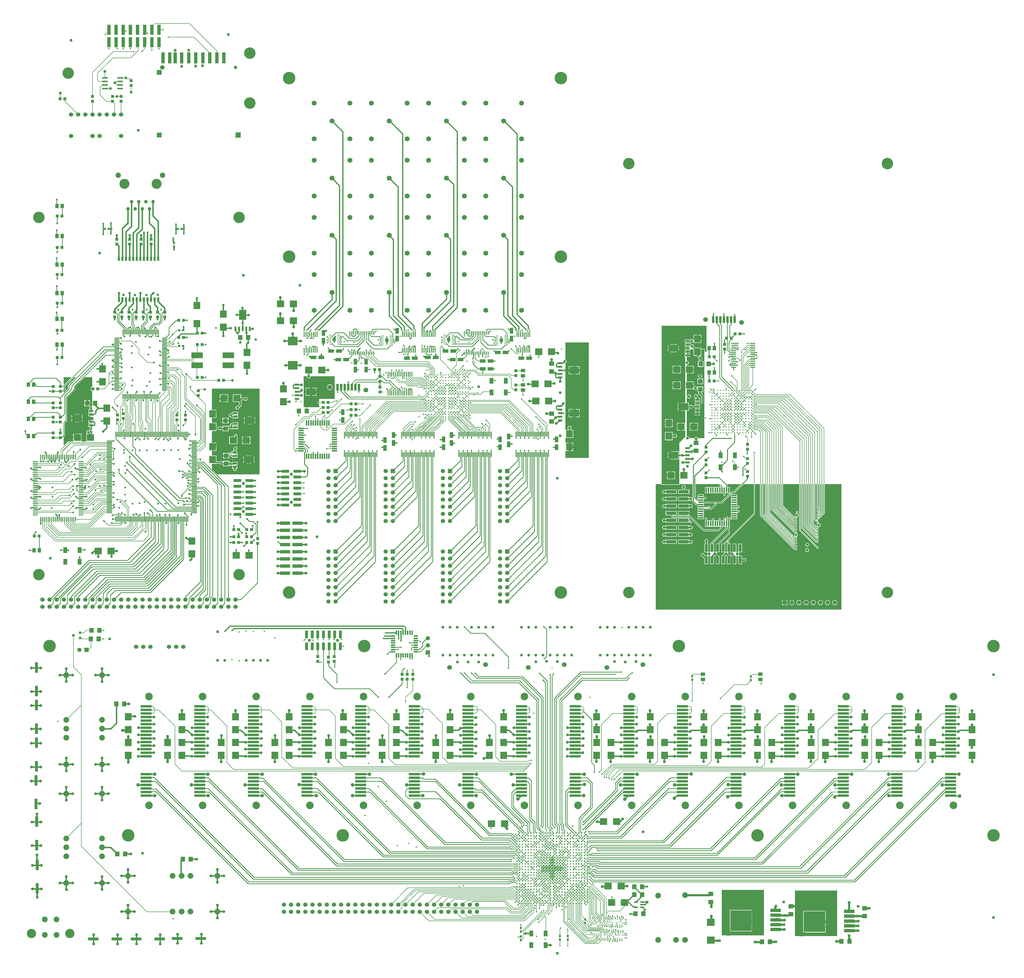
<source format=gtl>
G75*
G70*
%OFA0B0*%
%FSLAX24Y24*%
%IPPOS*%
%LPD*%
%AMOC8*
5,1,8,0,0,1.08239X$1,22.5*
%
%ADD10C,0.0500*%
%ADD100C,0.1300*%
%ADD101R,0.0709X0.0122*%
%ADD102R,0.1083X0.0394*%
%ADD105R,0.0300X0.0600*%
%ADD11C,0.1063*%
%ADD110R,0.0787X0.0472*%
%ADD113C,0.0160*%
%ADD114R,0.0669X0.0709*%
%ADD116R,0.0669X0.0177*%
%ADD118C,0.0600*%
%ADD120C,0.0177*%
%ADD123R,0.0610X0.0197*%
%ADD13C,0.0197*%
%ADD130C,0.0090*%
%ADD135R,0.0709X0.0630*%
%ADD139C,0.0300*%
%ADD14C,0.0400*%
%ADD140C,0.0630*%
%ADD142C,0.0120*%
%ADD143C,0.0060*%
%ADD145R,0.0197X0.0748*%
%ADD146R,0.0197X0.0610*%
%ADD150R,0.0807X0.0236*%
%ADD152R,0.0157X0.0709*%
%ADD154R,0.0748X0.0197*%
%ADD158R,0.1575X0.0335*%
%ADD159R,0.0551X0.0787*%
%ADD16R,0.0122X0.0709*%
%ADD171R,0.0472X0.0472*%
%ADD172R,0.0512X0.0630*%
%ADD174R,0.0374X0.0335*%
%ADD175R,0.0591X0.0591*%
%ADD178R,0.1000X0.1400*%
%ADD180R,0.0118X0.0728*%
%ADD181C,0.0472*%
%ADD184R,0.0394X0.1083*%
%ADD185R,0.1400X0.1000*%
%ADD188R,0.0571X0.0197*%
%ADD19C,0.0669*%
%ADD195C,0.0180*%
%ADD201C,0.0130*%
%ADD203R,0.0276X0.0354*%
%ADD209R,0.0500X0.1449*%
%ADD210C,0.0350*%
%ADD215R,0.3000X0.2900*%
%ADD218C,0.0080*%
%ADD220R,0.0472X0.0787*%
%ADD222R,0.0630X0.0709*%
%ADD223R,0.0945X0.1024*%
%ADD225R,0.1102X0.1024*%
%ADD226C,0.0100*%
%ADD229C,0.1400*%
%ADD231R,0.0472X0.1575*%
%ADD233C,0.0591*%
%ADD235C,0.0250*%
%ADD236R,0.1024X0.0945*%
%ADD240C,0.0433*%
%ADD241R,0.1614X0.0827*%
%ADD242O,0.0300X0.0700*%
%ADD244R,0.0300X0.0700*%
%ADD245O,0.0709X0.0122*%
%ADD255R,0.1449X0.0500*%
%ADD256R,0.1360X0.1240*%
%ADD257R,0.0165X0.0492*%
%ADD258R,0.0256X0.0098*%
%ADD259R,0.0118X0.0650*%
%ADD29C,0.0750*%
%ADD30C,0.1750*%
%ADD36R,0.0600X0.0300*%
%ADD39C,0.0800*%
%ADD40R,0.0354X0.0945*%
%ADD51C,0.0110*%
%ADD55R,0.0709X0.0157*%
%ADD57R,0.0394X0.0433*%
%ADD62C,0.0240*%
%ADD66C,0.0700*%
%ADD68R,0.0728X0.0118*%
%ADD71R,0.0630X0.0512*%
%ADD72R,0.0177X0.0669*%
%ADD79R,0.0394X0.1496*%
%ADD80R,0.1500X0.0500*%
%ADD81C,0.1600*%
%ADD84R,0.1496X0.0394*%
%ADD86C,0.0200*%
%ADD87C,0.0150*%
%ADD88R,0.0748X0.0748*%
%ADD89R,0.0354X0.0276*%
%ADD94R,0.0433X0.0394*%
X002000Y002000D02*
G01*
G75*
G36*
X106899Y005521D02*
X102175Y005521D01*
X102175Y005517D01*
X102138Y005483D01*
X101269Y005521D01*
X100993Y005521D01*
X100993Y011859D01*
X106899Y011859D01*
X106899Y005521D01*
D02*
G37*
G36*
X117135Y005422D02*
X112411Y005422D01*
X112411Y005419D01*
X112375Y005384D01*
X111505Y005422D01*
X111230Y005422D01*
X111230Y011761D01*
X117135Y011761D01*
X117135Y005422D01*
D02*
G37*
G36*
X077410Y016440D02*
X077358Y016406D01*
X077323Y016353D01*
X077311Y016291D01*
X077323Y016230D01*
X077341Y016203D01*
X077451Y016313D01*
X077494Y016270D01*
X077384Y016160D01*
X077411Y016142D01*
X077472Y016130D01*
X077534Y016142D01*
X077587Y016177D01*
X077621Y016229D01*
X077669Y016215D01*
X077669Y015974D01*
X077621Y015960D01*
X077604Y015986D01*
X077494Y015876D01*
X077384Y015766D01*
X077411Y015748D01*
X077472Y015736D01*
X077534Y015748D01*
X077587Y015783D01*
X077621Y015835D01*
X077669Y015821D01*
X077669Y015581D01*
X077621Y015566D01*
X077604Y015593D01*
X077494Y015483D01*
X077384Y015373D01*
X077411Y015355D01*
X077472Y015342D01*
X077534Y015355D01*
X077587Y015390D01*
X077621Y015442D01*
X077669Y015427D01*
X077669Y015307D01*
X077789Y015307D01*
X077804Y015259D01*
X077752Y015224D01*
X077717Y015172D01*
X077705Y015110D01*
X077717Y015048D01*
X077735Y015021D01*
X077845Y015131D01*
X077955Y015241D01*
X077928Y015259D01*
X077943Y015307D01*
X078183Y015307D01*
X078198Y015259D01*
X078146Y015224D01*
X078111Y015172D01*
X078098Y015110D01*
X078111Y015048D01*
X078129Y015021D01*
X078239Y015131D01*
X078349Y015241D01*
X078322Y015259D01*
X078337Y015307D01*
X078577Y015307D01*
X078591Y015259D01*
X078539Y015224D01*
X078504Y015172D01*
X078492Y015110D01*
X078504Y015048D01*
X078522Y015021D01*
X078632Y015132D01*
X078675Y015089D01*
X078565Y014979D01*
X078592Y014961D01*
X078654Y014949D01*
X078715Y014961D01*
X078768Y014996D01*
X078803Y015048D01*
X078850Y015034D01*
X078850Y014793D01*
X078803Y014779D01*
X078785Y014805D01*
X078675Y014695D01*
X078565Y014585D01*
X078591Y014568D01*
X078577Y014520D01*
X078337Y014520D01*
X078322Y014568D01*
X078374Y014602D01*
X078409Y014655D01*
X078421Y014717D01*
X078409Y014778D01*
X078391Y014805D01*
X078281Y014695D01*
X078171Y014585D01*
X078198Y014568D01*
X078183Y014520D01*
X077943Y014520D01*
X077928Y014568D01*
X077980Y014602D01*
X078015Y014655D01*
X078028Y014717D01*
X078015Y014778D01*
X077997Y014805D01*
X077887Y014695D01*
X077777Y014585D01*
X077804Y014568D01*
X077789Y014520D01*
X077669Y014520D01*
X077669Y014400D01*
X077621Y014385D01*
X077604Y014412D01*
X077494Y014302D01*
X077384Y014192D01*
X077411Y014174D01*
X077472Y014161D01*
X077534Y014174D01*
X077587Y014209D01*
X077621Y014261D01*
X077669Y014246D01*
X077669Y014006D01*
X077621Y013991D01*
X077604Y014018D01*
X077494Y013908D01*
X077384Y013798D01*
X077411Y013780D01*
X077472Y013768D01*
X077534Y013780D01*
X077587Y013815D01*
X077621Y013867D01*
X077669Y013852D01*
X077669Y013612D01*
X077621Y013598D01*
X077604Y013624D01*
X077494Y013514D01*
X077384Y013404D01*
X077410Y013386D01*
X077396Y013339D01*
X077155Y013339D01*
X077141Y013386D01*
X077193Y013421D01*
X077228Y013474D01*
X077240Y013535D01*
X077228Y013597D01*
X077210Y013624D01*
X077100Y013514D01*
X077057Y013557D01*
X077168Y013667D01*
X077141Y013685D01*
X077079Y013697D01*
X077017Y013685D01*
X076965Y013650D01*
X076930Y013598D01*
X076882Y013612D01*
X076882Y013852D01*
X076930Y013867D01*
X076948Y013840D01*
X077057Y013950D01*
X077168Y014060D01*
X077141Y014078D01*
X077079Y014091D01*
X077017Y014078D01*
X076965Y014043D01*
X076930Y013991D01*
X076882Y014006D01*
X076882Y014246D01*
X076930Y014261D01*
X076948Y014234D01*
X077057Y014344D01*
X077168Y014454D01*
X077141Y014472D01*
X077079Y014484D01*
X077017Y014472D01*
X076965Y014437D01*
X076930Y014385D01*
X076882Y014400D01*
X076882Y014421D01*
X076810Y014421D01*
X076799Y014437D01*
X076747Y014472D01*
X076685Y014484D01*
X076623Y014472D01*
X076571Y014437D01*
X076560Y014421D01*
X076416Y014421D01*
X076423Y014412D01*
X076312Y014302D01*
X076270Y014344D01*
X076380Y014454D01*
X076353Y014472D01*
X076291Y014484D01*
X076230Y014472D01*
X076177Y014437D01*
X076167Y014421D01*
X076022Y014421D01*
X076029Y014412D01*
X075919Y014302D01*
X075876Y014344D01*
X075986Y014454D01*
X075959Y014472D01*
X075898Y014484D01*
X075836Y014472D01*
X075783Y014437D01*
X075773Y014421D01*
X075701Y014421D01*
X075701Y014640D01*
X075749Y014654D01*
X075766Y014628D01*
X075876Y014738D01*
X075986Y014848D01*
X075959Y014866D01*
X075898Y014878D01*
X075836Y014866D01*
X075783Y014831D01*
X075749Y014779D01*
X075701Y014793D01*
X075701Y015034D01*
X075749Y015048D01*
X075766Y015021D01*
X075876Y015131D01*
X075986Y015241D01*
X075960Y015259D01*
X075974Y015307D01*
X076215Y015307D01*
X076229Y015259D01*
X076177Y015224D01*
X076142Y015172D01*
X076130Y015110D01*
X076142Y015048D01*
X076160Y015021D01*
X076270Y015131D01*
X076380Y015241D01*
X076354Y015259D01*
X076368Y015307D01*
X076608Y015307D01*
X076623Y015259D01*
X076571Y015224D01*
X076536Y015172D01*
X076524Y015110D01*
X076536Y015048D01*
X076554Y015021D01*
X076664Y015131D01*
X076774Y015241D01*
X076747Y015259D01*
X076762Y015307D01*
X076882Y015307D01*
X076882Y015427D01*
X076930Y015442D01*
X076948Y015415D01*
X077057Y015525D01*
X077168Y015635D01*
X077141Y015653D01*
X077079Y015665D01*
X077017Y015653D01*
X076965Y015618D01*
X076930Y015566D01*
X076882Y015581D01*
X076882Y015821D01*
X076930Y015835D01*
X076948Y015809D01*
X077057Y015919D01*
X077168Y016029D01*
X077141Y016047D01*
X077079Y016059D01*
X077017Y016047D01*
X076965Y016012D01*
X076930Y015960D01*
X076882Y015974D01*
X076882Y016215D01*
X076930Y016229D01*
X076948Y016203D01*
X077057Y016312D01*
X077168Y016423D01*
X077141Y016440D01*
X077155Y016488D01*
X077396Y016488D01*
X077410Y016440D01*
D02*
G37*
%LPC*%
G36*
X076423Y014805D02*
X076312Y014695D01*
X076203Y014585D01*
X076230Y014567D01*
X076291Y014555D01*
X076353Y014567D01*
X076406Y014602D01*
X076441Y014655D01*
X076453Y014717D01*
X076441Y014778D01*
X076423Y014805D01*
D02*
G37*
G36*
X076816Y014805D02*
X076706Y014695D01*
X076596Y014585D01*
X076623Y014567D01*
X076685Y014555D01*
X076747Y014567D01*
X076799Y014602D01*
X076834Y014655D01*
X076847Y014717D01*
X076834Y014778D01*
X076816Y014805D01*
D02*
G37*
G36*
X077472Y014484D02*
X077411Y014472D01*
X077358Y014437D01*
X077323Y014385D01*
X077311Y014323D01*
X077323Y014261D01*
X077341Y014234D01*
X077451Y014344D01*
X077561Y014454D01*
X077534Y014472D01*
X077472Y014484D01*
D02*
G37*
G36*
X076029Y014805D02*
X075919Y014695D01*
X075809Y014585D01*
X075836Y014567D01*
X075898Y014555D01*
X075959Y014567D01*
X076012Y014602D01*
X076047Y014655D01*
X076059Y014717D01*
X076047Y014778D01*
X076029Y014805D01*
D02*
G37*
G36*
X076291Y014878D02*
X076230Y014866D01*
X076177Y014831D01*
X076142Y014778D01*
X076130Y014717D01*
X076142Y014655D01*
X076160Y014628D01*
X076270Y014738D01*
X076380Y014848D01*
X076353Y014866D01*
X076291Y014878D01*
D02*
G37*
G36*
X076685Y014878D02*
X076623Y014866D01*
X076571Y014831D01*
X076536Y014778D01*
X076524Y014717D01*
X076536Y014655D01*
X076554Y014628D01*
X076664Y014738D01*
X076774Y014848D01*
X076747Y014866D01*
X076685Y014878D01*
D02*
G37*
G36*
X077210Y014805D02*
X077100Y014695D01*
X076990Y014585D01*
X077017Y014567D01*
X077079Y014555D01*
X077141Y014567D01*
X077193Y014602D01*
X077228Y014655D01*
X077240Y014717D01*
X077228Y014778D01*
X077210Y014805D01*
D02*
G37*
G36*
X077604Y014805D02*
X077494Y014695D01*
X077384Y014585D01*
X077411Y014567D01*
X077472Y014555D01*
X077534Y014567D01*
X077587Y014602D01*
X077622Y014655D01*
X077634Y014717D01*
X077622Y014778D01*
X077604Y014805D01*
D02*
G37*
G36*
X105153Y009089D02*
X102125Y009089D01*
X102125Y006069D01*
X102133Y006069D01*
X103664Y007600D01*
X105153Y009089D01*
D02*
G37*
G36*
X105245Y009089D02*
X105238Y009089D01*
X103706Y007558D01*
X102218Y006069D01*
X105245Y006069D01*
X105245Y009089D01*
D02*
G37*
G36*
X115436Y008943D02*
X112408Y008943D01*
X112408Y005923D01*
X112416Y005923D01*
X113947Y007454D01*
X115436Y008943D01*
D02*
G37*
G36*
X115528Y008943D02*
X115521Y008943D01*
X113989Y007412D01*
X112501Y005923D01*
X115528Y005923D01*
X115528Y008943D01*
D02*
G37*
G36*
X077472Y014091D02*
X077411Y014078D01*
X077358Y014043D01*
X077323Y013991D01*
X077311Y013929D01*
X077323Y013867D01*
X077341Y013840D01*
X077451Y013950D01*
X077561Y014060D01*
X077534Y014078D01*
X077472Y014091D01*
D02*
G37*
G36*
X077210Y014412D02*
X077100Y014302D01*
X076990Y014192D01*
X077017Y014174D01*
X077079Y014161D01*
X077141Y014174D01*
X077193Y014209D01*
X077228Y014261D01*
X077240Y014323D01*
X077228Y014385D01*
X077210Y014412D01*
D02*
G37*
G36*
X077472Y013697D02*
X077411Y013685D01*
X077358Y013650D01*
X077323Y013597D01*
X077311Y013535D01*
X077323Y013474D01*
X077341Y013447D01*
X077451Y013557D01*
X077561Y013667D01*
X077534Y013685D01*
X077472Y013697D01*
D02*
G37*
G36*
X077210Y014018D02*
X077100Y013908D01*
X076990Y013798D01*
X077017Y013780D01*
X077079Y013768D01*
X077141Y013780D01*
X077193Y013815D01*
X077228Y013867D01*
X077240Y013929D01*
X077228Y013991D01*
X077210Y014018D01*
D02*
G37*
G36*
X077079Y014878D02*
X077017Y014866D01*
X076965Y014831D01*
X076930Y014778D01*
X076917Y014717D01*
X076930Y014655D01*
X076948Y014628D01*
X077057Y014738D01*
X077168Y014848D01*
X077141Y014866D01*
X077079Y014878D01*
D02*
G37*
G36*
X077079Y015272D02*
X077017Y015259D01*
X076965Y015224D01*
X076930Y015172D01*
X076917Y015110D01*
X076930Y015048D01*
X076948Y015021D01*
X077057Y015131D01*
X077168Y015241D01*
X077141Y015259D01*
X077079Y015272D01*
D02*
G37*
G36*
X077472Y015272D02*
X077411Y015259D01*
X077358Y015224D01*
X077323Y015172D01*
X077311Y015110D01*
X077323Y015048D01*
X077341Y015021D01*
X077451Y015131D01*
X077561Y015241D01*
X077534Y015259D01*
X077472Y015272D01*
D02*
G37*
G36*
X077997Y015199D02*
X077887Y015089D01*
X077777Y014979D01*
X077804Y014961D01*
X077866Y014949D01*
X077928Y014961D01*
X077980Y014996D01*
X078015Y015048D01*
X078028Y015110D01*
X078015Y015172D01*
X077997Y015199D01*
D02*
G37*
G36*
X078391Y015199D02*
X078281Y015089D01*
X078171Y014979D01*
X078198Y014961D01*
X078260Y014949D01*
X078322Y014961D01*
X078374Y014996D01*
X078409Y015048D01*
X078421Y015110D01*
X078409Y015172D01*
X078391Y015199D01*
D02*
G37*
G36*
X077210Y015593D02*
X077100Y015483D01*
X076990Y015373D01*
X077017Y015355D01*
X077079Y015342D01*
X077141Y015355D01*
X077193Y015390D01*
X077228Y015442D01*
X077240Y015504D01*
X077228Y015566D01*
X077210Y015593D01*
D02*
G37*
G36*
X077472Y016059D02*
X077411Y016047D01*
X077358Y016012D01*
X077323Y015959D01*
X077311Y015898D01*
X077323Y015836D01*
X077341Y015809D01*
X077451Y015919D01*
X077561Y016029D01*
X077534Y016047D01*
X077472Y016059D01*
D02*
G37*
G36*
X077210Y016380D02*
X077100Y016270D01*
X076990Y016160D01*
X077017Y016142D01*
X077079Y016130D01*
X077141Y016142D01*
X077193Y016177D01*
X077228Y016230D01*
X077240Y016291D01*
X077228Y016353D01*
X077210Y016380D01*
D02*
G37*
G36*
X077472Y015665D02*
X077411Y015653D01*
X077358Y015618D01*
X077323Y015566D01*
X077311Y015504D01*
X077323Y015442D01*
X077341Y015415D01*
X077451Y015525D01*
X077561Y015635D01*
X077534Y015653D01*
X077472Y015665D01*
D02*
G37*
G36*
X077210Y015986D02*
X077100Y015876D01*
X076990Y015766D01*
X077017Y015748D01*
X077079Y015736D01*
X077141Y015748D01*
X077193Y015783D01*
X077228Y015836D01*
X077240Y015898D01*
X077228Y015959D01*
X077210Y015986D01*
D02*
G37*
G36*
X078260Y014878D02*
X078198Y014866D01*
X078146Y014831D01*
X078111Y014778D01*
X078098Y014717D01*
X078111Y014655D01*
X078129Y014628D01*
X078239Y014738D01*
X078349Y014848D01*
X078322Y014866D01*
X078260Y014878D01*
D02*
G37*
G36*
X078654Y014878D02*
X078592Y014866D01*
X078539Y014831D01*
X078504Y014778D01*
X078492Y014717D01*
X078504Y014655D01*
X078522Y014628D01*
X078632Y014738D01*
X078742Y014848D01*
X078715Y014866D01*
X078654Y014878D01*
D02*
G37*
G36*
X077472Y014878D02*
X077411Y014866D01*
X077358Y014831D01*
X077323Y014778D01*
X077311Y014717D01*
X077323Y014655D01*
X077341Y014628D01*
X077451Y014738D01*
X077561Y014848D01*
X077534Y014866D01*
X077472Y014878D01*
D02*
G37*
G36*
X077866Y014878D02*
X077804Y014866D01*
X077752Y014831D01*
X077717Y014778D01*
X077705Y014717D01*
X077717Y014655D01*
X077735Y014628D01*
X077845Y014738D01*
X077955Y014848D01*
X077928Y014866D01*
X077866Y014878D01*
D02*
G37*
G36*
X076029Y015199D02*
X075919Y015089D01*
X075809Y014979D01*
X075836Y014961D01*
X075898Y014949D01*
X075959Y014961D01*
X076012Y014996D01*
X076047Y015048D01*
X076059Y015110D01*
X076047Y015172D01*
X076029Y015199D01*
D02*
G37*
G36*
X077210Y015199D02*
X077100Y015089D01*
X076990Y014979D01*
X077017Y014961D01*
X077079Y014949D01*
X077141Y014961D01*
X077193Y014996D01*
X077228Y015048D01*
X077240Y015110D01*
X077228Y015172D01*
X077210Y015199D01*
D02*
G37*
G36*
X077604Y015199D02*
X077494Y015089D01*
X077384Y014979D01*
X077411Y014961D01*
X077472Y014949D01*
X077534Y014961D01*
X077587Y014996D01*
X077622Y015048D01*
X077634Y015110D01*
X077622Y015172D01*
X077604Y015199D01*
D02*
G37*
G36*
X076423Y015199D02*
X076312Y015089D01*
X076203Y014979D01*
X076230Y014961D01*
X076291Y014949D01*
X076353Y014961D01*
X076406Y014996D01*
X076441Y015048D01*
X076453Y015110D01*
X076441Y015172D01*
X076423Y015199D01*
D02*
G37*
G36*
X076816Y015199D02*
X076706Y015089D01*
X076596Y014979D01*
X076623Y014961D01*
X076685Y014949D01*
X076747Y014961D01*
X076799Y014996D01*
X076834Y015048D01*
X076847Y015110D01*
X076834Y015172D01*
X076816Y015199D01*
D02*
G37*
%LPD*%
D13*
X074717Y009992D02*
D03*
X074717Y012354D02*
D03*
X075110Y010780D02*
D03*
X075504Y010386D02*
D03*
X075504Y011961D02*
D03*
X079047Y011567D02*
D03*
X078654Y012354D02*
D03*
X074717Y010780D02*
D03*
X074717Y010386D02*
D03*
X075898Y011173D02*
D03*
X075898Y011567D02*
D03*
X078654Y009992D02*
D03*
X078260Y009992D02*
D03*
X077866Y009992D02*
D03*
X078654Y010386D02*
D03*
X078260Y010386D02*
D03*
X077866Y010386D02*
D03*
X075898Y009992D02*
D03*
X076291Y009992D02*
D03*
X073929Y012354D02*
D03*
X080622Y012354D02*
D03*
X080622Y011567D02*
D03*
X080228Y011567D02*
D03*
X079835Y011567D02*
D03*
X081803Y012354D02*
D03*
X081409Y012354D02*
D03*
X081016Y011961D02*
D03*
X081409Y011173D02*
D03*
X081016Y011173D02*
D03*
X081409Y011567D02*
D03*
X081016Y011567D02*
D03*
X079441Y011961D02*
D03*
X081016Y010780D02*
D03*
X080622Y011173D02*
D03*
X080622Y010780D02*
D03*
X080228Y010780D02*
D03*
X079441Y012354D02*
D03*
X079441Y012748D02*
D03*
X079441Y010780D02*
D03*
X080228Y011173D02*
D03*
X079441Y011173D02*
D03*
X079047Y011173D02*
D03*
X079835Y011961D02*
D03*
X078654Y011961D02*
D03*
X082197Y012354D02*
D03*
X082197Y011961D02*
D03*
X081409Y011961D02*
D03*
X079835Y013142D02*
D03*
X081803Y010780D02*
D03*
X081803Y011173D02*
D03*
X081803Y011567D02*
D03*
X082197Y010780D02*
D03*
X082197Y011173D02*
D03*
X081409Y009992D02*
D03*
X081016Y009992D02*
D03*
X081409Y010386D02*
D03*
X079047Y012354D02*
D03*
X079047Y011961D02*
D03*
X080622Y009992D02*
D03*
X081016Y010386D02*
D03*
X080228Y009992D02*
D03*
X080228Y010386D02*
D03*
X079835Y009992D02*
D03*
X079441Y009992D02*
D03*
X079047Y009992D02*
D03*
X079047Y010386D02*
D03*
X079835Y012748D02*
D03*
X079835Y010780D02*
D03*
X079835Y010386D02*
D03*
X082197Y011567D02*
D03*
X081016Y012354D02*
D03*
X080228Y012354D02*
D03*
X081409Y012748D02*
D03*
X079835Y011173D02*
D03*
X079047Y012748D02*
D03*
X078654Y012748D02*
D03*
X079441Y013142D02*
D03*
X080622Y010386D02*
D03*
X079441Y010386D02*
D03*
X079441Y011567D02*
D03*
X081803Y011961D02*
D03*
X080622Y011961D02*
D03*
X075898Y019441D02*
D03*
X076685Y019835D02*
D03*
X076291Y019835D02*
D03*
X075898Y019835D02*
D03*
X077866Y019047D02*
D03*
X077472Y019047D02*
D03*
X077866Y019441D02*
D03*
X077472Y019441D02*
D03*
X075110Y019835D02*
D03*
X074717Y019835D02*
D03*
X075898Y018654D02*
D03*
X075898Y019047D02*
D03*
X074323Y019835D02*
D03*
X073929Y019835D02*
D03*
X075504Y019441D02*
D03*
X075504Y019835D02*
D03*
X078654Y019441D02*
D03*
X078654Y019835D02*
D03*
X078260Y019835D02*
D03*
X077866Y019835D02*
D03*
X079441Y013535D02*
D03*
X081803Y013929D02*
D03*
X080622Y013929D02*
D03*
X082197Y014717D02*
D03*
X079047Y015504D02*
D03*
X081803Y015898D02*
D03*
X080622Y015898D02*
D03*
X079441Y016291D02*
D03*
X079441Y016685D02*
D03*
X075110Y016685D02*
D03*
X079441Y017079D02*
D03*
X079047Y017079D02*
D03*
X075898Y017079D02*
D03*
X075504Y017079D02*
D03*
X081803Y017866D02*
D03*
X080622Y017866D02*
D03*
X073929Y017866D02*
D03*
X072748Y017866D02*
D03*
X079441Y018260D02*
D03*
X075110Y018260D02*
D03*
X080622Y019441D02*
D03*
X079441Y019441D02*
D03*
X078260Y019441D02*
D03*
X076291Y019441D02*
D03*
X075110Y019441D02*
D03*
X073929Y019441D02*
D03*
X082197Y018654D02*
D03*
X081803Y018654D02*
D03*
X081409Y017472D02*
D03*
X081016Y017472D02*
D03*
X082197Y019047D02*
D03*
X081803Y019047D02*
D03*
X081803Y018260D02*
D03*
X081409Y018260D02*
D03*
X081016Y018654D02*
D03*
X081016Y019047D02*
D03*
X080228Y019047D02*
D03*
X080228Y019441D02*
D03*
X080622Y019835D02*
D03*
X080228Y019835D02*
D03*
X081409Y019835D02*
D03*
X081016Y019835D02*
D03*
X081409Y019441D02*
D03*
X081016Y019441D02*
D03*
X079835Y019835D02*
D03*
X079441Y019835D02*
D03*
X079047Y019441D02*
D03*
X079047Y019835D02*
D03*
X082197Y017472D02*
D03*
X081803Y017472D02*
D03*
X082197Y017866D02*
D03*
X082197Y018260D02*
D03*
X082197Y017079D02*
D03*
X081803Y017079D02*
D03*
X082197Y016685D02*
D03*
X081803Y016685D02*
D03*
X081016Y016685D02*
D03*
X080622Y016685D02*
D03*
X082197Y015504D02*
D03*
X082197Y015898D02*
D03*
X082197Y016291D02*
D03*
X081803Y016291D02*
D03*
X081803Y014717D02*
D03*
X081409Y014717D02*
D03*
X081803Y015110D02*
D03*
X081409Y015110D02*
D03*
X082197Y014323D02*
D03*
X081803Y014323D02*
D03*
X081803Y013535D02*
D03*
X081409Y013535D02*
D03*
X082197Y013535D02*
D03*
X082197Y013929D02*
D03*
X073535Y018654D02*
D03*
X073535Y019441D02*
D03*
X073535Y019047D02*
D03*
X073535Y019835D02*
D03*
X073142Y019441D02*
D03*
X073142Y019835D02*
D03*
X072354Y017866D02*
D03*
X072354Y018260D02*
D03*
X072748Y018654D02*
D03*
X072354Y018654D02*
D03*
X073535Y017079D02*
D03*
X073142Y017079D02*
D03*
X072748Y017079D02*
D03*
X072354Y017079D02*
D03*
X072354Y017472D02*
D03*
X072748Y017472D02*
D03*
X073142Y016291D02*
D03*
X072748Y016291D02*
D03*
X072748Y016685D02*
D03*
X072354Y016685D02*
D03*
X072748Y015504D02*
D03*
X072354Y015504D02*
D03*
X073535Y015898D02*
D03*
X073142Y015898D02*
D03*
X073142Y015110D02*
D03*
X072748Y015110D02*
D03*
X082197Y010386D02*
D03*
X082197Y012748D02*
D03*
X082197Y013142D02*
D03*
X082197Y015110D02*
D03*
X082197Y019441D02*
D03*
X081803Y009992D02*
D03*
X081803Y010386D02*
D03*
X081803Y012748D02*
D03*
X081803Y013142D02*
D03*
X081803Y015504D02*
D03*
X081803Y019441D02*
D03*
X081803Y019835D02*
D03*
X081409Y010780D02*
D03*
X081409Y013142D02*
D03*
X081409Y013929D02*
D03*
X081409Y014323D02*
D03*
X081409Y015504D02*
D03*
X081409Y015898D02*
D03*
X081409Y016291D02*
D03*
X081409Y016685D02*
D03*
X081409Y017079D02*
D03*
X081409Y017866D02*
D03*
X081409Y018654D02*
D03*
X081409Y019047D02*
D03*
X081016Y012748D02*
D03*
X081016Y013142D02*
D03*
X081016Y013535D02*
D03*
X081016Y013929D02*
D03*
X081016Y014323D02*
D03*
X081016Y014717D02*
D03*
X081016Y015110D02*
D03*
X081016Y015504D02*
D03*
X081016Y015898D02*
D03*
X081016Y016291D02*
D03*
X081016Y017079D02*
D03*
X081016Y017866D02*
D03*
X081016Y018260D02*
D03*
X080622Y012748D02*
D03*
X080622Y013142D02*
D03*
X080622Y013535D02*
D03*
X080622Y014323D02*
D03*
X080622Y014717D02*
D03*
X080622Y015110D02*
D03*
X080622Y015504D02*
D03*
X080622Y016291D02*
D03*
X080622Y017079D02*
D03*
X080622Y017472D02*
D03*
X080622Y018260D02*
D03*
X080622Y018654D02*
D03*
X080622Y019047D02*
D03*
X080228Y011961D02*
D03*
X080228Y012748D02*
D03*
X080228Y013142D02*
D03*
X080228Y013535D02*
D03*
X080228Y013929D02*
D03*
X080228Y014323D02*
D03*
X080228Y014717D02*
D03*
X080228Y015110D02*
D03*
X080228Y015504D02*
D03*
X080228Y015898D02*
D03*
X080228Y016291D02*
D03*
X080228Y016685D02*
D03*
X080228Y017079D02*
D03*
X080228Y017472D02*
D03*
X080228Y017866D02*
D03*
X080228Y018260D02*
D03*
X080228Y018654D02*
D03*
X079835Y012354D02*
D03*
X079835Y013535D02*
D03*
X079835Y013929D02*
D03*
X079835Y014323D02*
D03*
X079835Y014717D02*
D03*
X079835Y015110D02*
D03*
X079835Y015504D02*
D03*
X079835Y015898D02*
D03*
X079835Y016291D02*
D03*
X079835Y016685D02*
D03*
X079835Y017079D02*
D03*
X079835Y017472D02*
D03*
X079835Y017866D02*
D03*
X079835Y018260D02*
D03*
X079835Y018654D02*
D03*
X079835Y019047D02*
D03*
X079835Y019441D02*
D03*
X079441Y013929D02*
D03*
X079441Y014323D02*
D03*
X079441Y014717D02*
D03*
X079441Y015110D02*
D03*
X079441Y015504D02*
D03*
X079441Y015898D02*
D03*
X079441Y017472D02*
D03*
X079441Y017866D02*
D03*
X079441Y018654D02*
D03*
X079441Y019047D02*
D03*
X079047Y010780D02*
D03*
X079047Y017472D02*
D03*
X079047Y017866D02*
D03*
X079047Y018260D02*
D03*
X079047Y018654D02*
D03*
X079047Y019047D02*
D03*
X078654Y011173D02*
D03*
X078654Y011567D02*
D03*
X078654Y014323D02*
D03*
X078654Y014717D02*
D03*
X078654Y015110D02*
D03*
X078654Y015504D02*
D03*
X078654Y017472D02*
D03*
X078654Y017866D02*
D03*
X078654Y018260D02*
D03*
X078654Y018654D02*
D03*
X078654Y019047D02*
D03*
X078260Y010780D02*
D03*
X078260Y011173D02*
D03*
X078260Y011567D02*
D03*
X078260Y011961D02*
D03*
X078260Y012354D02*
D03*
X078260Y013535D02*
D03*
X078260Y014323D02*
D03*
X078260Y014717D02*
D03*
X078260Y015110D02*
D03*
X078260Y015504D02*
D03*
X078260Y016291D02*
D03*
X078260Y017472D02*
D03*
X078260Y017866D02*
D03*
X078260Y018654D02*
D03*
X077866Y011173D02*
D03*
X077866Y011567D02*
D03*
X077866Y011961D02*
D03*
X077866Y012354D02*
D03*
X077866Y012748D02*
D03*
X077866Y013535D02*
D03*
X077866Y013929D02*
D03*
X077866Y014717D02*
D03*
X077866Y015110D02*
D03*
X077866Y015898D02*
D03*
X077866Y016291D02*
D03*
X077866Y016685D02*
D03*
X077866Y018260D02*
D03*
X077472Y009992D02*
D03*
X077472Y010780D02*
D03*
X077472Y011173D02*
D03*
X077472Y011567D02*
D03*
X077472Y011961D02*
D03*
X077472Y012354D02*
D03*
X077472Y012748D02*
D03*
X077472Y013142D02*
D03*
X077472Y013535D02*
D03*
X077472Y013929D02*
D03*
X077472Y014323D02*
D03*
X077472Y014717D02*
D03*
X077472Y015110D02*
D03*
X077472Y015504D02*
D03*
X077472Y015898D02*
D03*
X077472Y016291D02*
D03*
X077472Y016685D02*
D03*
X077472Y017079D02*
D03*
X077472Y019835D02*
D03*
X077079Y010780D02*
D03*
X077079Y011173D02*
D03*
X077079Y011567D02*
D03*
X077079Y011961D02*
D03*
X077079Y012748D02*
D03*
X077079Y017079D02*
D03*
X077079Y017472D02*
D03*
X077079Y018260D02*
D03*
X077079Y018654D02*
D03*
X077079Y019047D02*
D03*
X077079Y019441D02*
D03*
X076685Y010386D02*
D03*
X076685Y010780D02*
D03*
X076685Y011173D02*
D03*
X076685Y013142D02*
D03*
X076685Y017079D02*
D03*
X076685Y019047D02*
D03*
X076685Y019441D02*
D03*
X076291Y010780D02*
D03*
X076291Y011173D02*
D03*
X076291Y011567D02*
D03*
X075898Y010780D02*
D03*
X075898Y011961D02*
D03*
X075898Y012354D02*
D03*
X075898Y017472D02*
D03*
X075898Y017866D02*
D03*
X075898Y018260D02*
D03*
X075504Y011173D02*
D03*
X075504Y011567D02*
D03*
X075504Y012354D02*
D03*
X075504Y014323D02*
D03*
X075504Y017472D02*
D03*
X075504Y017866D02*
D03*
X075504Y018260D02*
D03*
X075504Y018654D02*
D03*
X075110Y011961D02*
D03*
X075110Y012354D02*
D03*
X075110Y013535D02*
D03*
X075110Y013929D02*
D03*
X075110Y014323D02*
D03*
X075110Y014717D02*
D03*
X075110Y015110D02*
D03*
X075110Y015504D02*
D03*
X075110Y015898D02*
D03*
X075110Y016291D02*
D03*
X075110Y017079D02*
D03*
X075110Y017472D02*
D03*
X075110Y017866D02*
D03*
X075110Y018654D02*
D03*
X075110Y019047D02*
D03*
X074717Y011961D02*
D03*
X074717Y012748D02*
D03*
X074717Y013142D02*
D03*
X074717Y013535D02*
D03*
X074717Y013929D02*
D03*
X074717Y014323D02*
D03*
X074717Y014717D02*
D03*
X074717Y015110D02*
D03*
X074717Y015504D02*
D03*
X074717Y015898D02*
D03*
X074717Y016291D02*
D03*
X074717Y016685D02*
D03*
X074717Y017079D02*
D03*
X074717Y017472D02*
D03*
X074717Y017866D02*
D03*
X074717Y018260D02*
D03*
X074717Y018654D02*
D03*
X074717Y019047D02*
D03*
X074717Y019441D02*
D03*
X074323Y012354D02*
D03*
X074323Y012748D02*
D03*
X074323Y013142D02*
D03*
X074323Y013535D02*
D03*
X074323Y013929D02*
D03*
X074323Y014323D02*
D03*
X074323Y014717D02*
D03*
X074323Y015504D02*
D03*
X074323Y015898D02*
D03*
X074323Y016291D02*
D03*
X074323Y016685D02*
D03*
X074323Y017079D02*
D03*
X074323Y017472D02*
D03*
X074323Y018260D02*
D03*
X074323Y018654D02*
D03*
X074323Y019047D02*
D03*
X074323Y019441D02*
D03*
X073929Y012748D02*
D03*
X073929Y013142D02*
D03*
X073929Y013535D02*
D03*
X073929Y013929D02*
D03*
X073929Y014323D02*
D03*
X073929Y014717D02*
D03*
X073929Y015110D02*
D03*
X073929Y015504D02*
D03*
X073929Y015898D02*
D03*
X073929Y016291D02*
D03*
X073929Y016685D02*
D03*
X073929Y017079D02*
D03*
X073929Y017472D02*
D03*
X073929Y018260D02*
D03*
X073929Y018654D02*
D03*
X073929Y019047D02*
D03*
X073535Y013142D02*
D03*
X073535Y013535D02*
D03*
X073535Y013929D02*
D03*
X073535Y014323D02*
D03*
X073535Y014717D02*
D03*
X073535Y015110D02*
D03*
X073535Y015504D02*
D03*
X073535Y016291D02*
D03*
X073535Y016685D02*
D03*
X073535Y017472D02*
D03*
X073535Y017866D02*
D03*
X073535Y018260D02*
D03*
X073142Y013535D02*
D03*
X073142Y013929D02*
D03*
X073142Y014323D02*
D03*
X073142Y014717D02*
D03*
X073142Y015504D02*
D03*
X073142Y017472D02*
D03*
X073142Y017866D02*
D03*
X073142Y018260D02*
D03*
X073142Y018654D02*
D03*
X072748Y013142D02*
D03*
X072748Y013535D02*
D03*
X072748Y013929D02*
D03*
X072748Y014323D02*
D03*
X072748Y014717D02*
D03*
X072748Y015898D02*
D03*
X072748Y018260D02*
D03*
X072748Y019047D02*
D03*
X072354Y013142D02*
D03*
X072354Y013535D02*
D03*
X072354Y013929D02*
D03*
X072354Y014323D02*
D03*
X072354Y015110D02*
D03*
X072354Y015898D02*
D03*
X072354Y016291D02*
D03*
X072354Y019047D02*
D03*
X072748Y019835D02*
D03*
X077079Y019835D02*
D03*
X072748Y011961D02*
D03*
X073929Y011961D02*
D03*
X074323Y011961D02*
D03*
X075110Y011567D02*
D03*
X076685Y011567D02*
D03*
X075504Y010780D02*
D03*
X072354Y010386D02*
D03*
X072748Y010386D02*
D03*
X073929Y010386D02*
D03*
X075110Y010386D02*
D03*
X072748Y009992D02*
D03*
X077079Y009992D02*
D03*
X072354Y019441D02*
D03*
X072748Y019441D02*
D03*
X073142Y019047D02*
D03*
X075504Y019047D02*
D03*
X076685Y018260D02*
D03*
X074323Y017866D02*
D03*
X076291Y017079D02*
D03*
X078260Y017079D02*
D03*
X078654Y017079D02*
D03*
X073142Y016685D02*
D03*
X075898Y016685D02*
D03*
X076291Y016685D02*
D03*
X076685Y016685D02*
D03*
X077079Y016685D02*
D03*
X078260Y016685D02*
D03*
X078654Y016685D02*
D03*
X075504Y016291D02*
D03*
X075898Y016291D02*
D03*
X076291Y016291D02*
D03*
X076685Y016291D02*
D03*
X077079Y016291D02*
D03*
X078654Y016291D02*
D03*
X079047Y016291D02*
D03*
X075504Y015898D02*
D03*
X075898Y015898D02*
D03*
X076291Y015898D02*
D03*
X076685Y015898D02*
D03*
X077079Y015898D02*
D03*
X078260Y015898D02*
D03*
X078654Y015898D02*
D03*
X079047Y015898D02*
D03*
X075504Y015504D02*
D03*
X075898Y015504D02*
D03*
X076291Y015504D02*
D03*
X076685Y015504D02*
D03*
X077079Y015504D02*
D03*
X077866Y015504D02*
D03*
X074323Y015110D02*
D03*
X075504Y015110D02*
D03*
X075898Y015110D02*
D03*
X076291Y015110D02*
D03*
X076685Y015110D02*
D03*
X077079Y015110D02*
D03*
X079047Y015110D02*
D03*
X072354Y014717D02*
D03*
X075504Y014717D02*
D03*
X075898Y014717D02*
D03*
X076291Y014717D02*
D03*
X076685Y014717D02*
D03*
X077079Y014717D02*
D03*
X079047Y014717D02*
D03*
X075898Y014323D02*
D03*
X076291Y014323D02*
D03*
X076685Y014323D02*
D03*
X077079Y014323D02*
D03*
X077866Y014323D02*
D03*
X079047Y014323D02*
D03*
X075504Y013929D02*
D03*
X075898Y013929D02*
D03*
X076291Y013929D02*
D03*
X076685Y013929D02*
D03*
X077079Y013929D02*
D03*
X078260Y013929D02*
D03*
X078654Y013929D02*
D03*
X079047Y013929D02*
D03*
X075504Y013535D02*
D03*
X075898Y013535D02*
D03*
X076291Y013535D02*
D03*
X076685Y013535D02*
D03*
X077079Y013535D02*
D03*
X078654Y013535D02*
D03*
X079047Y013535D02*
D03*
X073142Y013142D02*
D03*
X075110Y013142D02*
D03*
X075898Y013142D02*
D03*
X076291Y013142D02*
D03*
X077079Y013142D02*
D03*
X077866Y013142D02*
D03*
X078260Y013142D02*
D03*
X078654Y013142D02*
D03*
X075110Y012748D02*
D03*
X075504Y012748D02*
D03*
X075898Y012748D02*
D03*
X076291Y012748D02*
D03*
X078260Y012748D02*
D03*
X076291Y011961D02*
D03*
X076685Y011961D02*
D03*
X077866Y010780D02*
D03*
X076291Y010386D02*
D03*
X076291Y018260D02*
D03*
X078260Y018260D02*
D03*
X077079Y012354D02*
D03*
X076291Y012354D02*
D03*
X076685Y012748D02*
D03*
X077866Y017079D02*
D03*
X076685Y017472D02*
D03*
X077472Y017472D02*
D03*
X078654Y010780D02*
D03*
X075898Y010386D02*
D03*
X077472Y018654D02*
D03*
X077472Y018260D02*
D03*
X076685Y017866D02*
D03*
X077079Y017866D02*
D03*
X077472Y017866D02*
D03*
X077866Y017866D02*
D03*
X078260Y019047D02*
D03*
X077866Y018654D02*
D03*
X076291Y017866D02*
D03*
X076291Y019047D02*
D03*
X076291Y018654D02*
D03*
X076685Y018654D02*
D03*
X072748Y012748D02*
D03*
X072354Y012748D02*
D03*
X076685Y009992D02*
D03*
X077472Y010386D02*
D03*
X077079Y010386D02*
D03*
X073142Y011567D02*
D03*
X072354Y012354D02*
D03*
X072748Y012354D02*
D03*
X072354Y011961D02*
D03*
X072354Y011567D02*
D03*
X072748Y011567D02*
D03*
X072354Y011173D02*
D03*
X072748Y011173D02*
D03*
X072354Y010780D02*
D03*
X072748Y010780D02*
D03*
X073142Y010386D02*
D03*
X073535Y010386D02*
D03*
X073142Y009992D02*
D03*
X073535Y009992D02*
D03*
X074323Y010386D02*
D03*
X073929Y009992D02*
D03*
X074323Y009992D02*
D03*
X073142Y011961D02*
D03*
X073535Y011961D02*
D03*
X073142Y012748D02*
D03*
X073535Y012748D02*
D03*
X073142Y012354D02*
D03*
X073535Y012354D02*
D03*
X073142Y011173D02*
D03*
X073535Y011173D02*
D03*
X073929Y011173D02*
D03*
X074323Y011173D02*
D03*
X074717Y011173D02*
D03*
X073142Y010780D02*
D03*
X073535Y010780D02*
D03*
X073929Y010780D02*
D03*
X074323Y010780D02*
D03*
X075110Y011173D02*
D03*
X073929Y011567D02*
D03*
X074323Y011567D02*
D03*
X074717Y011567D02*
D03*
X075110Y009992D02*
D03*
X075504Y009992D02*
D03*
X073535Y011567D02*
D03*
X076685Y012354D02*
D03*
X077866Y017472D02*
D03*
X076291Y017472D02*
D03*
D203*
X081900Y007756D02*
D03*
X081900Y007244D02*
D03*
X072900Y006556D02*
D03*
X072900Y006044D02*
D03*
X072900Y005356D02*
D03*
X072900Y004844D02*
D03*
X079480Y004894D02*
D03*
X079480Y005405D02*
D03*
X078378Y004894D02*
D03*
X078378Y005405D02*
D03*
X105050Y041244D02*
D03*
X105050Y041756D02*
D03*
X096850Y041294D02*
D03*
X096850Y041806D02*
D03*
D201*
X084519Y005150D02*
D03*
X087354Y005465D02*
D03*
X084834Y005150D02*
D03*
X084834Y005465D02*
D03*
X084834Y005779D02*
D03*
X084834Y007039D02*
D03*
X084834Y007354D02*
D03*
X084834Y007669D02*
D03*
X084519Y007354D02*
D03*
X084519Y007039D02*
D03*
X084519Y005779D02*
D03*
X084519Y005465D02*
D03*
X083890Y005465D02*
D03*
X083890Y005779D02*
D03*
X083890Y007039D02*
D03*
X083890Y007354D02*
D03*
X083890Y005150D02*
D03*
X084205Y007354D02*
D03*
X084205Y007039D02*
D03*
X084205Y005779D02*
D03*
X084205Y005465D02*
D03*
X084205Y007669D02*
D03*
X083260Y005465D02*
D03*
X083260Y005779D02*
D03*
X083260Y007039D02*
D03*
X083260Y007354D02*
D03*
X083260Y005150D02*
D03*
X083575Y007354D02*
D03*
X083575Y007039D02*
D03*
X083575Y005779D02*
D03*
X083575Y005465D02*
D03*
X083575Y007669D02*
D03*
X082945Y007354D02*
D03*
X082945Y007039D02*
D03*
X082945Y005779D02*
D03*
X082945Y005465D02*
D03*
X082945Y007669D02*
D03*
X085464Y005150D02*
D03*
X085464Y005465D02*
D03*
X085464Y005779D02*
D03*
X085464Y007039D02*
D03*
X085464Y007354D02*
D03*
X085464Y007669D02*
D03*
X085149Y007669D02*
D03*
X085149Y007354D02*
D03*
X085149Y007039D02*
D03*
X085149Y005779D02*
D03*
X085149Y005465D02*
D03*
X085149Y005150D02*
D03*
X086094Y005150D02*
D03*
X086094Y005465D02*
D03*
X086094Y005779D02*
D03*
X086094Y007039D02*
D03*
X086094Y007354D02*
D03*
X086094Y007669D02*
D03*
X085779Y007669D02*
D03*
X085779Y007354D02*
D03*
X085779Y007039D02*
D03*
X085779Y005779D02*
D03*
X085779Y005465D02*
D03*
X085779Y005150D02*
D03*
X086724Y005150D02*
D03*
X086724Y005465D02*
D03*
X086724Y005779D02*
D03*
X086724Y007039D02*
D03*
X086724Y007354D02*
D03*
X086724Y007669D02*
D03*
X086409Y007669D02*
D03*
X086409Y007354D02*
D03*
X086409Y007039D02*
D03*
X086409Y005779D02*
D03*
X086409Y005465D02*
D03*
X086409Y005150D02*
D03*
X087039Y005150D02*
D03*
X087039Y005465D02*
D03*
X087039Y005779D02*
D03*
X087039Y007039D02*
D03*
X087039Y007354D02*
D03*
X087039Y007669D02*
D03*
X087354Y007669D02*
D03*
X087354Y007354D02*
D03*
X087354Y007039D02*
D03*
X087354Y005779D02*
D03*
X087354Y005150D02*
D03*
D57*
X046000Y043765D02*
D03*
X046000Y044435D02*
D03*
X046800Y044535D02*
D03*
X046800Y043865D02*
D03*
X044500Y044535D02*
D03*
X044500Y043865D02*
D03*
X056300Y042035D02*
D03*
X057800Y042035D02*
D03*
X056300Y041365D02*
D03*
X057000Y041365D02*
D03*
X057800Y041365D02*
D03*
X057000Y042035D02*
D03*
D223*
X046000Y032506D02*
D03*
X046000Y030694D02*
D03*
X040500Y034294D02*
D03*
X040500Y036106D02*
D03*
X040500Y032506D02*
D03*
X040500Y030694D02*
D03*
X038500Y030694D02*
D03*
X038500Y032506D02*
D03*
X033000Y036106D02*
D03*
X033000Y034294D02*
D03*
X033000Y030694D02*
D03*
X033000Y032506D02*
D03*
X031000Y032506D02*
D03*
X031000Y030694D02*
D03*
X025500Y034294D02*
D03*
X025500Y036106D02*
D03*
X025500Y032506D02*
D03*
X025500Y030694D02*
D03*
X023500Y030694D02*
D03*
X023500Y032506D02*
D03*
X018000Y036106D02*
D03*
X018000Y034294D02*
D03*
X018000Y030694D02*
D03*
X018000Y032506D02*
D03*
X048100Y032506D02*
D03*
X048100Y030694D02*
D03*
X048100Y036106D02*
D03*
X048100Y034294D02*
D03*
X053500Y032506D02*
D03*
X053500Y030694D02*
D03*
X055500Y032506D02*
D03*
X055500Y030694D02*
D03*
X055500Y036106D02*
D03*
X055500Y034294D02*
D03*
X061000Y032506D02*
D03*
X061000Y030694D02*
D03*
X063000Y032506D02*
D03*
X063000Y030694D02*
D03*
X063000Y036106D02*
D03*
X063000Y034294D02*
D03*
X068500Y032506D02*
D03*
X068500Y030694D02*
D03*
X070500Y032506D02*
D03*
X070500Y030694D02*
D03*
X070500Y036106D02*
D03*
X070500Y034294D02*
D03*
X083500Y032506D02*
D03*
X083500Y030694D02*
D03*
X083500Y036106D02*
D03*
X083500Y034294D02*
D03*
X085500Y032506D02*
D03*
X085500Y030694D02*
D03*
X091000Y032506D02*
D03*
X091000Y030694D02*
D03*
X091000Y036106D02*
D03*
X091000Y034294D02*
D03*
X093000Y032506D02*
D03*
X093000Y030694D02*
D03*
X098500Y032506D02*
D03*
X098500Y030694D02*
D03*
X098500Y036106D02*
D03*
X098500Y034294D02*
D03*
X100500Y032506D02*
D03*
X100500Y030694D02*
D03*
X106000Y032506D02*
D03*
X106000Y030694D02*
D03*
X106000Y036106D02*
D03*
X106000Y034294D02*
D03*
X108000Y032506D02*
D03*
X108000Y030694D02*
D03*
X113500Y032506D02*
D03*
X113500Y030694D02*
D03*
X113500Y036106D02*
D03*
X113500Y034294D02*
D03*
X115500Y032506D02*
D03*
X115500Y030694D02*
D03*
X121000Y032506D02*
D03*
X121000Y030694D02*
D03*
X121000Y036106D02*
D03*
X121000Y034294D02*
D03*
X123000Y032506D02*
D03*
X123000Y030694D02*
D03*
X128500Y032506D02*
D03*
X128500Y030694D02*
D03*
X128500Y036106D02*
D03*
X128500Y034294D02*
D03*
X130500Y032506D02*
D03*
X130500Y030694D02*
D03*
X136000Y032506D02*
D03*
X136000Y030694D02*
D03*
X136000Y034294D02*
D03*
X136000Y036106D02*
D03*
D14*
X139000Y042000D02*
D03*
X020000Y017000D02*
D03*
X139000Y008000D02*
D03*
X078000Y003000D02*
D03*
X090000Y020000D02*
D03*
X015400Y047000D02*
D03*
X091000Y044750D02*
D03*
X090000Y044750D02*
D03*
X089000Y044750D02*
D03*
X088000Y044750D02*
D03*
X087000Y044724D02*
D03*
X086000Y044750D02*
D03*
X085000Y044750D02*
D03*
X084000Y044750D02*
D03*
X091000Y048626D02*
D03*
X090000Y048626D02*
D03*
X089000Y048626D02*
D03*
X088000Y048626D02*
D03*
X086000Y048626D02*
D03*
X085000Y048626D02*
D03*
X084000Y048626D02*
D03*
X080000Y044750D02*
D03*
X079000Y044750D02*
D03*
X078000Y044750D02*
D03*
X077000Y044750D02*
D03*
X076000Y044724D02*
D03*
X075000Y044750D02*
D03*
X074000Y044750D02*
D03*
X073000Y044750D02*
D03*
X080000Y048626D02*
D03*
X079000Y048626D02*
D03*
X078000Y048626D02*
D03*
X077000Y048626D02*
D03*
X075000Y048626D02*
D03*
X074000Y048626D02*
D03*
X073000Y048626D02*
D03*
X062000Y048626D02*
D03*
X063000Y048626D02*
D03*
X064000Y048626D02*
D03*
X066000Y048626D02*
D03*
X067000Y048626D02*
D03*
X068000Y048626D02*
D03*
X069000Y048626D02*
D03*
X062000Y044750D02*
D03*
X063000Y044750D02*
D03*
X064000Y044750D02*
D03*
X065000Y044724D02*
D03*
X066000Y044750D02*
D03*
X067000Y044750D02*
D03*
X068000Y044750D02*
D03*
X069000Y044750D02*
D03*
X030500Y048000D02*
D03*
X030500Y044000D02*
D03*
X031500Y044000D02*
D03*
X034500Y044000D02*
D03*
X035500Y044000D02*
D03*
X036500Y044000D02*
D03*
X037500Y044000D02*
D03*
X109854Y008319D02*
D03*
X017157Y034205D02*
D03*
X136015Y029795D02*
D03*
X136000Y034977D02*
D03*
X128456Y034992D02*
D03*
X128456Y029835D02*
D03*
X130464Y029795D02*
D03*
X120956Y034992D02*
D03*
X120956Y029835D02*
D03*
X122964Y029795D02*
D03*
X113456Y034992D02*
D03*
X113456Y029835D02*
D03*
X115464Y029795D02*
D03*
X105956Y034992D02*
D03*
X105956Y029835D02*
D03*
X107964Y029795D02*
D03*
X098456Y034992D02*
D03*
X098456Y029835D02*
D03*
X100464Y029795D02*
D03*
X090956Y034992D02*
D03*
X090956Y029835D02*
D03*
X092964Y029795D02*
D03*
X085464Y029795D02*
D03*
X083456Y029835D02*
D03*
X083456Y034992D02*
D03*
X086936Y034574D02*
D03*
X089086Y034047D02*
D03*
X086921Y033575D02*
D03*
X086882Y031567D02*
D03*
X089067Y031074D02*
D03*
X086882Y030583D02*
D03*
X094382Y030583D02*
D03*
X096567Y031074D02*
D03*
X094382Y031567D02*
D03*
X094421Y033575D02*
D03*
X096586Y034047D02*
D03*
X094436Y034574D02*
D03*
X101938Y030564D02*
D03*
X104124Y031055D02*
D03*
X101938Y031548D02*
D03*
X101978Y033556D02*
D03*
X104143Y034028D02*
D03*
X101993Y034555D02*
D03*
X109382Y030583D02*
D03*
X111567Y031074D02*
D03*
X109382Y031567D02*
D03*
X109421Y033575D02*
D03*
X111586Y034047D02*
D03*
X109436Y034574D02*
D03*
X116882Y030583D02*
D03*
X119067Y031074D02*
D03*
X116882Y031567D02*
D03*
X116921Y033575D02*
D03*
X119086Y034047D02*
D03*
X116936Y034574D02*
D03*
X124382Y030583D02*
D03*
X126567Y031074D02*
D03*
X124382Y031567D02*
D03*
X124421Y033575D02*
D03*
X126586Y034047D02*
D03*
X124436Y034574D02*
D03*
X131882Y030583D02*
D03*
X134067Y031074D02*
D03*
X131882Y031567D02*
D03*
X131921Y033575D02*
D03*
X134086Y034047D02*
D03*
X131936Y034574D02*
D03*
X079382Y030583D02*
D03*
X081567Y031074D02*
D03*
X079382Y031567D02*
D03*
X079421Y033575D02*
D03*
X081586Y034047D02*
D03*
X079436Y034574D02*
D03*
X071921Y033575D02*
D03*
X074086Y034047D02*
D03*
X071936Y034574D02*
D03*
X064458Y033516D02*
D03*
X066623Y033989D02*
D03*
X064473Y034516D02*
D03*
X056921Y033575D02*
D03*
X059086Y034047D02*
D03*
X056936Y034574D02*
D03*
X049421Y033575D02*
D03*
X051586Y034047D02*
D03*
X049436Y034574D02*
D03*
X041921Y033575D02*
D03*
X044086Y034047D02*
D03*
X041936Y034574D02*
D03*
X034421Y033575D02*
D03*
X036586Y034047D02*
D03*
X034436Y034574D02*
D03*
X026921Y033575D02*
D03*
X029086Y034047D02*
D03*
X026936Y034574D02*
D03*
X019421Y033575D02*
D03*
X021586Y034047D02*
D03*
X019436Y034574D02*
D03*
X136000Y036984D02*
D03*
X134107Y036074D02*
D03*
X134090Y035074D02*
D03*
X128456Y036960D02*
D03*
X120956Y036960D02*
D03*
X126607Y036074D02*
D03*
X134126Y033063D02*
D03*
X128535Y033338D02*
D03*
X126590Y035074D02*
D03*
X121035Y033338D02*
D03*
X126626Y033063D02*
D03*
X119107Y036074D02*
D03*
X113456Y036960D02*
D03*
X119090Y035074D02*
D03*
X111607Y036074D02*
D03*
X119126Y033063D02*
D03*
X113535Y033338D02*
D03*
X111590Y035074D02*
D03*
X106035Y033338D02*
D03*
X111626Y033063D02*
D03*
X134086Y032079D02*
D03*
X131882Y032551D02*
D03*
X135976Y031803D02*
D03*
X124382Y032551D02*
D03*
X126586Y032079D02*
D03*
X119086Y032079D02*
D03*
X116882Y032551D02*
D03*
X109382Y032551D02*
D03*
X111586Y032079D02*
D03*
X105956Y036960D02*
D03*
X098456Y036960D02*
D03*
X104163Y036055D02*
D03*
X090956Y036960D02*
D03*
X096607Y036074D02*
D03*
X089107Y036074D02*
D03*
X104146Y035055D02*
D03*
X098535Y033338D02*
D03*
X104182Y033044D02*
D03*
X096626Y033063D02*
D03*
X096590Y035074D02*
D03*
X091035Y033338D02*
D03*
X089126Y033063D02*
D03*
X089000Y043853D02*
D03*
X087500Y043789D02*
D03*
X086000Y043824D02*
D03*
X089090Y035074D02*
D03*
X083456Y036960D02*
D03*
X081607Y036074D02*
D03*
X083535Y033338D02*
D03*
X081590Y035074D02*
D03*
X101938Y032532D02*
D03*
X104143Y032060D02*
D03*
X096586Y032079D02*
D03*
X094382Y032551D02*
D03*
X089086Y032079D02*
D03*
X081626Y033063D02*
D03*
X086882Y032551D02*
D03*
X081586Y032079D02*
D03*
X076500Y043866D02*
D03*
X078008Y043839D02*
D03*
X075008Y043823D02*
D03*
X067014Y043783D02*
D03*
X070504Y037000D02*
D03*
X065518Y043783D02*
D03*
X064022Y043783D02*
D03*
X063023Y037039D02*
D03*
X055504Y037000D02*
D03*
X074107Y036074D02*
D03*
X074090Y035074D02*
D03*
X066644Y036016D02*
D03*
X066627Y035016D02*
D03*
X068516Y033457D02*
D03*
X074126Y033063D02*
D03*
X079382Y032551D02*
D03*
X066663Y033004D02*
D03*
X071882Y032551D02*
D03*
X059107Y036074D02*
D03*
X059090Y035074D02*
D03*
X061016Y033457D02*
D03*
X051607Y036074D02*
D03*
X051590Y035074D02*
D03*
X059126Y033063D02*
D03*
X064419Y032493D02*
D03*
X053516Y033457D02*
D03*
X051626Y033063D02*
D03*
X056882Y032551D02*
D03*
X048004Y037000D02*
D03*
X040504Y037000D02*
D03*
X115683Y009322D02*
D03*
X115683Y008422D02*
D03*
X115683Y007522D02*
D03*
X044107Y036074D02*
D03*
X036607Y036074D02*
D03*
X033004Y037000D02*
D03*
X025504Y037000D02*
D03*
X018940Y036184D02*
D03*
X115683Y006622D02*
D03*
X114783Y009322D02*
D03*
X113883Y009322D02*
D03*
X112983Y009322D02*
D03*
X112083Y009322D02*
D03*
X112083Y008422D02*
D03*
X112083Y007522D02*
D03*
X112083Y006622D02*
D03*
X044090Y035074D02*
D03*
X046016Y033457D02*
D03*
X044126Y033063D02*
D03*
X038516Y033457D02*
D03*
X036590Y035074D02*
D03*
X029107Y036074D02*
D03*
X036626Y033063D02*
D03*
X031016Y033457D02*
D03*
X049382Y032551D02*
D03*
X041882Y032551D02*
D03*
X029126Y033063D02*
D03*
X034382Y032551D02*
D03*
X021607Y036074D02*
D03*
X029090Y035074D02*
D03*
X021590Y035074D02*
D03*
X115683Y005722D02*
D03*
X114783Y005722D02*
D03*
X113883Y005722D02*
D03*
X112983Y005722D02*
D03*
X112083Y005722D02*
D03*
X023500Y033382D02*
D03*
X026882Y032551D02*
D03*
X021626Y033063D02*
D03*
X017984Y033339D02*
D03*
X019382Y032551D02*
D03*
X074086Y032079D02*
D03*
X066623Y032020D02*
D03*
X059086Y032079D02*
D03*
X051586Y032079D02*
D03*
X044086Y032079D02*
D03*
X036586Y032079D02*
D03*
X029086Y032079D02*
D03*
X021586Y032079D02*
D03*
X087768Y012394D02*
D03*
X084264Y012354D02*
D03*
X087118Y021803D02*
D03*
X083575Y021409D02*
D03*
X070976Y020425D02*
D03*
X017984Y029756D02*
D03*
X019382Y030583D02*
D03*
X023496Y029795D02*
D03*
X026882Y030583D02*
D03*
X031000Y029819D02*
D03*
X038500Y029819D02*
D03*
X034382Y030583D02*
D03*
X041882Y030583D02*
D03*
X021567Y031074D02*
D03*
X029067Y031074D02*
D03*
X019382Y031567D02*
D03*
X026882Y031567D02*
D03*
X034382Y031567D02*
D03*
X036567Y031074D02*
D03*
X044067Y031074D02*
D03*
X041882Y031567D02*
D03*
X046000Y029819D02*
D03*
X053500Y029819D02*
D03*
X049382Y030583D02*
D03*
X056882Y030583D02*
D03*
X061000Y029819D02*
D03*
X067748Y030268D02*
D03*
X064419Y030524D02*
D03*
X071882Y030583D02*
D03*
X051567Y031074D02*
D03*
X059067Y031074D02*
D03*
X049382Y031567D02*
D03*
X056882Y031567D02*
D03*
X066604Y031016D02*
D03*
X074067Y031074D02*
D03*
X064419Y031508D02*
D03*
X071882Y031567D02*
D03*
X005228Y016783D02*
D03*
X005268Y010839D02*
D03*
X005228Y022492D02*
D03*
X005622Y023968D02*
D03*
X005720Y027118D02*
D03*
X004441Y027118D02*
D03*
X004480Y029087D02*
D03*
X005760Y029087D02*
D03*
X004480Y032394D02*
D03*
X005760Y032394D02*
D03*
X004461Y034421D02*
D03*
X005740Y034421D02*
D03*
X004480Y037669D02*
D03*
X005760Y037669D02*
D03*
X004480Y039638D02*
D03*
X005760Y039638D02*
D03*
X004480Y042945D02*
D03*
X005760Y042945D02*
D03*
X004520Y021370D02*
D03*
X005799Y021370D02*
D03*
X004520Y018063D02*
D03*
X005799Y018063D02*
D03*
X004598Y015307D02*
D03*
X005878Y015307D02*
D03*
X004598Y012000D02*
D03*
X005878Y012000D02*
D03*
X013181Y004323D02*
D03*
X013181Y005602D02*
D03*
X016488Y004323D02*
D03*
X016488Y005602D02*
D03*
X019165Y004323D02*
D03*
X019165Y005602D02*
D03*
X022472Y004323D02*
D03*
X022472Y005602D02*
D03*
X024913Y004402D02*
D03*
X024913Y005681D02*
D03*
X028220Y004402D02*
D03*
X028220Y005681D02*
D03*
X018350Y016900D02*
D03*
X018083Y037905D02*
D03*
X008427Y041931D02*
D03*
X009323Y042827D02*
D03*
X009323Y041035D02*
D03*
X010219Y041931D02*
D03*
X010219Y029431D02*
D03*
X009323Y028535D02*
D03*
X009323Y030327D02*
D03*
X008427Y029431D02*
D03*
X015219Y029431D02*
D03*
X014323Y028535D02*
D03*
X014323Y030327D02*
D03*
X013427Y029431D02*
D03*
X015219Y041931D02*
D03*
X014323Y041035D02*
D03*
X014323Y042827D02*
D03*
X013427Y041931D02*
D03*
X010219Y025337D02*
D03*
X009323Y024441D02*
D03*
X009323Y026232D02*
D03*
X008427Y025337D02*
D03*
X015219Y025337D02*
D03*
X014323Y024441D02*
D03*
X014323Y026232D02*
D03*
X013427Y025337D02*
D03*
X015219Y012837D02*
D03*
X014323Y011941D02*
D03*
X014323Y013732D02*
D03*
X013427Y012837D02*
D03*
X010219Y012837D02*
D03*
X009323Y011941D02*
D03*
X009323Y013732D02*
D03*
X008427Y012837D02*
D03*
X018850Y013850D02*
D03*
X017955Y012955D02*
D03*
X017955Y014746D02*
D03*
X017059Y013850D02*
D03*
X018850Y008850D02*
D03*
X017955Y007955D02*
D03*
X017955Y009746D02*
D03*
X017059Y008850D02*
D03*
X031350Y013850D02*
D03*
X030455Y012955D02*
D03*
X030455Y014746D02*
D03*
X029559Y013850D02*
D03*
X031350Y008850D02*
D03*
X030455Y007955D02*
D03*
X030455Y009746D02*
D03*
X029559Y008850D02*
D03*
X027551Y016173D02*
D03*
X077039Y004126D02*
D03*
X073535Y005760D02*
D03*
X108555Y004598D02*
D03*
X109756Y006350D02*
D03*
X109698Y006999D02*
D03*
X119965Y008193D02*
D03*
X118811Y005465D02*
D03*
X120061Y006183D02*
D03*
X120080Y006853D02*
D03*
X117039Y004677D02*
D03*
X120082Y007523D02*
D03*
X111429Y009598D02*
D03*
X105622Y004579D02*
D03*
X109756Y007630D02*
D03*
X099520Y009500D02*
D03*
X099520Y008220D02*
D03*
X100701Y004776D02*
D03*
X121646Y009323D02*
D03*
X101847Y005820D02*
D03*
X102747Y005820D02*
D03*
X103647Y005820D02*
D03*
X104547Y005820D02*
D03*
X105447Y005820D02*
D03*
X101847Y006720D02*
D03*
X101847Y007620D02*
D03*
X101847Y008520D02*
D03*
X101847Y009420D02*
D03*
X102747Y009420D02*
D03*
X103647Y009420D02*
D03*
X104547Y009420D02*
D03*
X105447Y006720D02*
D03*
X105447Y007620D02*
D03*
X105447Y008520D02*
D03*
X105447Y009420D02*
D03*
X118811Y010091D02*
D03*
X120051Y009559D02*
D03*
X108575Y009598D02*
D03*
X109657Y010189D02*
D03*
X090563Y010189D02*
D03*
D215*
X103685Y007579D02*
D03*
X113968Y007433D02*
D03*
D80*
X108535Y009009D02*
D03*
X108535Y008339D02*
D03*
X108535Y007669D02*
D03*
X108535Y006329D02*
D03*
X108535Y006999D02*
D03*
X118818Y006183D02*
D03*
X118818Y006853D02*
D03*
X118818Y007523D02*
D03*
X118818Y008193D02*
D03*
X118818Y008863D02*
D03*
D222*
X117748Y004677D02*
D03*
X107748Y004598D02*
D03*
X106645Y004598D02*
D03*
X016331Y037905D02*
D03*
X016449Y016900D02*
D03*
X088771Y011213D02*
D03*
X089874Y011213D02*
D03*
X088771Y012315D02*
D03*
X089874Y012315D02*
D03*
X088929Y008535D02*
D03*
X026724Y016173D02*
D03*
X025622Y016173D02*
D03*
X017551Y016900D02*
D03*
X017433Y037905D02*
D03*
X090031Y008535D02*
D03*
X118850Y004677D02*
D03*
X012849Y048200D02*
D03*
X013951Y048200D02*
D03*
X013851Y047000D02*
D03*
X012749Y047000D02*
D03*
D135*
X110661Y008457D02*
D03*
X110661Y009559D02*
D03*
X099480Y011291D02*
D03*
X099480Y010189D02*
D03*
X120976Y009323D02*
D03*
X120976Y008220D02*
D03*
D188*
X089008Y010189D02*
D03*
X089008Y009441D02*
D03*
X089854Y010189D02*
D03*
X089854Y009815D02*
D03*
X089854Y009441D02*
D03*
D158*
X103006Y026074D02*
D03*
X103006Y025574D02*
D03*
X103006Y027074D02*
D03*
X103006Y027574D02*
D03*
X095506Y026074D02*
D03*
X095506Y025574D02*
D03*
X095506Y027074D02*
D03*
X095506Y027574D02*
D03*
X088006Y026074D02*
D03*
X088006Y025574D02*
D03*
X088006Y027074D02*
D03*
X088006Y027574D02*
D03*
X080506Y026074D02*
D03*
X080506Y025574D02*
D03*
X080506Y027074D02*
D03*
X080506Y027574D02*
D03*
X125506Y026074D02*
D03*
X125506Y025574D02*
D03*
X125506Y027074D02*
D03*
X125506Y027574D02*
D03*
X118006Y026074D02*
D03*
X118006Y025574D02*
D03*
X118006Y027074D02*
D03*
X118006Y027574D02*
D03*
X110506Y026074D02*
D03*
X110506Y025574D02*
D03*
X110506Y027074D02*
D03*
X110506Y027574D02*
D03*
X133006Y026074D02*
D03*
X133006Y025574D02*
D03*
X133006Y027074D02*
D03*
X133006Y027574D02*
D03*
X073006Y026074D02*
D03*
X073006Y025574D02*
D03*
X073006Y027074D02*
D03*
X073006Y027574D02*
D03*
X065506Y026074D02*
D03*
X065506Y025574D02*
D03*
X065506Y027074D02*
D03*
X065506Y027574D02*
D03*
X058006Y026074D02*
D03*
X058006Y025574D02*
D03*
X058006Y027074D02*
D03*
X058006Y027574D02*
D03*
X050506Y026074D02*
D03*
X050506Y025574D02*
D03*
X050506Y027074D02*
D03*
X050506Y027574D02*
D03*
X043006Y026074D02*
D03*
X043006Y025574D02*
D03*
X043006Y027074D02*
D03*
X043006Y027574D02*
D03*
X035506Y026074D02*
D03*
X035506Y025574D02*
D03*
X035506Y027074D02*
D03*
X035506Y027574D02*
D03*
X020506Y026074D02*
D03*
X020506Y025574D02*
D03*
X020506Y027074D02*
D03*
X020506Y027574D02*
D03*
X035506Y028074D02*
D03*
X035506Y026574D02*
D03*
X035506Y025074D02*
D03*
X035506Y032074D02*
D03*
X035506Y032574D02*
D03*
X035506Y033074D02*
D03*
X035506Y033574D02*
D03*
X035506Y034074D02*
D03*
X035506Y034574D02*
D03*
X035506Y035074D02*
D03*
X035506Y035574D02*
D03*
X035506Y036074D02*
D03*
X035506Y036574D02*
D03*
X035506Y037074D02*
D03*
X035506Y037574D02*
D03*
X043006Y028074D02*
D03*
X043006Y026574D02*
D03*
X043006Y025074D02*
D03*
X043006Y032074D02*
D03*
X043006Y032574D02*
D03*
X043006Y033074D02*
D03*
X043006Y033574D02*
D03*
X043006Y034074D02*
D03*
X043006Y034574D02*
D03*
X043006Y035074D02*
D03*
X043006Y035574D02*
D03*
X043006Y036074D02*
D03*
X043006Y036574D02*
D03*
X043006Y037074D02*
D03*
X043006Y037574D02*
D03*
X020506Y028074D02*
D03*
X020506Y026574D02*
D03*
X020506Y025074D02*
D03*
X020506Y032074D02*
D03*
X020506Y032574D02*
D03*
X020506Y033074D02*
D03*
X020506Y033574D02*
D03*
X020506Y034074D02*
D03*
X020506Y034574D02*
D03*
X020506Y035074D02*
D03*
X020506Y035574D02*
D03*
X020506Y036074D02*
D03*
X020506Y036574D02*
D03*
X020506Y037074D02*
D03*
X020506Y037574D02*
D03*
X028006Y028074D02*
D03*
X028006Y026574D02*
D03*
X028006Y025074D02*
D03*
X028006Y032074D02*
D03*
X028006Y032574D02*
D03*
X028006Y033074D02*
D03*
X028006Y033574D02*
D03*
X028006Y034074D02*
D03*
X028006Y034574D02*
D03*
X028006Y035074D02*
D03*
X028006Y035574D02*
D03*
X028006Y036074D02*
D03*
X028006Y036574D02*
D03*
X028006Y037074D02*
D03*
X028006Y037574D02*
D03*
X065506Y028074D02*
D03*
X065506Y026574D02*
D03*
X065506Y025074D02*
D03*
X065506Y032074D02*
D03*
X065506Y032574D02*
D03*
X065506Y033074D02*
D03*
X065506Y033574D02*
D03*
X065506Y034074D02*
D03*
X065506Y034574D02*
D03*
X065506Y035074D02*
D03*
X065506Y035574D02*
D03*
X065506Y036074D02*
D03*
X065506Y036574D02*
D03*
X065506Y037074D02*
D03*
X065506Y037574D02*
D03*
X073006Y028074D02*
D03*
X073006Y026574D02*
D03*
X073006Y025074D02*
D03*
X073006Y032074D02*
D03*
X073006Y032574D02*
D03*
X073006Y033074D02*
D03*
X073006Y033574D02*
D03*
X073006Y034074D02*
D03*
X073006Y034574D02*
D03*
X073006Y035074D02*
D03*
X073006Y035574D02*
D03*
X073006Y036074D02*
D03*
X073006Y036574D02*
D03*
X073006Y037074D02*
D03*
X073006Y037574D02*
D03*
X050506Y028074D02*
D03*
X050506Y026574D02*
D03*
X050506Y025074D02*
D03*
X050506Y032074D02*
D03*
X050506Y032574D02*
D03*
X050506Y033074D02*
D03*
X050506Y033574D02*
D03*
X050506Y034074D02*
D03*
X050506Y034574D02*
D03*
X050506Y035074D02*
D03*
X050506Y035574D02*
D03*
X050506Y036074D02*
D03*
X050506Y036574D02*
D03*
X050506Y037074D02*
D03*
X050506Y037574D02*
D03*
X058006Y028074D02*
D03*
X058006Y026574D02*
D03*
X058006Y025074D02*
D03*
X058006Y032074D02*
D03*
X058006Y032574D02*
D03*
X058006Y033074D02*
D03*
X058006Y033574D02*
D03*
X058006Y034074D02*
D03*
X058006Y034574D02*
D03*
X058006Y035074D02*
D03*
X058006Y035574D02*
D03*
X058006Y036074D02*
D03*
X058006Y036574D02*
D03*
X058006Y037074D02*
D03*
X058006Y037574D02*
D03*
X095506Y030574D02*
D03*
X095506Y028074D02*
D03*
X095506Y026574D02*
D03*
X095506Y025074D02*
D03*
X095506Y031074D02*
D03*
X095506Y031574D02*
D03*
X095506Y032074D02*
D03*
X095506Y032574D02*
D03*
X095506Y033074D02*
D03*
X095506Y033574D02*
D03*
X095506Y034074D02*
D03*
X095506Y034574D02*
D03*
X095506Y035074D02*
D03*
X095506Y035574D02*
D03*
X095506Y036074D02*
D03*
X095506Y036574D02*
D03*
X095506Y037074D02*
D03*
X095506Y037574D02*
D03*
X103006Y030574D02*
D03*
X103006Y028074D02*
D03*
X103006Y026574D02*
D03*
X103006Y025074D02*
D03*
X103006Y031074D02*
D03*
X103006Y031574D02*
D03*
X103006Y032074D02*
D03*
X103006Y032574D02*
D03*
X103006Y033074D02*
D03*
X103006Y033574D02*
D03*
X103006Y034074D02*
D03*
X103006Y034574D02*
D03*
X103006Y035074D02*
D03*
X103006Y035574D02*
D03*
X103006Y036074D02*
D03*
X103006Y036574D02*
D03*
X103006Y037074D02*
D03*
X103006Y037574D02*
D03*
X080506Y030574D02*
D03*
X080506Y028074D02*
D03*
X080506Y026574D02*
D03*
X080506Y025074D02*
D03*
X080506Y031074D02*
D03*
X080506Y031574D02*
D03*
X080506Y032074D02*
D03*
X080506Y032574D02*
D03*
X080506Y033074D02*
D03*
X080506Y033574D02*
D03*
X080506Y034074D02*
D03*
X080506Y034574D02*
D03*
X080506Y035074D02*
D03*
X080506Y035574D02*
D03*
X080506Y036074D02*
D03*
X080506Y036574D02*
D03*
X080506Y037074D02*
D03*
X080506Y037574D02*
D03*
X088006Y030574D02*
D03*
X088006Y028074D02*
D03*
X088006Y026574D02*
D03*
X088006Y025074D02*
D03*
X088006Y031074D02*
D03*
X088006Y031574D02*
D03*
X088006Y032074D02*
D03*
X088006Y032574D02*
D03*
X088006Y033074D02*
D03*
X088006Y033574D02*
D03*
X088006Y034074D02*
D03*
X088006Y034574D02*
D03*
X088006Y035074D02*
D03*
X088006Y035574D02*
D03*
X088006Y036074D02*
D03*
X088006Y036574D02*
D03*
X088006Y037074D02*
D03*
X088006Y037574D02*
D03*
X133006Y030574D02*
D03*
X133006Y028074D02*
D03*
X133006Y026574D02*
D03*
X133006Y025074D02*
D03*
X133006Y031074D02*
D03*
X133006Y031574D02*
D03*
X133006Y032074D02*
D03*
X133006Y032574D02*
D03*
X133006Y033074D02*
D03*
X133006Y033574D02*
D03*
X133006Y034074D02*
D03*
X133006Y034574D02*
D03*
X133006Y035074D02*
D03*
X133006Y035574D02*
D03*
X133006Y036074D02*
D03*
X133006Y036574D02*
D03*
X133006Y037074D02*
D03*
X133006Y037574D02*
D03*
X110506Y030574D02*
D03*
X110506Y028074D02*
D03*
X110506Y026574D02*
D03*
X110506Y025074D02*
D03*
X110506Y031074D02*
D03*
X110506Y031574D02*
D03*
X110506Y032074D02*
D03*
X110506Y032574D02*
D03*
X110506Y033074D02*
D03*
X110506Y033574D02*
D03*
X110506Y034074D02*
D03*
X110506Y034574D02*
D03*
X110506Y035074D02*
D03*
X110506Y035574D02*
D03*
X110506Y036074D02*
D03*
X110506Y036574D02*
D03*
X110506Y037074D02*
D03*
X110506Y037574D02*
D03*
X118006Y030574D02*
D03*
X118006Y028074D02*
D03*
X118006Y026574D02*
D03*
X118006Y025074D02*
D03*
X118006Y031074D02*
D03*
X118006Y031574D02*
D03*
X118006Y032074D02*
D03*
X118006Y032574D02*
D03*
X118006Y033074D02*
D03*
X118006Y033574D02*
D03*
X118006Y034074D02*
D03*
X118006Y034574D02*
D03*
X118006Y035074D02*
D03*
X118006Y035574D02*
D03*
X118006Y036074D02*
D03*
X118006Y036574D02*
D03*
X118006Y037074D02*
D03*
X118006Y037574D02*
D03*
X125506Y030574D02*
D03*
X125506Y028074D02*
D03*
X125506Y026574D02*
D03*
X125506Y025074D02*
D03*
X125506Y031074D02*
D03*
X125506Y031574D02*
D03*
X125506Y032074D02*
D03*
X125506Y032574D02*
D03*
X125506Y033074D02*
D03*
X125506Y033574D02*
D03*
X125506Y034074D02*
D03*
X125506Y034574D02*
D03*
X125506Y035074D02*
D03*
X125506Y035574D02*
D03*
X125506Y036074D02*
D03*
X125506Y036574D02*
D03*
X125506Y037074D02*
D03*
X125506Y037574D02*
D03*
X028006Y025574D02*
D03*
X028006Y026074D02*
D03*
X028006Y027074D02*
D03*
X028006Y027574D02*
D03*
X020506Y030574D02*
D03*
X020506Y031074D02*
D03*
X020506Y031574D02*
D03*
X028006Y030574D02*
D03*
X028006Y031074D02*
D03*
X028006Y031574D02*
D03*
X035506Y030574D02*
D03*
X035506Y031074D02*
D03*
X035506Y031574D02*
D03*
X043006Y030574D02*
D03*
X043006Y031074D02*
D03*
X043006Y031574D02*
D03*
X050506Y030574D02*
D03*
X050506Y031074D02*
D03*
X050506Y031574D02*
D03*
X058006Y030574D02*
D03*
X058006Y031074D02*
D03*
X058006Y031574D02*
D03*
X065506Y030574D02*
D03*
X065506Y031074D02*
D03*
X065506Y031574D02*
D03*
X073006Y030574D02*
D03*
X073006Y031074D02*
D03*
X073006Y031574D02*
D03*
D71*
X106400Y042074D02*
D03*
X106400Y041326D02*
D03*
X098350Y042074D02*
D03*
X098350Y041326D02*
D03*
D159*
X074362Y004126D02*
D03*
X076362Y004126D02*
D03*
X074362Y005779D02*
D03*
X076362Y005779D02*
D03*
D84*
X013102Y004992D02*
D03*
X016409Y004992D02*
D03*
X024835Y005071D02*
D03*
X028142Y005071D02*
D03*
X019087Y004992D02*
D03*
X022394Y004992D02*
D03*
D79*
X005110Y023890D02*
D03*
X005110Y027197D02*
D03*
X005150Y039716D02*
D03*
X005150Y043023D02*
D03*
X005150Y034441D02*
D03*
X005150Y037748D02*
D03*
X005150Y029165D02*
D03*
X005150Y032472D02*
D03*
X005268Y012079D02*
D03*
X005268Y015386D02*
D03*
X005189Y021449D02*
D03*
X005189Y018142D02*
D03*
D236*
X086921Y012394D02*
D03*
X085110Y012394D02*
D03*
X086291Y021449D02*
D03*
X084480Y021449D02*
D03*
X068811Y021134D02*
D03*
X070622Y021134D02*
D03*
X087406Y010100D02*
D03*
X085594Y010100D02*
D03*
D225*
X099480Y007354D02*
D03*
X099480Y004835D02*
D03*
D184*
X042938Y045963D02*
D03*
X043725Y045963D02*
D03*
X044513Y045963D02*
D03*
X045300Y045963D02*
D03*
X046087Y045963D02*
D03*
X046875Y045963D02*
D03*
X042938Y047637D02*
D03*
X043725Y047637D02*
D03*
X044513Y047637D02*
D03*
X045300Y047637D02*
D03*
X046087Y047637D02*
D03*
X046875Y047637D02*
D03*
X047662Y045963D02*
D03*
X047662Y047637D02*
D03*
D146*
X055498Y044715D02*
D03*
X055813Y044715D02*
D03*
X056128Y044715D02*
D03*
X056443Y044715D02*
D03*
X056757Y044715D02*
D03*
X057072Y044715D02*
D03*
X057387Y044715D02*
D03*
X057702Y044715D02*
D03*
X055498Y047885D02*
D03*
X055813Y047885D02*
D03*
X056128Y047885D02*
D03*
X056443Y047885D02*
D03*
X056757Y047885D02*
D03*
X057072Y047885D02*
D03*
X057387Y047885D02*
D03*
X057702Y047885D02*
D03*
D123*
X058185Y045198D02*
D03*
X058185Y045513D02*
D03*
X058185Y045828D02*
D03*
X058185Y046143D02*
D03*
X058185Y046457D02*
D03*
X058185Y046772D02*
D03*
X058185Y047087D02*
D03*
X058185Y047402D02*
D03*
X055015Y045513D02*
D03*
X055015Y045828D02*
D03*
X055015Y046143D02*
D03*
X055015Y046457D02*
D03*
X055015Y046772D02*
D03*
X055015Y047087D02*
D03*
X055015Y047402D02*
D03*
D123*
X055015Y045198D02*
D03*
D174*
X011263Y047126D02*
D03*
X010337Y047500D02*
D03*
D174*
X011263Y047874D02*
D03*
D143*
X072551Y005268D02*
X072945Y005268D01*
X072900Y006556D02*
X072900Y006994D01*
X075799Y008811D02*
X075799Y008811D01*
X073032Y006044D02*
X075799Y008811D01*
X072900Y006044D02*
X073032Y006044D01*
X073240Y005071D02*
X073240Y005957D01*
X073013Y004844D02*
X073240Y005071D01*
X072900Y004844D02*
X073013Y004844D01*
X073240Y005957D02*
X076094Y008811D01*
X076094Y009008D01*
X074520Y009008D02*
X074520Y009795D01*
X074717Y009992D01*
X075110Y010780D02*
X075307Y010583D01*
X075307Y010583D01*
X074717Y009500D02*
X074913Y009697D01*
X074717Y008811D02*
X074717Y009500D01*
X074717Y010386D02*
X074913Y010189D01*
X074717Y010386D02*
X074717Y010386D01*
X074717Y010780D02*
X074913Y010583D01*
X074717Y010780D02*
X074717Y010780D01*
X075504Y010386D02*
X075701Y010189D01*
X075701Y009697D02*
X075701Y010189D01*
X020506Y037074D02*
X022241Y037074D01*
X028006Y037074D02*
X029524Y037074D01*
X035627Y037074D02*
X037792Y037074D01*
X079047Y011567D02*
X079244Y011370D01*
X079047Y011567D02*
X079047Y011567D01*
X084362Y004972D02*
X084362Y004992D01*
X084519Y005150D01*
X081409Y008246D02*
X082321Y007335D01*
X081409Y008909D02*
X081409Y009992D01*
X082321Y006955D02*
X082669Y006606D01*
X082321Y006955D02*
X082321Y007335D01*
X081409Y008246D02*
X081409Y008909D01*
X081493Y037074D02*
X081711Y036856D01*
X071694Y009106D02*
X072650Y009106D01*
X065750Y009800D02*
X066200Y010250D01*
X070550Y010250D02*
X071694Y009106D01*
X066200Y010250D02*
X070550Y010250D01*
X076390Y005760D02*
X076390Y008024D01*
X075701Y011370D02*
X075701Y011370D01*
X075701Y011370D02*
X075898Y011173D01*
X084200Y008400D02*
X084205Y008395D01*
X084205Y007669D02*
X084205Y008395D01*
X081606Y012945D02*
X082394Y012945D01*
X080425Y012551D02*
X081606Y012551D01*
X080819Y012551D02*
X081016Y012354D01*
X081409Y012748D02*
X081606Y012945D01*
X085150Y008909D02*
X086724Y008909D01*
X087669Y009854D01*
X082394Y012945D02*
X082787Y012551D01*
X082984Y012551D01*
X084854Y010681D01*
X080228Y012354D02*
X080425Y012551D01*
X080032Y011370D02*
X080032Y012157D01*
X079244Y012945D02*
X079441Y012748D01*
X079441Y012748D01*
X085307Y005307D02*
X085307Y005622D01*
X085307Y005307D02*
X085464Y005150D01*
X085307Y005622D02*
X085464Y005779D01*
X101291Y036567D02*
X103006Y036567D01*
X108968Y036567D02*
X110543Y036567D01*
X116843Y036567D02*
X118024Y036567D01*
X068732Y020504D02*
X068732Y021134D01*
X079244Y013339D02*
X079441Y013142D01*
X079441Y013142D01*
X085268Y006724D02*
X085464Y006921D01*
X085464Y007039D01*
X084913Y006764D02*
X085149Y007000D01*
X085149Y007039D01*
X084835Y007000D02*
X084835Y007039D01*
X084834Y007039D02*
X085149Y007354D01*
X084598Y006764D02*
X084835Y007000D01*
X084834Y007039D02*
X084834Y007039D01*
X083732Y004362D02*
X084145Y004775D01*
X084145Y005209D01*
X081882Y004362D02*
X083732Y004362D01*
X083890Y004953D02*
X083929Y004913D01*
X083890Y004953D02*
X083890Y005150D01*
X080622Y011961D02*
X080819Y011764D01*
X080622Y012354D02*
X080819Y012157D01*
X079835Y011567D02*
X079835Y011567D01*
X079638Y011370D02*
X079835Y011567D01*
X079441Y011567D02*
X079638Y011764D01*
X079441Y011567D02*
X079441Y011567D01*
X081803Y012354D02*
X081803Y012354D01*
X081409Y012354D02*
X081409Y012354D01*
X081213Y012157D02*
X081409Y012354D01*
X080976Y012000D02*
X081213Y011764D01*
X086409Y006685D02*
X086409Y007079D01*
X081370Y011606D02*
X081606Y011370D01*
X081016Y011567D02*
X081016Y011567D01*
X081016Y011567D02*
X081213Y011370D01*
X085307Y007512D02*
X085465Y007354D01*
X081409Y011173D02*
X081606Y010976D01*
X081016Y011173D02*
X081016Y011173D01*
X081016Y011173D02*
X081213Y010976D01*
X081016Y010780D02*
X081016Y010780D01*
X081016Y010780D02*
X081213Y010583D01*
X080622Y011173D02*
X080622Y011173D01*
X080622Y011173D02*
X080819Y010976D01*
X082748Y012354D02*
X084598Y010504D01*
X080622Y010386D02*
X080819Y010583D01*
X084362Y006882D02*
X084362Y007157D01*
X084283Y006803D02*
X084362Y006882D01*
X083693Y006803D02*
X083968Y006803D01*
X084205Y007039D01*
X082669Y006606D02*
X084283Y006606D01*
X084544Y006345D01*
X084201Y006453D02*
X084677Y005976D01*
X081213Y007827D02*
X082587Y006453D01*
X084201Y006453D01*
X084124Y006333D02*
X084519Y005937D01*
X081016Y007682D02*
X082365Y006333D01*
X084124Y006333D01*
X080622Y010780D02*
X080622Y010780D01*
X080425Y010583D02*
X080622Y010780D01*
X080228Y010780D02*
X080425Y010976D01*
X080032Y010976D02*
X080228Y011173D01*
X080032Y010976D02*
X080032Y010976D01*
X079441Y011173D02*
X079638Y010976D01*
X079047Y011173D02*
X079244Y010976D01*
X079244Y010976D02*
X079244Y010976D01*
X079441Y010780D02*
X079441Y010780D01*
X079244Y010583D02*
X079441Y010780D01*
X085465Y007630D02*
X085465Y007787D01*
X085583Y007906D01*
X085307Y008024D02*
X085425Y008142D01*
X085307Y007512D02*
X085307Y008024D01*
X085149Y007669D02*
X085149Y008260D01*
X085543Y006567D02*
X085543Y006764D01*
X085622Y006843D01*
X085622Y007197D01*
X085779Y007354D01*
X085779Y006725D02*
X085779Y007039D01*
X085779Y007669D02*
X085779Y008220D01*
X086409Y007669D02*
X086409Y008220D01*
X086094Y007669D02*
X086094Y007984D01*
X086094Y006724D02*
X086252Y006882D01*
X086252Y007197D01*
X086409Y007354D01*
X087000Y007945D02*
X087000Y008181D01*
X086882Y007827D02*
X087000Y007945D01*
X086882Y007512D02*
X086882Y007827D01*
X086724Y007354D02*
X086882Y007512D01*
X086724Y007669D02*
X086724Y008023D01*
X086724Y006685D02*
X086724Y007039D01*
X087236Y007866D02*
X087236Y008024D01*
X087039Y007669D02*
X087236Y007866D01*
X086094Y005779D02*
X086409Y005465D01*
X085740Y005465D02*
X085937Y005268D01*
X086094Y004992D02*
X086173Y004913D01*
X086094Y004992D02*
X086094Y005150D01*
X086409Y004638D02*
X086409Y005150D01*
X085937Y004823D02*
X086094Y004665D01*
X085937Y004823D02*
X085937Y005268D01*
X085779Y004717D02*
X085779Y005150D01*
X084638Y004795D02*
X084638Y004953D01*
X084834Y005150D01*
X086724Y004795D02*
X086724Y005150D01*
X087354Y005150D02*
X087669Y005150D01*
X087512Y005622D02*
X087669Y005465D01*
X087197Y005622D02*
X087512Y005622D01*
X087039Y005465D02*
X087197Y005622D01*
X087354Y005779D02*
X087630Y005779D01*
X086882Y005937D02*
X086882Y006094D01*
X086724Y005779D02*
X086882Y005937D01*
X087197Y005937D02*
X087197Y006094D01*
X087039Y005780D02*
X087197Y005937D01*
X086409Y005779D02*
X086409Y006028D01*
X086173Y006264D02*
X086409Y006028D01*
X086055Y005976D02*
X086094Y005937D01*
X086567Y005622D02*
X086567Y006134D01*
X086567Y005622D02*
X086724Y005465D01*
X087039Y004795D02*
X087039Y005150D01*
X085858Y005976D02*
X085858Y006252D01*
X085779Y005897D02*
X085858Y005976D01*
X085779Y005779D02*
X085779Y005897D01*
X085622Y005622D02*
X085622Y006094D01*
X085465Y005465D02*
X085622Y005622D01*
X085464Y004914D02*
X085464Y005150D01*
X085268Y004677D02*
X085268Y004862D01*
X085149Y004981D02*
X085268Y004862D01*
X085149Y004981D02*
X085149Y005150D01*
X084992Y004874D02*
X084992Y005307D01*
X085149Y005465D01*
X085268Y006082D02*
X085268Y006213D01*
X085149Y005964D02*
X085268Y006082D01*
X085149Y005779D02*
X085149Y005964D01*
X087354Y007669D02*
X087630Y007669D01*
X087472Y007197D02*
X087630Y007354D01*
X087197Y007197D02*
X087472Y007197D01*
X087039Y007354D02*
X087197Y007197D01*
X087039Y006725D02*
X087039Y007039D01*
X087354Y007039D02*
X087630Y007039D01*
X083890Y005465D02*
X084087Y005268D01*
X084087Y005268D02*
X084145Y005209D01*
X082472Y012354D02*
X082748Y012354D01*
X082197Y012354D02*
X082551Y012354D01*
X084598Y007591D02*
X084598Y010504D01*
X083102Y011685D02*
X084441Y010346D01*
X082827Y011961D02*
X083102Y011685D01*
X082197Y011961D02*
X082827Y011961D01*
X081409Y011961D02*
X081606Y011764D01*
X081409Y011961D02*
X081409Y011961D01*
X084441Y007512D02*
X084441Y010346D01*
X084047Y007197D02*
X084047Y010346D01*
X081606Y011764D02*
X082630Y011764D01*
X084047Y010346D01*
X081803Y011567D02*
X082000Y011370D01*
X082000Y011370D02*
X082000Y011370D01*
X082197Y011173D02*
X082512Y011173D01*
X083024Y010661D01*
X081803Y011173D02*
X082000Y010976D01*
X082000Y010976D02*
X082000Y010976D01*
X081803Y010780D02*
X082000Y010583D01*
X083890Y007354D02*
X083890Y008260D01*
X082197Y011567D02*
X082630Y011567D01*
X083496Y010701D01*
X083496Y008654D02*
X083496Y010701D01*
X083496Y008654D02*
X083890Y008260D01*
X083736Y007516D02*
X083736Y008177D01*
X083299Y008614D02*
X083299Y010622D01*
X083299Y008614D02*
X083736Y008177D01*
X082000Y011370D02*
X082551Y011370D01*
X083299Y010622D01*
X083024Y008535D02*
X083024Y010661D01*
X083299Y007591D02*
X083299Y008260D01*
X083024Y008535D02*
X083299Y008260D01*
X083142Y007472D02*
X083142Y008142D01*
X082827Y008457D02*
X082827Y010622D01*
X082827Y008457D02*
X083142Y008142D01*
X082000Y010976D02*
X082472Y010976D01*
X082827Y010622D01*
X082669Y007630D02*
X082669Y010543D01*
X082433Y010780D02*
X082669Y010543D01*
X082197Y010780D02*
X082433Y010780D01*
X082000Y010583D02*
X082000Y010583D01*
X082787Y007197D02*
X083102Y007197D01*
X082474Y007510D02*
X082474Y010423D01*
X082474Y007510D02*
X082787Y007197D01*
X082000Y010583D02*
X082315Y010583D01*
X082474Y010423D01*
X082669Y007630D02*
X082945Y007354D01*
X082197Y010110D02*
X082197Y010386D01*
X083142Y007472D02*
X083260Y007354D01*
X083299Y007591D02*
X083417Y007472D01*
X084795Y007906D02*
X084834Y007866D01*
X084834Y007669D02*
X084834Y007866D01*
X084992Y007512D02*
X084992Y008102D01*
X084834Y007354D02*
X084992Y007512D01*
X084205Y007315D02*
X084362Y007157D01*
X084205Y007315D02*
X084205Y007354D01*
X084544Y006345D02*
X084899Y006345D01*
X084441Y007512D02*
X084519Y007433D01*
X084519Y007354D02*
X084519Y007433D01*
X084598Y007591D02*
X084677Y007512D01*
X084677Y007197D02*
X084677Y007512D01*
X084519Y007039D02*
X084677Y007197D01*
X084205Y007354D02*
X084205Y007354D01*
X084899Y006345D02*
X085071Y006173D01*
X081213Y010189D02*
X081409Y010386D01*
X081213Y007827D02*
X081213Y010189D01*
X081016Y007682D02*
X081016Y009992D01*
X080819Y007591D02*
X080819Y010189D01*
X080976Y010346D01*
X082197Y006213D02*
X083968Y006213D01*
X080819Y007591D02*
X082197Y006213D01*
X080622Y007512D02*
X080622Y009992D01*
X082197Y005622D02*
X083102Y005622D01*
X080228Y007591D02*
X082197Y005622D01*
X080228Y007591D02*
X080228Y009992D01*
X082276Y005150D02*
X082945Y005150D01*
X080032Y010189D02*
X080228Y010386D01*
X080032Y007394D02*
X080032Y010189D01*
X080032Y007394D02*
X082276Y005150D01*
X082354Y004835D02*
X083181Y004835D01*
X079835Y007354D02*
X082354Y004835D01*
X079835Y007354D02*
X079835Y009992D01*
X082118Y004677D02*
X083299Y004677D01*
X079441Y007354D02*
X079441Y009992D01*
X079441Y007354D02*
X082118Y004677D01*
X082000Y004520D02*
X083378Y004520D01*
X079047Y007472D02*
X082000Y004520D01*
X079047Y007472D02*
X079047Y009992D01*
X078850Y007394D02*
X081882Y004362D01*
X078850Y007394D02*
X078850Y010189D01*
X079047Y010386D01*
X083378Y004520D02*
X083732Y004874D01*
X083890Y007039D02*
X084047Y007197D01*
X083575Y004953D02*
X083575Y005465D01*
X083299Y004677D02*
X083575Y004953D01*
X083417Y005071D02*
X083417Y005622D01*
X083181Y004835D02*
X083417Y005071D01*
X083417Y007197D02*
X083417Y007472D01*
X083417Y007197D02*
X083575Y007039D01*
X083102Y007197D02*
X083260Y007039D01*
X083575Y007354D02*
X083736Y007516D01*
X083575Y007669D02*
X083575Y007984D01*
X082945Y007669D02*
X082945Y007984D01*
X082669Y007039D02*
X082945Y007039D01*
X084677Y005622D02*
X084677Y005976D01*
X084519Y005779D02*
X084519Y005937D01*
X084205Y005779D02*
X084205Y005977D01*
X083968Y006213D02*
X084205Y005977D01*
X083732Y005622D02*
X083890Y005779D01*
X083732Y004874D02*
X083732Y005622D01*
X083890Y005779D02*
X083890Y005779D01*
X083890Y005465D02*
X083890Y005465D01*
X083417Y005622D02*
X083575Y005779D01*
X083575Y005779D02*
X083575Y005779D01*
X083102Y005622D02*
X083260Y005779D01*
X083260Y005779D02*
X083260Y005779D01*
X082945Y005150D02*
X083260Y005464D01*
X083260Y005464D02*
X083260Y005465D01*
X084992Y005622D02*
X084992Y005976D01*
X085071Y006055D01*
X085071Y006173D01*
X084834Y005779D02*
X084834Y006094D01*
X084835Y005464D02*
X084992Y005622D01*
X084834Y005465D02*
X084835Y005465D01*
X084520Y005464D02*
X084677Y005622D01*
X084519Y005465D02*
X084520Y005465D01*
X084047Y005622D02*
X084205Y005465D01*
X071875Y014520D02*
X072551Y014520D01*
X071875Y014913D02*
X072945Y014913D01*
X072591Y014126D02*
X072787Y014323D01*
X072125Y014125D02*
X072500Y014125D01*
X085937Y027315D02*
X087118Y028496D01*
X128260Y028496D01*
X129441Y029677D01*
X129441Y034205D01*
X131803Y036567D01*
X132984Y036567D01*
X085583Y027315D02*
X085583Y027551D01*
X086724Y028693D01*
X120976Y028693D01*
X121961Y029677D01*
X121961Y034598D01*
X123936Y036574D01*
X125506Y036574D01*
X085228Y027472D02*
X085228Y027984D01*
X086134Y028890D01*
X113102Y028890D01*
X114480Y030268D01*
X114480Y034205D01*
X116843Y036567D01*
X084874Y027591D02*
X084874Y028024D01*
X085937Y029087D01*
X106606Y029087D01*
X107000Y029480D01*
X107000Y034598D01*
X108968Y036567D01*
X084559Y027630D02*
X084559Y028102D01*
X085740Y029283D01*
X098929Y029283D01*
X099520Y029874D01*
X099520Y034795D01*
X101291Y036567D01*
X084244Y028063D02*
X085661Y029480D01*
X091646Y029480D01*
X092039Y029874D01*
X092039Y035189D01*
X093424Y036574D01*
X095506Y036574D01*
X083890Y028378D02*
X084165Y028654D01*
X084165Y034992D01*
X085747Y036574D01*
X088006Y036574D01*
X076882Y010583D02*
X077079Y010780D01*
X077079Y010780D01*
X077472Y011961D02*
X077669Y012157D01*
X077472Y011961D02*
X077472Y011961D01*
X077866Y011961D02*
X078063Y012157D01*
X077866Y011961D02*
X077866Y011961D01*
X078260Y011961D02*
X078457Y012157D01*
X078260Y011961D02*
X078260Y011961D01*
X077472Y011567D02*
X077669Y011370D01*
X077472Y011173D02*
X077669Y010976D01*
X077866Y011173D02*
X078063Y010976D01*
X078260Y011173D02*
X078457Y010976D01*
X077472Y010780D02*
X077669Y010583D01*
X079047Y010780D02*
X079047Y010780D01*
X077669Y012945D02*
X077866Y012748D01*
X077866Y012748D01*
X077276Y012945D02*
X077472Y012748D01*
X077669Y012551D02*
X077866Y012354D01*
X077866Y012354D01*
X077669Y013339D02*
X077866Y013142D01*
X077866Y013142D01*
X078063Y012945D02*
X078260Y012748D01*
X078260Y012748D01*
X078063Y011764D02*
X078260Y011567D01*
X077669Y011764D02*
X077866Y011567D01*
X072750Y025543D02*
X073043Y025543D01*
X075614Y020413D02*
X076094Y019933D01*
X077276Y042875D02*
X077276Y043063D01*
X078260Y019835D02*
X078260Y020000D01*
X076094Y019638D02*
X076094Y019933D01*
X075898Y019441D02*
X076094Y019638D01*
X073437Y027610D02*
X073732Y027610D01*
X082295Y017669D02*
X082492Y017866D01*
X081016Y019047D02*
X081213Y019244D01*
X080228Y017866D02*
X080425Y018063D01*
X080228Y011961D02*
X080425Y011764D01*
X080228Y011961D02*
X080228Y011961D01*
X081213Y012945D02*
X081409Y013142D01*
X081409Y013142D01*
X082469Y016094D02*
X082500Y016125D01*
X082000Y016094D02*
X082469Y016094D01*
X082000Y018457D02*
X082394Y018457D01*
X081803Y019047D02*
X082000Y019244D01*
X082295Y019244D01*
X082426Y019375D01*
X082591Y019375D01*
X081803Y018654D02*
X082000Y018457D01*
X082000Y017276D02*
X082000Y017571D01*
X082098Y017669D01*
X082295Y017669D01*
X081803Y017079D02*
X081902Y017177D01*
X081902Y017177D02*
X082000Y017276D01*
X095500Y026074D02*
X095506Y026074D01*
X082353Y016920D02*
X082625Y016920D01*
X082315Y016882D02*
X082353Y016920D01*
X082000Y016882D02*
X082315Y016882D01*
X082310Y016685D02*
X082375Y016750D01*
X082197Y016685D02*
X082310Y016685D01*
X110125Y025574D02*
X110506Y025574D01*
X117250Y027074D02*
X118006Y027074D01*
X116500Y025574D02*
X118006Y025574D01*
X095500Y027074D02*
X095506Y027074D01*
X082000Y014126D02*
X082375Y014126D01*
X081606Y013732D02*
X082518Y013732D01*
X082000Y013339D02*
X082500Y013339D01*
X081803Y019441D02*
X082000Y019638D01*
X081803Y019835D02*
X082000Y020032D01*
X080622Y016685D02*
X080819Y016882D01*
X081016Y016685D02*
X081213Y016882D01*
X081803Y016685D02*
X082000Y016882D01*
X116881Y026074D02*
X118006Y026074D01*
X082197Y016291D02*
X082197Y016291D01*
X081803Y016291D02*
X082000Y016094D01*
X081803Y015110D02*
X082000Y015307D01*
X081409Y014717D02*
X081606Y014913D01*
X081803Y014717D02*
X082000Y014520D01*
X081803Y014323D02*
X082000Y014126D01*
X081803Y014323D02*
X081803Y014323D01*
X081409Y013535D02*
X081606Y013732D01*
X081803Y013535D02*
X082000Y013339D01*
X072945Y027118D02*
X073006Y027118D01*
X072906Y025543D02*
X073006Y025543D01*
X065465Y027079D02*
X065506Y027079D01*
X073339Y019638D02*
X073339Y020000D01*
X065465Y026055D02*
X065506Y026055D01*
X072349Y018265D02*
X072354Y018260D01*
X072125Y019244D02*
X072453Y019244D01*
X071250Y018500D02*
X071327Y018500D01*
X071282Y018250D02*
X072059Y017472D01*
X072354Y017472D01*
X072157Y017669D02*
X072551Y017669D01*
X071327Y018500D02*
X072157Y017669D01*
X072453Y019244D02*
X072551Y019146D01*
X072551Y018850D02*
X072551Y019146D01*
X072551Y016882D02*
X072551Y017199D01*
X043024Y026094D02*
X043125Y026094D01*
X035425Y027039D02*
X035506Y027039D01*
X035465Y025583D02*
X035506Y025583D01*
X072500Y014126D02*
X072591Y014126D01*
X028006Y025574D02*
X028125Y025574D01*
X020506Y025574D02*
X020625Y025574D01*
X020543Y027591D02*
X020750Y027591D01*
X020425Y026055D02*
X020506Y026055D01*
X073339Y018850D02*
X073535Y018654D01*
X073339Y019244D02*
X073535Y019047D01*
X073142Y019441D02*
X073339Y019638D01*
X072945Y019244D02*
X073142Y019047D01*
X073142Y019047D01*
X072118Y019677D02*
X072354Y019441D01*
X072551Y019638D02*
X072748Y019441D01*
X072551Y020032D02*
X072748Y019835D01*
X072551Y018850D02*
X072748Y018654D01*
X072551Y017669D02*
X072748Y017472D01*
X072945Y017276D02*
X073142Y017079D01*
X073339Y016882D02*
X073535Y017079D01*
X072551Y016882D02*
X072748Y016685D01*
X072945Y016488D02*
X073142Y016291D01*
X072551Y016488D02*
X072748Y016291D01*
X073339Y016094D02*
X073535Y015898D01*
X072551Y015307D02*
X072748Y015504D01*
X106488Y040701D02*
X106488Y041370D01*
X098378Y040740D02*
X098378Y041291D01*
X072157Y010189D02*
X072354Y010386D01*
X072551Y010189D02*
X072748Y010386D01*
X072748Y009992D02*
X072748Y009992D01*
X072512Y009756D02*
X072748Y009992D01*
X081803Y010386D02*
X081803Y010386D01*
X081803Y010386D02*
X082000Y010189D01*
X081409Y010780D02*
X081606Y010583D01*
X081409Y010780D02*
X081409Y010780D01*
X073339Y014126D02*
X073535Y013929D01*
X073142Y013929D02*
X073142Y013929D01*
X073339Y013732D01*
X073142Y014717D02*
X073142Y014717D01*
X072551Y014520D02*
X072748Y014717D01*
X072945Y014913D02*
X073142Y014717D01*
X072079Y014717D02*
X072354Y014717D01*
X076094Y010976D02*
X076291Y011173D01*
X076488Y010976D02*
X076685Y011173D01*
X076882Y010976D02*
X077079Y011173D01*
X077079Y011567D02*
X077079Y011567D01*
X076882Y011370D02*
X077079Y011567D01*
X076094Y012157D02*
X076291Y011961D01*
X076882Y011764D02*
X077079Y011961D01*
X073142Y036567D02*
X073929Y036567D01*
X074126Y036764D01*
X073929Y037551D02*
X074126Y037354D01*
X073142Y037551D02*
X073929Y037551D01*
X072748Y013929D02*
X072748Y013929D01*
X072551Y013732D02*
X072748Y013929D01*
X073929Y013929D02*
X073929Y013929D01*
X073732Y013732D02*
X073929Y013929D01*
X073929Y015898D02*
X073929Y015898D01*
X073732Y015701D02*
X073929Y015898D01*
X073929Y017866D02*
X073929Y017866D01*
X073732Y018063D02*
X073929Y017866D01*
X072748Y017866D02*
X072748Y017866D01*
X072551Y018063D02*
X072748Y017866D01*
X073929Y019441D02*
X073929Y019441D01*
X073732Y019638D02*
X073929Y019441D01*
X025504Y028496D02*
X073299Y028496D01*
X024520Y029480D02*
X025504Y028496D01*
X024520Y029480D02*
X024520Y034795D01*
X022241Y037074D02*
X024520Y034795D01*
X032748Y028732D02*
X073535Y028732D01*
X031803Y029677D02*
X032748Y028732D01*
X031803Y029677D02*
X031803Y034795D01*
X029524Y037074D02*
X031803Y034795D01*
X041016Y028929D02*
X073732Y028929D01*
X039480Y030465D02*
X041016Y028929D01*
X039480Y030465D02*
X039480Y035386D01*
X037792Y037074D02*
X039480Y035386D01*
X048102Y029126D02*
X073929Y029126D01*
X046961Y030268D02*
X048102Y029126D01*
X046961Y030268D02*
X046961Y036173D01*
X046060Y037074D02*
X046370Y036764D01*
X046370Y036764D02*
X046961Y036173D01*
X055346Y029362D02*
X074087Y029362D01*
X054441Y030268D02*
X055346Y029362D01*
X054441Y030268D02*
X054441Y034992D01*
X052359Y037074D02*
X054441Y034992D01*
X062787Y029598D02*
X074283Y029598D01*
X061921Y030465D02*
X062787Y029598D01*
X061921Y030465D02*
X061921Y035189D01*
X059953Y037157D02*
X061921Y035189D01*
X074047Y029992D02*
X074402Y029992D01*
X073929Y029874D02*
X074047Y029992D01*
X069992Y029874D02*
X073929Y029874D01*
X069402Y030465D02*
X069992Y029874D01*
X069402Y030465D02*
X069402Y034992D01*
X067320Y037074D02*
X069402Y034992D01*
X080506Y037074D02*
X081493Y037074D01*
X079047Y019441D02*
X079047Y019441D01*
X078850Y019638D02*
X079047Y019441D01*
X078850Y019638D02*
X078850Y020025D01*
X078750Y020125D02*
X078850Y020025D01*
X078654Y019047D02*
X078654Y019047D01*
X078457Y019244D02*
X078654Y019047D01*
X078654Y018654D02*
X078654Y018654D01*
X078457Y018850D02*
X078654Y018654D01*
X077472Y017472D02*
X077472Y017472D01*
X077472Y016685D02*
X077472Y016685D01*
X077472Y019835D02*
X077472Y019835D01*
X077276Y019638D02*
X077472Y019835D01*
X077079Y020228D02*
X077079Y020228D01*
X077079Y019835D02*
X077079Y020032D01*
X077079Y020032D02*
X077079Y020228D01*
X077472Y019835D02*
X077472Y019835D01*
X077276Y020032D02*
X077472Y019835D01*
X077276Y020032D02*
X077276Y020269D01*
X076685Y019047D02*
X076685Y019047D01*
X077079Y019047D02*
X077079Y019047D01*
X076882Y019244D02*
X077079Y019047D01*
X076488Y019244D02*
X076685Y019047D01*
X076882Y019244D02*
X076882Y020425D01*
X076488Y019244D02*
X076488Y020228D01*
X075504Y019441D02*
X075504Y019441D01*
X075504Y019441D02*
X075701Y019244D01*
X075504Y019835D02*
X075504Y019835D01*
X075504Y019835D02*
X075701Y019638D01*
X081409Y018654D02*
X081409Y018654D01*
X081606Y018850D01*
X081409Y019047D02*
X081606Y019244D01*
X080228Y019441D02*
X080425Y019638D01*
X080425Y019638D01*
X080228Y019047D02*
X080228Y019047D01*
X080032Y019244D02*
X080228Y019047D01*
X076291Y019441D02*
X076291Y019441D01*
X076094Y019244D02*
X076291Y019441D01*
X077669Y018063D02*
X077866Y017866D01*
X077472Y018654D02*
X077472Y018654D01*
X077276Y018850D02*
X077472Y018654D01*
X077276Y018457D02*
X077472Y018260D01*
X076882Y018457D02*
X077276Y018457D01*
X075110Y018260D02*
X075110Y018260D01*
X074913Y018457D02*
X075110Y018260D01*
X079441Y017079D02*
X079441Y017079D01*
X079638Y017276D01*
X079047Y017079D02*
X079047Y017079D01*
X079244Y017276D01*
X078654Y017079D02*
X078850Y017276D01*
X078260Y017079D02*
X078457Y017276D01*
X076291Y017079D02*
X076291Y017079D01*
X076094Y017276D02*
X076291Y017079D01*
X075898Y017079D02*
X075898Y017079D01*
X075701Y017276D02*
X075898Y017079D01*
X075504Y017079D02*
X075504Y017079D01*
X075307Y017276D02*
X075504Y017079D01*
X075110Y016685D02*
X075110Y016685D01*
X074913Y016882D02*
X075110Y016685D01*
X075110Y016291D02*
X075110Y016291D01*
X074913Y016488D02*
X075110Y016291D01*
X075898Y016685D02*
X075898Y016685D01*
X075701Y016882D02*
X075898Y016685D01*
X076291Y016685D02*
X076291Y016685D01*
X076094Y016882D02*
X076291Y016685D01*
X076685Y016685D02*
X076685Y016685D01*
X076488Y016882D02*
X076685Y016685D01*
X075504Y016291D02*
X075504Y016291D01*
X075307Y016488D02*
X075504Y016291D01*
X078654Y013535D02*
X078654Y013535D01*
X078654Y013535D02*
X078850Y013339D01*
X079441Y013535D02*
X079441Y013535D01*
X079441Y013535D02*
X079638Y013339D01*
X079047Y013929D02*
X079047Y013929D01*
X079047Y013929D02*
X079244Y013732D01*
X078654Y013929D02*
X078654Y013929D01*
X078654Y013929D02*
X078850Y013732D01*
X078260Y013929D02*
X078260Y013929D01*
X078260Y013929D02*
X078457Y013732D01*
X078260Y013535D02*
X078260Y013535D01*
X078260Y013535D02*
X078457Y013339D01*
X077866Y013535D02*
X077866Y013535D01*
X077866Y013535D02*
X078063Y013339D01*
X077866Y013929D02*
X077866Y013929D01*
X077866Y013929D02*
X078063Y013732D01*
X079047Y014323D02*
X079047Y014323D01*
X079047Y014323D02*
X079244Y014126D01*
X078654Y014323D02*
X078654Y014323D01*
X078654Y014323D02*
X078850Y014126D01*
X078654Y014717D02*
X078654Y014717D01*
X078654Y014717D02*
X078850Y014520D01*
X079047Y014717D02*
X079047Y014717D01*
X079047Y014717D02*
X079244Y014520D01*
X078654Y015110D02*
X078654Y015110D01*
X078654Y015110D02*
X078850Y014913D01*
X079047Y015110D02*
X079047Y015110D01*
X079047Y015110D02*
X079244Y014913D01*
X078654Y015504D02*
X078850Y015307D01*
X079047Y015504D02*
X079047Y015504D01*
X079047Y015504D02*
X079244Y015307D01*
X078654Y015898D02*
X078850Y016094D01*
X079047Y015898D02*
X079047Y015898D01*
X079244Y016094D01*
X079441Y016291D02*
X079441Y016291D01*
X079638Y016488D01*
X079441Y016685D02*
X079441Y016685D01*
X079638Y016882D01*
X079047Y016291D02*
X079047Y016291D01*
X079244Y016488D01*
X078654Y016291D02*
X078850Y016488D01*
X078654Y016685D02*
X078850Y016882D01*
X078260Y016685D02*
X078457Y016882D01*
X078260Y015898D02*
X078457Y016094D01*
X077866Y015504D02*
X078063Y015701D01*
X077866Y014323D02*
X077866Y014323D01*
X077866Y014323D02*
X078063Y014126D01*
X076488Y014126D02*
X076685Y014323D01*
X076685Y015504D02*
X076685Y015504D01*
X076488Y015701D02*
X076685Y015504D01*
X076291Y015898D02*
X076291Y015898D01*
X076094Y016094D02*
X076291Y015898D01*
X076094Y013732D02*
X076291Y013929D01*
X075701Y013732D02*
X075898Y013929D01*
X075898Y013142D02*
X075898Y013142D01*
X075701Y012945D02*
X075898Y013142D01*
X076291Y013142D02*
X076291Y013142D01*
X076094Y012945D02*
X076291Y013142D01*
X074913Y013339D02*
X075110Y013535D01*
X075307Y013339D02*
X075504Y013535D01*
X075504Y013929D02*
X075504Y013929D01*
X075307Y013732D02*
X075504Y013929D01*
X075504Y014323D02*
X075504Y014323D01*
X075307Y014126D02*
X075504Y014323D01*
X075504Y014717D02*
X075504Y014717D01*
X075307Y014520D02*
X075504Y014717D01*
X075307Y015307D02*
X075504Y015110D01*
X075504Y015504D02*
X075504Y015504D01*
X075307Y015701D02*
X075504Y015504D01*
X074913Y012551D02*
X075110Y012748D01*
X074913Y012945D02*
X075110Y013142D01*
X075307Y012551D02*
X075504Y012748D01*
X075110Y011567D02*
X075110Y011567D01*
X073929Y011961D02*
X073929Y011961D01*
X073732Y011764D02*
X073929Y011961D01*
X075110Y010386D02*
X075110Y010386D01*
X075307Y010189D01*
X076291Y012748D02*
X076291Y012748D01*
X076094Y012551D02*
X076291Y012748D01*
X075898Y012748D02*
X075898Y012748D01*
X075701Y012551D02*
X075898Y012748D01*
X080622Y013929D02*
X080622Y013929D01*
X080819Y014126D01*
X080622Y015898D02*
X080622Y015898D01*
X080819Y016094D01*
X081803Y015898D02*
X081803Y015898D01*
X081803Y015898D02*
X082000Y015701D01*
X081803Y013929D02*
X081803Y013929D01*
X081606Y014126D02*
X081803Y013929D01*
X080622Y017866D02*
X080819Y018063D01*
X081803Y017866D02*
X081803Y017866D01*
X082000Y018063D01*
X079441Y018260D02*
X079638Y018457D01*
X080622Y019441D02*
X080622Y019441D01*
X080819Y019638D01*
X079441Y019441D02*
X079441Y019441D01*
X079638Y019638D01*
X079047Y019047D02*
X079047Y019047D01*
X079047Y019047D02*
X079244Y018850D01*
X077866Y018260D02*
X077866Y018260D01*
X077866Y018260D02*
X078063Y018063D01*
X076685Y018260D02*
X076685Y018260D01*
X076685Y018260D02*
X076882Y018063D01*
X078457Y010189D02*
X078457Y010583D01*
X078654Y010780D01*
X104487Y040602D02*
X105050Y041165D01*
X102768Y040602D02*
X104487Y040602D01*
X100799Y038634D02*
X102768Y040602D01*
X076291Y010386D02*
X076291Y010386D01*
X076488Y010189D01*
X077866Y010780D02*
X078063Y010583D01*
X077472Y009697D02*
X077472Y009992D01*
X077079Y009697D02*
X077079Y009992D01*
X077079Y009697D02*
X077079Y009697D01*
X081803Y009992D02*
X082000Y009795D01*
X082000Y009795D02*
X082039Y009756D01*
X074323Y011961D02*
X074323Y011961D01*
X074126Y011764D02*
X074323Y011961D01*
X075504Y010780D02*
X075504Y010780D01*
X075701Y010583D01*
X075110Y011567D02*
X075307Y011764D01*
X073142Y013142D02*
X073142Y013142D01*
X073339Y013339D01*
X073142Y013535D02*
X073142Y013535D01*
X072945Y013339D02*
X073142Y013535D01*
X072125Y012944D02*
X072157Y012944D01*
X072748Y013535D02*
X072748Y013535D01*
X072551Y013339D02*
X072748Y013535D01*
X076488Y018063D02*
X076685Y017866D01*
X073142Y037157D02*
X074126Y037157D01*
X074126Y036764D02*
X074126Y037354D01*
X076685Y017866D02*
X076882Y017669D01*
X077079Y017866D02*
X077276Y017669D01*
X072551Y011764D02*
X072748Y011961D01*
X077472Y017866D02*
X077472Y017866D01*
X077276Y018063D02*
X077472Y017866D01*
X076685Y017472D02*
X076685Y017472D01*
X076488Y017669D02*
X076685Y017472D01*
X078260Y018260D02*
X078260Y018260D01*
X078457Y018457D01*
X077669Y016882D02*
X077866Y017079D01*
X074323Y017866D02*
X074323Y017866D01*
X074520Y018063D01*
X076291Y018260D02*
X076291Y018260D01*
X076488Y018457D01*
X076488Y018850D02*
X076488Y018850D01*
X076291Y018654D02*
X076291Y018654D01*
X076488Y018850D01*
X076291Y019047D02*
X076291Y019047D01*
X076094Y018850D02*
X076291Y019047D01*
X076291Y017866D02*
X076291Y017866D01*
X076094Y018063D02*
X076291Y017866D01*
X056803Y038240D02*
X056803Y038831D01*
X057787Y039815D01*
X057787Y041390D01*
X081409Y016685D02*
X081409Y016685D01*
X081213Y016488D02*
X081409Y016685D01*
X081213Y016094D02*
X081213Y016488D01*
X076291Y012354D02*
X076291Y012354D01*
X076488Y012551D01*
X076685Y012748D02*
X076685Y012748D01*
X076882Y012945D01*
X076882Y012551D02*
X077079Y012354D01*
X058181Y037157D02*
X059953Y037157D01*
X072157Y017276D02*
X072474Y017276D01*
X072132Y017250D02*
X072157Y017276D01*
X072125Y017250D02*
X072132Y017250D01*
X072474Y017276D02*
X072551Y017199D01*
X072945Y016094D02*
X073339Y016094D01*
X072945Y015701D02*
X073142Y015898D01*
X071468Y015875D02*
X071491Y015875D01*
X072551Y016094D02*
X072748Y015898D01*
X071764Y015250D02*
X071862Y015250D01*
X071919Y015307D01*
X072551Y015307D01*
X075898Y010386D02*
X075898Y010386D01*
X076094Y009697D02*
X076094Y010189D01*
X075898Y010386D02*
X076094Y010189D01*
X077472Y017472D02*
X077669Y017276D01*
X077276Y013339D02*
X077472Y013142D01*
X073732Y010189D02*
X073929Y010386D01*
X073732Y009697D02*
X073732Y010189D01*
X078850Y013339D02*
X078850Y013339D01*
X079047Y013535D02*
X079047Y013535D01*
X079244Y013732D01*
X078654Y013535D02*
X078654Y013535D01*
X078850Y013732D01*
X078260Y019441D02*
X078260Y019441D01*
X078063Y019244D02*
X078260Y019441D01*
X082197Y014717D02*
X082492Y014717D01*
X082624Y014913D02*
X082787Y014750D01*
X081606Y014913D02*
X082624Y014913D01*
X082000Y014520D02*
X082689Y014520D01*
X072059Y015110D02*
X072453Y015110D01*
X064750Y009800D02*
X065336Y010386D01*
X062750Y009800D02*
X063533Y010583D01*
X061750Y009800D02*
X062730Y010780D01*
X060750Y009800D02*
X061926Y010976D01*
X059750Y009800D02*
X061123Y011173D01*
X065750Y008800D02*
X066231Y008319D01*
X064750Y008800D02*
X065428Y008122D01*
X063750Y008800D02*
X064625Y007925D01*
X059750Y008800D02*
X060822Y007728D01*
X058750Y008800D02*
X060018Y007531D01*
X057750Y009800D02*
X059320Y011370D01*
X056750Y009800D02*
X058517Y011567D01*
X055750Y008800D02*
X056311Y009361D01*
X056311Y009992D01*
X058083Y011764D01*
X055819Y009795D02*
X057984Y011961D01*
X054750Y009800D02*
X057107Y012157D01*
X071468Y012157D02*
X071665Y012354D01*
X072354Y012354D01*
X057107Y012157D02*
X071468Y012157D01*
X071665Y011961D02*
X071862Y012157D01*
X072551Y012157D01*
X072748Y012354D01*
X057984Y011961D02*
X071665Y011961D01*
X071961Y011764D02*
X072157Y011961D01*
X072354Y011961D01*
X058083Y011764D02*
X071961Y011764D01*
X058517Y011567D02*
X072354Y011567D01*
X072551Y011370D02*
X072748Y011567D01*
X059320Y011370D02*
X072551Y011370D01*
X072354Y011173D02*
X072354Y011173D01*
X061123Y011173D02*
X072354Y011173D01*
X061926Y010976D02*
X072551Y010976D01*
X062730Y010780D02*
X072354Y010780D01*
X072551Y010583D02*
X072748Y010780D01*
X063533Y010583D02*
X072551Y010583D01*
X073437Y007531D02*
X074717Y008811D01*
X060018Y007531D02*
X073437Y007531D01*
X073240Y007728D02*
X074520Y009008D01*
X060822Y007728D02*
X073240Y007728D01*
X064625Y007925D02*
X073240Y007925D01*
X065428Y008122D02*
X073043Y008122D01*
X066231Y008319D02*
X072945Y008319D01*
X062750Y008800D02*
X063155Y009205D01*
X070878Y009205D01*
X071468Y008614D01*
X060740Y008811D02*
X061331Y009402D01*
X070976Y009402D02*
X071567Y008811D01*
X061331Y009402D02*
X070976Y009402D01*
X070780Y010386D02*
X071862Y009303D01*
X065336Y010386D02*
X070780Y010386D01*
X072945Y009697D02*
X072945Y010189D01*
X073142Y010386D01*
X072551Y009303D02*
X072945Y009697D01*
X071862Y009303D02*
X072551Y009303D01*
X073142Y009598D02*
X073142Y009992D01*
X072650Y009106D02*
X073142Y009598D01*
X073339Y009402D02*
X073339Y010189D01*
X073535Y010386D01*
X072748Y008811D02*
X073339Y009402D01*
X071567Y008811D02*
X072748Y008811D01*
X073535Y009303D02*
X073535Y009992D01*
X072846Y008614D02*
X073535Y009303D01*
X071468Y008614D02*
X072846Y008614D01*
X074323Y009008D02*
X074323Y009992D01*
X073240Y007925D02*
X074323Y009008D01*
X074126Y009205D02*
X074126Y010189D01*
X074323Y010386D01*
X073043Y008122D02*
X074126Y009205D01*
X073929Y009303D02*
X073929Y009992D01*
X072945Y008319D02*
X073929Y009303D01*
X072551Y010976D02*
X072748Y011173D01*
X072945Y012551D02*
X073142Y012748D01*
X073339Y012551D02*
X073535Y012748D01*
X072945Y012157D02*
X073142Y012354D01*
X073339Y012157D02*
X073339Y012157D01*
X073535Y012354D02*
X073535Y012354D01*
X073339Y012157D02*
X073535Y012354D01*
X072945Y011764D02*
X073142Y011961D01*
X073339Y011764D02*
X073535Y011961D01*
X072945Y010976D02*
X073142Y011173D01*
X073339Y010976D02*
X073535Y011173D01*
X073732Y010976D02*
X073929Y011173D01*
X073929Y011173D01*
X073142Y010780D02*
X073339Y010583D01*
X073535Y010780D02*
X073732Y010583D01*
X073535Y010780D02*
X073535Y010780D01*
X073929Y010780D02*
X074126Y010583D01*
X073929Y010780D02*
X073929Y010780D01*
X074126Y010976D02*
X074323Y011173D01*
X074323Y011173D01*
X074520Y010976D02*
X074717Y011173D01*
X074717Y011173D01*
X074520Y010583D02*
X074520Y010583D01*
X074323Y010780D02*
X074520Y010583D01*
X074913Y010976D02*
X075110Y011173D01*
X075110Y011173D01*
X075504Y009303D02*
X075504Y009992D01*
X075110Y008811D02*
X075110Y009992D01*
X073339Y011370D02*
X073535Y011567D01*
X073732Y011370D02*
X073929Y011567D01*
X073929Y011567D01*
X074126Y011370D02*
X074323Y011567D01*
X074323Y011567D02*
X074323Y011567D01*
X074520Y011370D02*
X074717Y011567D01*
X076291Y008122D02*
X076390Y008024D01*
X096862Y038339D02*
X096862Y041291D01*
X076685Y009106D02*
X076685Y009992D01*
X075307Y007728D02*
X076685Y009106D01*
X075996Y008122D02*
X076882Y009008D01*
X076882Y010189D01*
X077079Y010386D01*
X076783Y008516D02*
X077276Y009008D01*
X077276Y010189D01*
X077472Y010386D01*
X075406Y007335D02*
X075996Y007925D01*
X075996Y008122D01*
X078063Y010189D02*
X078260Y010386D01*
X078063Y009795D02*
X078063Y010189D01*
X078063Y009795D02*
X078260Y009598D01*
X078260Y009598D02*
X078260Y009992D01*
X078654Y009598D02*
X078654Y009992D01*
X079835Y010386D02*
X079835Y010386D01*
X079638Y010189D02*
X079835Y010386D01*
X079638Y007728D02*
X079638Y010189D01*
X079835Y010780D02*
X079835Y010780D01*
X079835Y010780D02*
X080032Y010583D01*
X079441Y006350D02*
X079480Y006311D01*
X078358Y006449D02*
X078457Y006547D01*
X081409Y012748D02*
X081606Y012551D01*
X080228Y012354D02*
X080228Y012354D01*
X080032Y012157D02*
X080228Y012354D01*
X081016Y012354D02*
X081016Y012354D01*
X080819Y011370D02*
X080819Y011370D01*
X080622Y011567D02*
X080819Y011370D01*
X080228Y011567D02*
X080228Y011567D01*
X080228Y011567D02*
X080425Y011370D01*
X079835Y011173D02*
X079835Y011173D01*
X080032Y011370D01*
X084972Y008102D02*
X084992Y008102D01*
X084854Y008220D02*
X084972Y008102D01*
X078654Y010386D02*
X078654Y010386D01*
X079047Y010780D01*
X078654Y012748D02*
X078654Y012748D01*
X078457Y012551D02*
X078654Y012748D01*
X079047Y012748D02*
X079047Y012748D01*
X078850Y012551D02*
X079047Y012748D01*
X081803Y012354D02*
X082000Y012551D01*
X081803Y011961D02*
X081803Y011961D01*
X081606Y012157D02*
X081803Y011961D01*
X079441Y010386D02*
X079441Y010386D01*
X079244Y010189D02*
X079441Y010386D01*
X082856Y005779D02*
X082945Y005779D01*
X082728Y005907D02*
X082856Y005779D01*
X083892Y006093D02*
X084047Y005937D01*
X084047Y005622D02*
X084047Y005937D01*
X080622Y007512D02*
X082041Y006093D01*
X083892Y006093D01*
X084854Y008614D02*
X085150Y008909D01*
X087669Y009854D02*
X087669Y010091D01*
X084854Y008220D02*
X084854Y010681D01*
X105050Y041800D02*
X105289Y042039D01*
X106449Y042039D01*
X096850Y041850D02*
X097074Y042074D01*
X098350Y042074D01*
X078358Y005425D02*
X078378Y005405D01*
X078358Y005425D02*
X078358Y006449D01*
X079480Y005405D02*
X079480Y006311D01*
X079480Y004047D02*
X079480Y004894D01*
X078400Y004592D02*
X078400Y004850D01*
X078358Y004550D02*
X078400Y004592D01*
X078358Y004087D02*
X078358Y004579D01*
X076094Y011764D02*
X076291Y011567D01*
X043006Y037074D02*
X046060Y037074D01*
X050506Y037074D02*
X052359Y037074D01*
X076488Y011764D02*
X076685Y011567D01*
X076488Y012157D02*
X076685Y011961D01*
X065506Y037074D02*
X067320Y037074D01*
X076685Y012354D02*
X076882Y012157D01*
X077866Y017472D02*
X077866Y017472D01*
X077669Y017669D02*
X077866Y017472D01*
X058704Y046772D02*
X058870Y046606D01*
X058185Y046772D02*
X058704Y046772D01*
X047662Y045963D02*
X048089Y045963D01*
X086094Y005465D02*
X086094Y005937D01*
X013951Y048200D02*
X014560Y048200D01*
X013851Y047000D02*
X014579Y047000D01*
X011263Y047874D02*
X011811Y047874D01*
X012137Y048200D01*
X012849Y048200D01*
X011528Y047000D02*
X012749Y047000D01*
X011402Y047126D02*
X011528Y047000D01*
X011263Y047126D02*
X011402Y047126D01*
X012413Y045425D02*
X012807Y045819D01*
X012118Y045425D02*
X012413Y045425D01*
X012807Y045819D02*
X012807Y047098D01*
X010346Y043063D02*
X011429Y041980D01*
X009362Y019146D02*
X011429Y021213D01*
X011429Y017965D02*
X020583Y008811D01*
X024126Y008811D01*
X009362Y035681D02*
X011429Y037748D01*
X010346Y043063D02*
X010346Y047591D01*
X011429Y017965D02*
X011429Y041980D01*
D218*
X021665Y036764D02*
X021665Y037354D01*
X029244Y036764D02*
X029244Y037354D01*
X036626Y036764D02*
X036626Y037354D01*
X081705Y036764D02*
X081705Y037354D01*
X077472Y014717D02*
X077472Y014717D01*
X077472Y014717D02*
X077669Y014520D01*
X077472Y015110D02*
X077669Y015307D01*
X077669Y015307D01*
X077079Y015110D02*
X077079Y015110D01*
X076882Y015307D02*
X077079Y015110D01*
X076882Y014520D02*
X077079Y014717D01*
X076882Y014126D02*
X077079Y014323D01*
X077472Y014323D02*
X077472Y014323D01*
X077472Y014323D02*
X077669Y014126D01*
X077472Y013929D02*
X077472Y013929D01*
X077472Y013929D02*
X077669Y013732D01*
X076488Y013732D02*
X076685Y013929D01*
X076882Y013732D02*
X077079Y013929D01*
X076488Y014520D02*
X076685Y014717D01*
X076094Y014520D02*
X076291Y014717D01*
X075701Y014520D02*
X075898Y014717D01*
X076094Y014126D02*
X076291Y014323D01*
X075701Y014126D02*
X075898Y014323D01*
X075898Y013535D02*
X075898Y013535D01*
X075701Y013339D02*
X075898Y013535D01*
X076291Y013535D02*
X076291Y013535D01*
X076094Y013339D02*
X076291Y013535D01*
X076685Y013535D02*
X076685Y013535D01*
X076488Y013339D02*
X076685Y013535D01*
X077079Y013535D02*
X077079Y013535D01*
X076882Y013339D02*
X077079Y013535D01*
X076685Y015110D02*
X076685Y015110D01*
X076488Y015307D02*
X076685Y015110D01*
X076291Y015504D02*
X076291Y015504D01*
X076094Y015701D02*
X076291Y015504D01*
X075898Y015504D02*
X075898Y015504D01*
X075701Y015701D02*
X075898Y015504D01*
X077079Y015504D02*
X077079Y015504D01*
X076882Y015701D02*
X077079Y015504D01*
X077079Y015898D02*
X077079Y015898D01*
X076882Y016094D02*
X077079Y015898D01*
X076685Y015898D02*
X076685Y015898D01*
X076488Y016094D02*
X076685Y015898D01*
X076291Y016291D02*
X076291Y016291D01*
X076094Y016488D02*
X076291Y016291D01*
X076685Y016291D02*
X076685Y016291D01*
X076488Y016488D02*
X076685Y016291D01*
X077079Y016291D02*
X077079Y016291D01*
X076882Y016488D02*
X077079Y016291D01*
X077079Y016685D02*
X077079Y016685D01*
X076882Y016882D02*
X077079Y016685D01*
X076291Y015110D02*
X076291Y015110D01*
X076094Y015307D02*
X076291Y015110D01*
X075898Y015110D02*
X075898Y015110D01*
X075701Y015307D02*
X075898Y015110D01*
X077472Y015504D02*
X077669Y015701D01*
X077472Y015898D02*
X077669Y016094D01*
X077472Y016291D02*
X077669Y016488D01*
X077866Y016291D02*
X078063Y016488D01*
X077866Y015898D02*
X078063Y016094D01*
X078260Y016291D02*
X078457Y016488D01*
X078260Y015504D02*
X078457Y015701D01*
X078654Y015504D02*
X078654Y015504D01*
X078654Y015504D02*
X078850Y015701D01*
X078260Y015110D02*
X078260Y015110D01*
X078457Y015307D01*
X077866Y015110D02*
X077866Y015110D01*
X078063Y015307D01*
X077866Y014717D02*
X077866Y014717D01*
X077866Y014717D02*
X078063Y014520D01*
X078260Y014717D02*
X078260Y014717D01*
X078260Y014717D02*
X078457Y014520D01*
X078260Y014323D02*
X078260Y014323D01*
X078260Y014323D02*
X078457Y014126D01*
X077472Y013535D02*
X077472Y013535D01*
X077276Y013339D02*
X077472Y013535D01*
X075898Y016291D02*
X075898Y016291D01*
X075701Y016488D02*
X075898Y016291D01*
X075898Y015898D02*
X075898Y015898D01*
X075701Y016094D02*
X075898Y015898D01*
X075504Y015898D02*
X075504Y015898D01*
X075307Y016094D02*
X075504Y015898D01*
X078654Y013142D02*
X078654Y013142D01*
X078654Y013142D02*
X078850Y012945D01*
X078260Y013142D02*
X078260Y013142D01*
X078260Y013142D02*
X078457Y012945D01*
X074913Y019244D02*
X074913Y019244D01*
X075110Y019441D01*
X073142Y016685D02*
X073339Y016488D01*
X076882Y013339D02*
X077079Y013142D01*
X020506Y037574D02*
X021446Y037574D01*
X021665Y037354D01*
X021469Y036567D02*
X021665Y036764D01*
X020513Y036567D02*
X021469Y036567D01*
X020506Y036574D02*
X020513Y036567D01*
X028006Y037574D02*
X029024Y037574D01*
X029244Y037354D01*
X029054Y036574D02*
X029244Y036764D01*
X028006Y036574D02*
X029054Y036574D01*
X035506Y037574D02*
X036406Y037574D01*
X036626Y037354D01*
X036436Y036574D02*
X036626Y036764D01*
X035506Y036574D02*
X036436Y036574D01*
X043006Y037574D02*
X043887Y037574D01*
X044205Y037256D01*
X044113Y036574D02*
X044205Y036665D01*
X043006Y036574D02*
X044113Y036574D01*
X050506Y037574D02*
X051465Y037574D01*
X051685Y037354D01*
X051594Y036574D02*
X051685Y036665D01*
X050506Y036574D02*
X051594Y036574D01*
X058968Y037551D02*
X059264Y037256D01*
X059074Y036574D02*
X059264Y036764D01*
X058076Y036574D02*
X059074Y036574D01*
X057984Y036665D02*
X058076Y036574D01*
X059264Y036764D02*
X059264Y037256D01*
X057984Y037551D02*
X058968Y037551D01*
X065506Y037574D02*
X066623Y037574D01*
X066843Y037354D01*
X066554Y036574D02*
X066843Y036862D01*
X065506Y036574D02*
X066554Y036574D01*
X080506Y037574D02*
X081485Y037574D01*
X081705Y037354D01*
X081508Y036567D02*
X081705Y036764D01*
X080524Y036567D02*
X081508Y036567D01*
X088006Y037574D02*
X088965Y037574D01*
X089185Y037354D01*
X089094Y036574D02*
X089185Y036665D01*
X088006Y036574D02*
X089094Y036574D01*
X088006Y037074D02*
X089170Y037074D01*
X089185Y036665D02*
X089185Y037354D01*
X095506Y037574D02*
X096544Y037574D01*
X096764Y037354D01*
X096574Y036574D02*
X096764Y036764D01*
X095506Y036574D02*
X096574Y036574D01*
X095506Y037074D02*
X096749Y037074D01*
X096764Y036764D02*
X096764Y037354D01*
X103006Y037574D02*
X104123Y037574D01*
X104244Y037453D01*
X103006Y037074D02*
X104229Y037074D01*
X104047Y036567D02*
X104244Y036764D01*
X103555Y036567D02*
X104047Y036567D01*
X104244Y036764D02*
X104244Y037453D01*
X110506Y037574D02*
X111603Y037574D01*
X111724Y037453D01*
X111528Y036567D02*
X111724Y036764D01*
X110506Y037074D02*
X111709Y037074D01*
X111724Y036764D02*
X111724Y037453D01*
X110937Y036567D02*
X111528Y036567D01*
X118006Y037574D02*
X118985Y037574D01*
X119205Y037354D01*
X118909Y036567D02*
X119205Y036862D01*
X118122Y036567D02*
X118909Y036567D01*
X118006Y037074D02*
X119190Y037074D01*
X119205Y036862D02*
X119205Y037354D01*
X125506Y037574D02*
X126367Y037574D01*
X126685Y037256D01*
X125701Y036567D02*
X126488Y036567D01*
X126587Y037059D02*
X126685Y036961D01*
X125504Y037059D02*
X126587Y037059D01*
X126488Y036567D02*
X126685Y036764D01*
X126685Y037256D01*
X133969Y037551D02*
X134264Y037256D01*
X134067Y036567D02*
X134264Y036764D01*
X133181Y036567D02*
X134067Y036567D01*
X133006Y037074D02*
X134249Y037074D01*
X132984Y037551D02*
X133969Y037551D01*
X134264Y036764D02*
X134264Y037256D01*
X060750Y008800D02*
X060751Y008801D01*
X077866Y009402D02*
X077866Y009992D01*
X077669Y010189D02*
X077866Y010386D01*
X077669Y009894D02*
X077669Y010189D01*
X077472Y009697D02*
X077669Y009894D01*
X042938Y047188D02*
X042938Y047637D01*
X042600Y046850D02*
X042938Y047188D01*
X043700Y046950D02*
X043850Y046800D01*
X043700Y046950D02*
X043700Y047650D01*
X044500Y046900D02*
X044500Y047600D01*
X045300Y046900D02*
X045300Y047600D01*
X046100Y046900D02*
X046100Y047600D01*
X046750Y046900D02*
X046900Y047050D01*
X046900Y047650D01*
X047650Y047100D02*
X047650Y047600D01*
X047650Y047100D02*
X047800Y046950D01*
X044205Y036665D02*
X044205Y037256D01*
X051685Y036665D02*
X051685Y037354D01*
X066843Y036862D02*
X066843Y037354D01*
D51*
X081705Y036850D02*
X082800Y035755D01*
X082800Y029700D02*
X082800Y035755D01*
X082800Y029700D02*
X083181Y029319D01*
X083181Y028299D02*
X083181Y029319D01*
X051750Y040050D02*
X052965Y038835D01*
X065000Y048700D02*
X065900Y047800D01*
X067850Y047800D01*
X071173Y044477D01*
X071173Y042900D02*
X071173Y044477D01*
X076100Y048750D02*
X076500Y048350D01*
X076500Y044550D02*
X076500Y048350D01*
X076200Y044250D02*
X076500Y044550D01*
X076150Y044250D02*
X076200Y044250D01*
X081254Y042359D02*
X086959Y042359D01*
X077645Y038750D02*
X081254Y042359D01*
X081315Y042065D02*
X086065Y042065D01*
X077875Y038625D02*
X081315Y042065D01*
X081379Y041504D02*
X087604Y041504D01*
X081157Y041281D02*
X081379Y041504D01*
X078375Y038500D02*
X081156Y041281D01*
X088350Y042250D02*
X088500Y042250D01*
X087604Y041504D02*
X088350Y042250D01*
X078625Y038375D02*
X081500Y041250D01*
X087750Y041250D01*
X088000Y041500D01*
X077250Y021000D02*
X077250Y041850D01*
X077500Y042100D01*
X077000Y020750D02*
X077000Y042000D01*
X076625Y020682D02*
X076625Y041075D01*
X075500Y042200D02*
X076625Y041075D01*
X076375Y020342D02*
X076375Y040875D01*
X076000Y041250D02*
X076375Y040875D01*
X066950Y041750D02*
X073125Y041750D01*
X066500Y042200D02*
X066950Y041750D01*
X066750Y041500D02*
X073000Y041500D01*
X066000Y042250D02*
X066750Y041500D01*
X066125Y041125D02*
X072750Y041125D01*
X065000Y042250D02*
X066125Y041125D01*
X065875Y040875D02*
X072625Y040875D01*
X064500Y042250D02*
X065875Y040875D01*
X118250Y013625D02*
X131699Y027074D01*
X083125Y013625D02*
X118250Y013625D01*
X118125Y013875D02*
X131824Y027574D01*
X083198Y013875D02*
X118125Y013875D01*
X073875Y019889D02*
X073875Y021125D01*
X071625Y023375D02*
X071625Y025500D01*
X071625Y023375D02*
X073875Y021125D01*
X074125Y020032D02*
X074125Y021250D01*
X071875Y023500D02*
X071875Y025250D01*
X071855Y023500D02*
X074105Y021250D01*
X058006Y027574D02*
X059125Y027574D01*
X059324Y027375D02*
X061000Y027375D01*
X060980Y027375D02*
X068605Y019750D01*
X059125Y027574D02*
X059324Y027375D01*
X053281Y027574D02*
X062355Y018500D01*
X051801Y025574D02*
X059750Y017625D01*
X071611Y017625D01*
X071665Y017571D01*
X051656Y026074D02*
X059855Y017875D01*
X059875Y017875D02*
X071361Y017875D01*
X071370Y017866D01*
X071730Y014520D02*
X071875Y014520D01*
X041875Y014875D02*
X071837Y014875D01*
X071875Y014913D01*
X071573Y014323D02*
X072354Y014323D01*
X071750Y014125D02*
X072125Y014125D01*
X078375Y021125D02*
X078625Y020875D01*
X078625Y020250D02*
X078750Y020125D01*
X078625Y020250D02*
X078625Y020875D01*
X078625Y021250D02*
X078875Y021000D01*
X079047Y019835D02*
X079047Y020203D01*
X078875Y020375D02*
X079047Y020203D01*
X078875Y020375D02*
X078875Y021000D01*
X082875Y023375D02*
X082875Y026875D01*
X081250Y019994D02*
X081250Y021750D01*
X082875Y023375D01*
X081016Y019835D02*
X081016Y021891D01*
X082625Y023500D02*
X082625Y026750D01*
X081016Y021891D02*
X082625Y023500D01*
X081615Y021375D02*
X081625Y021375D01*
X086125Y025875D01*
X086125Y026875D01*
X086750Y027500D01*
X086375Y026750D02*
X086750Y027125D01*
X081625Y021000D02*
X086375Y025750D01*
X087375Y027074D02*
X088006Y027074D01*
X086375Y025750D02*
X086375Y026750D01*
X086750Y027125D02*
X087375Y027125D01*
X081625Y020375D02*
X087250Y026000D01*
X082176Y027574D02*
X082875Y026875D01*
X081250Y019994D02*
X081409Y019835D01*
X081000Y027125D02*
X082250Y027125D01*
X082625Y026750D01*
X079625Y025625D02*
X080125Y025625D01*
X079375Y025375D02*
X079625Y025625D01*
X079375Y021082D02*
X079375Y025375D01*
X079375Y021082D02*
X080622Y019835D01*
X079625Y026125D02*
X080625Y026125D01*
X079125Y025625D02*
X079625Y026125D01*
X079125Y020938D02*
X079125Y025625D01*
X079125Y020938D02*
X080228Y019835D01*
X087250Y026000D02*
X087875Y026000D01*
X087199Y025574D02*
X088006Y025574D01*
X080506Y027574D02*
X082176Y027574D01*
X081409Y019835D02*
X081460Y019835D01*
X077625Y021125D02*
X078000Y020750D01*
X077625Y021125D02*
X077625Y038750D01*
X077875Y021250D02*
X078260Y020865D01*
X077875Y021250D02*
X077875Y038625D01*
X078375Y021125D02*
X078375Y038500D01*
X078625Y021250D02*
X078625Y038375D01*
X079875Y027074D02*
X080506Y027074D01*
X073125Y041750D02*
X076000Y038875D01*
X073000Y041500D02*
X075750Y038750D01*
X075375Y020653D02*
X075614Y020413D01*
X072750Y041125D02*
X075375Y038500D01*
X075375Y020653D02*
X075375Y038500D01*
X075125Y020607D02*
X075898Y019835D01*
X072625Y040875D02*
X075125Y038375D01*
X075125Y020607D02*
X075125Y038375D01*
X072125Y026000D02*
X072750Y026000D01*
X071625Y025500D02*
X072125Y026000D01*
X073875Y019889D02*
X073929Y019835D01*
X071875Y025250D02*
X072168Y025543D01*
X072750Y025543D01*
X074125Y020032D02*
X074323Y019835D01*
X077000Y020750D02*
X077276Y020474D01*
X077250Y021000D02*
X077669Y020581D01*
X077866Y019835D02*
X078000Y019969D01*
X078000Y020750D01*
X078260Y020000D02*
X078260Y020865D01*
X073006Y027574D02*
X073926Y027574D01*
X074375Y021875D02*
X074375Y027125D01*
X073926Y027574D02*
X074375Y027125D01*
X074375Y021875D02*
X074875Y021375D01*
X074875Y020070D02*
X074875Y021375D01*
X074875Y020070D02*
X075110Y019835D01*
X074625Y019926D02*
X074717Y019835D01*
X074625Y019926D02*
X074625Y021217D01*
X074125Y021717D02*
X074625Y021217D01*
X074125Y021717D02*
X074125Y026750D01*
X073875Y027000D02*
X074125Y026750D01*
X073250Y027000D02*
X073875Y027000D01*
X073006Y027074D02*
X073437Y027074D01*
X080819Y018850D02*
X081016Y018654D01*
X082362Y020000D02*
X086250Y020000D01*
X082506Y019750D02*
X086375Y019750D01*
X082000Y019638D02*
X082197Y019441D01*
X082895Y017875D02*
X093750Y017875D01*
X082492Y017374D02*
X082492Y017472D01*
X082197Y017079D02*
X082492Y017374D01*
X082492Y017472D02*
X082895Y017875D01*
X082751Y018125D02*
X093625Y018125D01*
X082492Y017866D02*
X082751Y018125D01*
X082621Y015375D02*
X083531Y015375D01*
X082591Y015406D02*
X082621Y015375D01*
X082886Y015125D02*
X083375Y015125D01*
X081409Y015110D02*
X081606Y015307D01*
X083375Y014250D02*
X113000Y014250D01*
X083105Y014520D02*
X083375Y014250D01*
X082437Y018500D02*
X092875Y018500D01*
X082394Y018457D02*
X082437Y018500D01*
X082591Y019375D02*
X086875Y019375D01*
X082471Y019125D02*
X087000Y019125D01*
X082394Y019047D02*
X082471Y019125D01*
X082197Y019047D02*
X082394Y019047D01*
X093750Y017875D02*
X101449Y025574D01*
X103006Y025574D01*
X093625Y018125D02*
X101574Y026074D01*
X103006Y026074D01*
X082293Y018750D02*
X092750Y018750D01*
X082197Y018654D02*
X082293Y018750D01*
X087000Y019125D02*
X093449Y025574D01*
X086875Y019375D02*
X093574Y026074D01*
X092750Y018750D02*
X101625Y027625D01*
X092875Y018500D02*
X101500Y027125D01*
X101625Y027625D02*
X102875Y027625D01*
X101500Y027125D02*
X102875Y027125D01*
X086250Y020000D02*
X093824Y027574D01*
X086375Y019750D02*
X093699Y027074D01*
X086750Y027500D02*
X088000Y027500D01*
X093449Y025574D02*
X095506Y025574D01*
X093574Y026074D02*
X095500Y026074D01*
X093699Y027074D02*
X095500Y027074D01*
X083500Y017625D02*
X099375Y017625D01*
X109250Y027500D01*
X110500Y027500D01*
X083625Y017375D02*
X099500Y017375D01*
X109199Y027074D01*
X110506Y027074D01*
X082545Y016920D02*
X082795Y016920D01*
X082375Y016750D02*
X100375Y016750D01*
X082875Y017000D02*
X100327Y017000D01*
X082795Y016920D02*
X082875Y017000D01*
X100375Y016750D02*
X109250Y025625D01*
X109327Y026000D02*
X110250Y026000D01*
X100327Y017000D02*
X109327Y026000D01*
X109250Y025625D02*
X110125Y025625D01*
X082281Y016375D02*
X105625Y016375D01*
X082197Y016291D02*
X082281Y016375D01*
X105625Y016375D02*
X116750Y027500D01*
X117875Y027500D01*
X105750Y016125D02*
X116750Y027125D01*
X082500Y016125D02*
X105750Y016125D01*
X116750Y027125D02*
X117250Y027125D01*
X116000Y025125D02*
X116000Y025193D01*
X083852Y015898D02*
X084000Y015750D01*
X082197Y015898D02*
X083852Y015898D01*
X084000Y015750D02*
X106625Y015750D01*
X116000Y025125D01*
X116000Y025193D02*
X116381Y025574D01*
X116500Y025574D01*
X106701Y015500D02*
X116449Y025248D01*
X082318Y015625D02*
X083701Y015625D01*
X082197Y015504D02*
X082318Y015625D01*
X083701Y015625D02*
X083826Y015500D01*
X106701Y015500D01*
X093824Y027574D02*
X095506Y027574D01*
X111875Y015125D02*
X124324Y027574D01*
X083531Y015375D02*
X083781Y015125D01*
X111875Y015125D01*
X124324Y027574D02*
X125506Y027574D01*
X112000Y014875D02*
X124199Y027074D01*
X125506Y027074D01*
X083625Y014875D02*
X112000Y014875D01*
X083375Y015125D02*
X083625Y014875D01*
X083250Y014750D02*
X083500Y014500D01*
X112875Y014500D01*
X124449Y026074D01*
X125506Y026074D01*
X113000Y014250D02*
X124324Y025574D01*
X125506Y025574D01*
X082375Y014126D02*
X082624Y014126D01*
X082197Y014323D02*
X082750Y014323D01*
X083198Y013875D01*
X131824Y027574D02*
X133006Y027574D01*
X082624Y014126D02*
X083125Y013625D01*
X131699Y027074D02*
X133006Y027074D01*
X082518Y013732D02*
X083000Y013250D01*
X119520Y013250D02*
X132344Y026074D01*
X132324Y026074D02*
X133006Y026074D01*
X083000Y013250D02*
X119500Y013250D01*
X082536Y013339D02*
X082875Y013000D01*
X082500Y013339D02*
X082536Y013339D01*
X082875Y013000D02*
X119625Y013000D01*
X132199Y025574D01*
X133006Y025574D01*
X065506Y027074D02*
X067051Y027074D01*
X073000Y020803D02*
X073000Y021125D01*
X067051Y027074D02*
X073000Y021125D01*
X073000Y020803D02*
X073142Y020661D01*
X065506Y027574D02*
X066926Y027574D01*
X066906Y027574D02*
X073319Y021161D01*
X073339Y020898D01*
X054625Y017250D02*
X072125Y017250D01*
X044281Y027574D02*
X054605Y017250D01*
X043006Y027574D02*
X044301Y027574D01*
X067450Y025875D02*
X073319Y020036D01*
X066426Y026074D02*
X066625Y025875D01*
X073339Y020000D02*
X073339Y020036D01*
X066625Y025875D02*
X067500Y025875D01*
X065506Y026074D02*
X066426Y026074D01*
X067432Y025574D02*
X073172Y019835D01*
X065506Y025574D02*
X067402Y025574D01*
X034875Y013000D02*
X071125Y013000D01*
X071250Y013125D01*
X034750Y012750D02*
X071306Y012750D01*
X071500Y012944D01*
X072125Y012944D01*
X035500Y013375D02*
X071875Y013375D01*
X072000Y013500D01*
X035625Y013625D02*
X071750Y013625D01*
X071875Y013750D01*
X067375Y018875D02*
X071345Y018875D01*
X072354Y017866D01*
X067500Y019125D02*
X071500Y019125D01*
X057875Y025625D02*
X061000Y025625D01*
X071500Y019125D02*
X072354Y018271D01*
X068500Y019500D02*
X071508Y019500D01*
X072354Y018654D01*
X068625Y019750D02*
X071625Y019750D01*
X072125Y019250D01*
X062375Y018500D02*
X071250Y018500D01*
X062250Y018250D02*
X071282Y018250D01*
X050506Y026074D02*
X051676Y026074D01*
X050506Y025574D02*
X051801Y025574D01*
X044426Y027074D02*
X054500Y017000D01*
X043006Y027074D02*
X044426Y027074D01*
X054500Y017000D02*
X072039Y017000D01*
X072354Y016685D01*
X044386Y026094D02*
X053730Y016750D01*
X043125Y026094D02*
X044406Y026094D01*
X053750Y016750D02*
X071875Y016750D01*
X072000Y016625D01*
X053625Y016500D02*
X071752Y016500D01*
X044551Y025574D02*
X053625Y016500D01*
X043006Y025574D02*
X044551Y025574D01*
X071752Y016500D02*
X071961Y016291D01*
X035506Y027574D02*
X036801Y027574D01*
X036781Y027574D02*
X048230Y016125D01*
X050506Y027074D02*
X053426Y027074D01*
X062250Y018250D01*
X050506Y027574D02*
X053301Y027574D01*
X056750Y025750D02*
X057074Y026074D01*
X057237Y024638D02*
X061612Y024638D01*
X056750Y025125D02*
X057237Y024638D01*
X057074Y026074D02*
X058006Y026074D01*
X056750Y025125D02*
X056750Y025750D01*
X061612Y024638D02*
X067375Y018875D01*
X060980Y025625D02*
X067480Y019125D01*
X058006Y027074D02*
X060926Y027074D01*
X068500Y019500D01*
X036926Y027074D02*
X048125Y015875D01*
X035506Y027074D02*
X036926Y027074D01*
X047246Y015500D02*
X072354Y015500D01*
X035506Y026074D02*
X036676Y026074D01*
X036656Y026074D02*
X047226Y015504D01*
X035506Y025574D02*
X036801Y025574D01*
X047125Y015250D01*
X029156Y027574D02*
X041855Y014875D01*
X028006Y027574D02*
X029176Y027574D01*
X029301Y027074D02*
X041750Y014625D01*
X071625Y014625D01*
X071730Y014520D01*
X029156Y026074D02*
X040980Y014250D01*
X041000Y014250D02*
X071500Y014250D01*
X071573Y014323D01*
X029301Y025574D02*
X040875Y014000D01*
X071625Y014000D01*
X071750Y014125D01*
X021605Y027625D02*
X035605Y013625D01*
X021801Y027074D02*
X035500Y013375D01*
X021850Y026000D02*
X034850Y013000D01*
X021875Y025625D02*
X034750Y012750D01*
X028006Y027074D02*
X029301Y027074D01*
X028006Y026074D02*
X029176Y026074D01*
X028125Y025574D02*
X029301Y025574D01*
X020625Y025625D02*
X021875Y025625D01*
X020750Y027625D02*
X021625Y027625D01*
X020506Y027074D02*
X021801Y027074D01*
X020750Y026000D02*
X021850Y026000D01*
X076625Y020682D02*
X076882Y020425D01*
X076375Y020342D02*
X076488Y020228D01*
X075504Y019047D02*
X075504Y019047D01*
X075504Y019047D02*
X075701Y018850D01*
X075898Y020622D02*
X076000Y020724D01*
X076000Y038875D01*
X075701Y020819D02*
X075750Y020868D01*
X075750Y038750D01*
X081952Y020327D02*
X087199Y025574D01*
X071250Y013125D02*
X071944Y013125D01*
X072059Y013240D01*
X048250Y016125D02*
X071635Y016125D01*
X048125Y015875D02*
X071468Y015875D01*
X047125Y015250D02*
X071764Y015250D01*
X077276Y016488D02*
X077472Y016685D01*
X082787Y014750D02*
X083250Y014750D01*
X082689Y014520D02*
X083105Y014520D01*
X045287Y041587D02*
X045287Y045622D01*
X045287Y041587D02*
X046824Y040050D01*
X051750Y040050D01*
X047157Y040898D02*
X047157Y042079D01*
X046000Y043236D02*
X046000Y043827D01*
X046000Y043236D02*
X047157Y042079D01*
X046000Y044435D02*
X046075Y044509D01*
X046075Y046016D01*
X046875Y044650D02*
X046875Y045963D01*
X046800Y044576D02*
X046875Y044650D01*
X046862Y043063D02*
X046862Y043949D01*
X044613Y043752D02*
X044992Y043752D01*
X044500Y044535D02*
X044500Y045917D01*
X055015Y045828D02*
X056125Y045828D01*
X055032Y045524D02*
X055720Y045524D01*
X056114Y044146D02*
X056114Y044736D01*
X057394Y044244D02*
X057394Y044736D01*
X054244Y044835D02*
X054607Y045198D01*
X055001Y045198D01*
X058185Y045198D02*
X058839Y045198D01*
X059756Y046114D01*
X059953Y046114D01*
X058185Y045513D02*
X058662Y045513D01*
X059165Y046016D01*
X059165Y046508D01*
X059756Y047098D01*
X057000Y040209D02*
X057000Y041390D01*
X056300Y040690D02*
X056300Y041365D01*
X054441Y038831D02*
X056300Y040690D01*
X057787Y042079D02*
X057787Y042669D01*
X057591Y045425D02*
X057591Y045720D01*
X057689Y045819D01*
X058181Y045819D01*
X057619Y046143D02*
X058185Y046143D01*
X057000Y042079D02*
X057000Y042571D01*
X056300Y042035D02*
X056300Y042560D01*
X056606Y042866D01*
X057343Y046457D02*
X058185Y046457D01*
X055498Y043726D02*
X055498Y044715D01*
X053850Y042079D02*
X055498Y043726D01*
X057689Y044244D02*
X057689Y044736D01*
D142*
X009323Y012010D02*
X009559Y011774D01*
D86*
X009323Y011941D02*
X009323Y012837D01*
X090956Y034205D02*
X090956Y034992D01*
X089255Y034216D02*
X091000Y034216D01*
X089086Y034047D02*
X089255Y034216D01*
X098456Y034205D02*
X098456Y034992D01*
X096755Y034216D02*
X098500Y034216D01*
X096586Y034047D02*
X096755Y034216D01*
X105956Y034205D02*
X105956Y034992D01*
X104331Y034216D02*
X106000Y034216D01*
X104143Y034028D02*
X104331Y034216D01*
X113456Y034205D02*
X113456Y034992D01*
X111755Y034216D02*
X113500Y034216D01*
X111586Y034047D02*
X111755Y034216D01*
X136015Y029795D02*
X136015Y030583D01*
X136000Y034216D02*
X136000Y034977D01*
X134255Y034216D02*
X136000Y034216D01*
X128456Y034205D02*
X128456Y034992D01*
X126755Y034216D02*
X128500Y034216D01*
X126586Y034047D02*
X126755Y034216D01*
X120956Y034205D02*
X120956Y034992D01*
X119255Y034216D02*
X121000Y034216D01*
X119086Y034047D02*
X119255Y034216D01*
X128456Y029835D02*
X128456Y030622D01*
X130464Y029795D02*
X130464Y030583D01*
X131882Y030583D01*
X120956Y029835D02*
X120956Y030622D01*
X122964Y029795D02*
X122964Y030583D01*
X124382Y030583D01*
X113456Y029835D02*
X113456Y030622D01*
X115464Y029795D02*
X115464Y030583D01*
X116882Y030583D01*
X105956Y029835D02*
X105956Y030622D01*
X107964Y029795D02*
X107964Y030583D01*
X109382Y030583D01*
X098456Y029835D02*
X098456Y030622D01*
X100464Y029795D02*
X100464Y030583D01*
X101882Y030583D01*
X090956Y029835D02*
X090956Y030622D01*
X092964Y029795D02*
X092964Y030583D01*
X094382Y030583D01*
X085464Y030583D02*
X086882Y030583D01*
X085464Y029795D02*
X085464Y030583D01*
X083456Y029835D02*
X083456Y030622D01*
X083456Y034205D02*
X083456Y034992D01*
X070500Y034216D02*
X071280Y034216D01*
X071921Y033575D01*
X055500Y034216D02*
X056280Y034216D01*
X056921Y033575D01*
X048000Y034216D02*
X048780Y034216D01*
X049421Y033575D01*
X040500Y034216D02*
X041280Y034216D01*
X041921Y033575D01*
X033000Y034216D02*
X033780Y034216D01*
X034421Y033575D01*
X026280Y034216D02*
X026921Y033575D01*
X025500Y034216D02*
X026280Y034216D01*
X064165Y034205D02*
X064441Y034480D01*
X062945Y034205D02*
X064165Y034205D01*
X136000Y036184D02*
X136000Y036984D01*
X128456Y036173D02*
X128456Y036960D01*
X120956Y036173D02*
X120956Y036960D01*
X128535Y032590D02*
X128535Y033338D01*
X121035Y032590D02*
X121035Y033338D01*
X113456Y036173D02*
X113456Y036960D01*
X113535Y032590D02*
X113535Y033338D01*
X135976Y031803D02*
X135976Y032551D01*
X130464Y032551D02*
X131882Y032551D01*
X122964Y032551D02*
X124382Y032551D01*
X115464Y032551D02*
X116882Y032551D01*
X107964Y032551D02*
X109382Y032551D01*
X105956Y036173D02*
X105956Y036960D01*
X098456Y036173D02*
X098456Y036960D01*
X090956Y036173D02*
X090956Y036960D01*
X106035Y032590D02*
X106035Y033338D01*
X098535Y032590D02*
X098535Y033338D01*
X091035Y032590D02*
X091035Y033338D01*
X083456Y036173D02*
X083456Y036960D01*
X083535Y032590D02*
X083535Y033338D01*
X100464Y032551D02*
X101882Y032551D01*
X092964Y032551D02*
X094382Y032551D01*
X085464Y032551D02*
X086882Y032551D01*
X063000Y036184D02*
X063000Y037063D01*
X070504Y036134D02*
X070504Y037000D01*
X068516Y032551D02*
X068516Y033457D01*
X070500Y032584D02*
X071915Y032584D01*
X055504Y036134D02*
X055504Y037000D01*
X061016Y032551D02*
X061016Y033457D01*
X063000Y032584D02*
X064415Y032584D01*
X053516Y032551D02*
X053516Y033457D01*
X055500Y032584D02*
X056915Y032584D01*
X048004Y036134D02*
X048004Y037000D01*
X040504Y036134D02*
X040504Y037000D01*
X033004Y036134D02*
X033004Y037000D01*
X025504Y036134D02*
X025504Y037000D01*
X046016Y032551D02*
X046016Y033457D01*
X048000Y032584D02*
X049415Y032584D01*
X040500Y032584D02*
X041915Y032584D01*
X038516Y032551D02*
X038516Y033457D01*
X031016Y032551D02*
X031016Y033457D01*
X033000Y032584D02*
X034415Y032584D01*
X018000Y036184D02*
X018940Y036184D01*
X025500Y032584D02*
X026915Y032584D01*
X025500Y030616D02*
X026848Y030616D01*
X026882Y030583D01*
X031000Y029819D02*
X031000Y030616D01*
X038500Y029819D02*
X038500Y030616D01*
X033000Y030616D02*
X034348Y030616D01*
X040500Y030616D02*
X041848Y030616D01*
X046000Y029819D02*
X046000Y030616D01*
X048000Y030616D02*
X049348Y030616D01*
X053500Y029819D02*
X053500Y030616D01*
X055500Y030616D02*
X056848Y030616D01*
X061000Y029819D02*
X061000Y030616D01*
X067748Y030268D02*
X068500Y030616D01*
X063000Y030616D02*
X064348Y030616D01*
X070500Y030616D02*
X071848Y030616D01*
X005228Y015307D02*
X005228Y016783D01*
X005268Y010839D02*
X005268Y012079D01*
X005228Y021409D02*
X005228Y022492D01*
X005130Y023968D02*
X005622Y023968D01*
X004441Y027118D02*
X005720Y027118D01*
X004480Y029087D02*
X005760Y029087D01*
X004480Y032394D02*
X005760Y032394D01*
X004480Y037669D02*
X005760Y037669D01*
X004480Y039638D02*
X005760Y039638D01*
X004480Y042945D02*
X005760Y042945D01*
X004520Y021370D02*
X005799Y021370D01*
X004520Y018063D02*
X005799Y018063D01*
X004598Y015307D02*
X005878Y015307D01*
X004598Y012000D02*
X005878Y012000D01*
X013181Y004323D02*
X013181Y005602D01*
X016488Y004323D02*
X016488Y005602D01*
X019165Y004323D02*
X019165Y005602D01*
X022472Y004323D02*
X022472Y005602D01*
X028220Y004402D02*
X028220Y005681D01*
X017550Y016900D02*
X018219Y016900D01*
X015563Y034402D02*
X016350Y035189D01*
X016350Y037748D01*
X014283Y034402D02*
X015563Y034402D01*
X017433Y037905D02*
X018083Y037905D01*
X008427Y041931D02*
X009323Y041931D01*
X009323Y042827D01*
X009323Y041035D02*
X009323Y041931D01*
X010219Y041931D01*
X009323Y029431D02*
X010219Y029431D01*
X009323Y028535D02*
X009323Y029431D01*
X009323Y030327D01*
X008427Y029431D02*
X009323Y029431D01*
X014323Y029431D02*
X015219Y029431D01*
X014323Y028535D02*
X014323Y029431D01*
X014323Y030327D01*
X013427Y029431D02*
X014323Y029431D01*
X014323Y041931D02*
X015219Y041931D01*
X014323Y041035D02*
X014323Y041931D01*
X014323Y042827D01*
X013427Y041931D02*
X014323Y041931D01*
X009323Y025337D02*
X010219Y025337D01*
X009323Y024441D02*
X009323Y025337D01*
X009323Y026232D01*
X008427Y025337D02*
X009323Y025337D01*
X014323Y025337D02*
X015219Y025337D01*
X014323Y024441D02*
X014323Y025337D01*
X014323Y026232D01*
X013427Y025337D02*
X014323Y025337D01*
X014323Y012837D02*
X015219Y012837D01*
X014323Y011941D02*
X014323Y012837D01*
X014323Y013732D01*
X013427Y012837D02*
X014323Y012837D01*
X009323Y012837D02*
X010219Y012837D01*
X009323Y012837D02*
X009323Y013732D01*
X008427Y012837D02*
X009323Y012837D01*
X017955Y013850D02*
X018850Y013850D01*
X017955Y012955D02*
X017955Y013850D01*
X017955Y014746D01*
X017059Y013850D02*
X017955Y013850D01*
X017955Y008850D02*
X018850Y008850D01*
X017955Y007955D02*
X017955Y008850D01*
X017955Y009746D01*
X017059Y008850D02*
X017955Y008850D01*
X030455Y013850D02*
X031350Y013850D01*
X030455Y012955D02*
X030455Y013850D01*
X030455Y014746D01*
X029559Y013850D02*
X030455Y013850D01*
X030455Y008850D02*
X031350Y008850D01*
X030455Y007955D02*
X030455Y008850D01*
X030455Y009746D01*
X029559Y008850D02*
X030455Y008850D01*
X025406Y013831D02*
X025406Y015996D01*
X026724Y016173D02*
X027551Y016173D01*
X076362Y004126D02*
X077039Y004126D01*
X073535Y005760D02*
X074421Y005760D01*
X015549Y017800D02*
X016449Y016900D01*
X014331Y017800D02*
X015549Y017800D01*
X024913Y004402D02*
X024913Y005681D01*
X004461Y034421D02*
X005740Y034421D01*
D113*
X133024Y025071D02*
X134250Y025000D01*
X132984Y028063D02*
X134165Y028063D01*
X131843Y026567D02*
X133024Y026567D01*
X124323Y028063D02*
X125504Y028063D01*
X124365Y025074D02*
X125506Y025074D01*
X124330Y026574D02*
X125506Y026574D01*
X118024Y028063D02*
X119165Y028063D01*
X110504Y028063D02*
X111646Y028063D01*
X116843Y026567D02*
X118024Y026567D01*
X117000Y025071D02*
X118024Y025071D01*
X116803Y024874D02*
X117000Y025071D01*
X109405Y025074D02*
X110506Y025074D01*
X109316Y026574D02*
X110506Y026574D01*
X095465Y028102D02*
X096724Y028102D01*
X103006Y028074D02*
X104154Y028074D01*
X101961Y025032D02*
X102984Y025032D01*
X101882Y026606D02*
X103024Y026606D01*
X094409Y026574D02*
X095506Y026574D01*
X101843Y024913D02*
X101961Y025032D01*
X094720Y025074D02*
X095506Y025074D01*
X094362Y024717D02*
X094720Y025074D01*
X087945Y028063D02*
X089165Y028063D01*
X086843Y026567D02*
X088024Y026567D01*
X080504Y028063D02*
X081764Y028063D01*
X087948Y025074D02*
X088006Y025074D01*
X087433Y024559D02*
X087948Y025074D01*
X080506Y025074D02*
X081688Y025074D01*
X080506Y026574D02*
X081803Y026626D01*
X072512Y024598D02*
X072984Y025071D01*
X071567Y028063D02*
X073024Y028063D01*
X065504Y028063D02*
X066685Y028063D01*
X057984Y028102D02*
X059283Y028102D01*
X071843Y026567D02*
X073024Y026567D01*
X064330Y026574D02*
X065506Y026574D01*
X065506Y025074D02*
X066649Y025074D01*
X056921Y026567D02*
X058024Y026567D01*
X057984Y025071D02*
X059205Y025071D01*
X050543Y028063D02*
X051724Y028063D01*
X043024Y028063D02*
X044205Y028063D01*
X049369Y026574D02*
X050506Y026574D01*
X035504Y028063D02*
X036724Y028063D01*
X041882Y026606D02*
X042984Y026606D01*
X028024Y028063D02*
X029126Y028063D01*
X034330Y026574D02*
X035506Y026574D01*
X026843Y026567D02*
X027984Y026567D01*
X020504Y028063D02*
X021685Y028063D01*
X019362Y026567D02*
X020543Y026567D01*
X049359Y025074D02*
X050506Y025074D01*
X043024Y025071D02*
X044283Y025071D01*
X035506Y025074D02*
X036721Y025074D01*
X028006Y025074D02*
X029168Y025074D01*
X020506Y025074D02*
X021682Y025074D01*
X080228Y014717D02*
X080228Y014717D01*
X080425Y014913D01*
X074323Y015110D02*
X074520Y014913D01*
X082197Y015110D02*
X082394Y015110D01*
X088693Y012354D02*
X089874Y011173D01*
X088594Y009500D02*
X088988Y009500D01*
X088004Y010091D02*
X088594Y009500D01*
X089874Y009795D02*
X090268Y009795D01*
X090563Y010091D01*
X089854Y010189D02*
X090563Y010189D01*
X089854Y009441D02*
X089933Y009441D01*
X090268Y009106D01*
X088201Y008516D02*
X088890Y008516D01*
X089972Y008811D02*
X090268Y009106D01*
X089972Y008516D02*
X089972Y008811D01*
X089972Y011154D02*
X089972Y011173D01*
X089008Y010189D02*
X089972Y011154D01*
X089874Y012354D02*
X090563Y012354D01*
X086900Y010150D02*
X086959Y010091D01*
X087620Y010100D02*
X088693Y011173D01*
X086959Y010091D02*
X088004Y010091D01*
X053665Y047087D02*
X055015Y047087D01*
X053842Y047402D02*
X055015Y047402D01*
X053950Y047885D02*
X055498Y047885D01*
X055813Y047006D02*
X055813Y047885D01*
X056757Y047885D02*
X056757Y048620D01*
X056568Y048810D02*
X056757Y048620D01*
X032235Y048810D02*
X056568Y048810D01*
X031508Y048083D02*
X032235Y048810D01*
X032492Y048181D02*
X032787Y048476D01*
X056443Y047885D02*
X056443Y048345D01*
X032787Y048476D02*
X056311Y048476D01*
X056443Y048345D01*
X056128Y046691D02*
X056128Y047885D01*
D139*
X017157Y034205D02*
X018024Y034205D01*
X023500Y032584D02*
X023500Y033382D01*
X017984Y032591D02*
X017984Y033339D01*
X017984Y029756D02*
X017984Y030701D01*
X023496Y029795D02*
X023496Y030661D01*
X110346Y008319D02*
X110484Y008457D01*
X108476Y008319D02*
X110346Y008319D01*
X107748Y004598D02*
X108555Y004598D01*
X108476Y006350D02*
X109756Y006350D01*
X108535Y006999D02*
X109698Y006999D01*
X118818Y008193D02*
X119965Y008193D01*
X119894Y008220D02*
X121075Y008220D01*
X118811Y004776D02*
X118811Y005465D01*
X118818Y006183D02*
X120061Y006183D01*
X118818Y006853D02*
X120080Y006853D01*
X117039Y004677D02*
X117748Y004677D01*
X118818Y007523D02*
X120082Y007523D01*
X113968Y007433D02*
X115957Y007433D01*
X110642Y009598D02*
X111429Y009598D01*
X105622Y004579D02*
X106606Y004579D01*
X108575Y007630D02*
X109756Y007630D01*
X103654Y007630D02*
X105524Y007630D01*
X095858Y011134D02*
X099283Y011134D01*
X099520Y009500D02*
X099520Y010189D01*
X099520Y007335D02*
X099520Y008220D01*
X099520Y004776D02*
X100701Y004776D01*
X120976Y009323D02*
X121646Y009323D01*
X103732Y007531D02*
X105720Y007531D01*
X118811Y008909D02*
X118811Y010091D01*
X108476Y009500D02*
X108575Y009598D01*
X108476Y009008D02*
X108476Y009500D01*
D195*
X087984Y034047D02*
X089086Y034047D01*
X095484Y034047D02*
X096586Y034047D01*
X110484Y034047D02*
X111586Y034047D01*
X125484Y034047D02*
X126586Y034047D01*
X117984Y034047D02*
X119086Y034047D01*
X086882Y030583D02*
X088023Y030583D01*
X086936Y034574D02*
X088006Y034574D01*
X086921Y033575D02*
X087984Y033575D01*
X086882Y031567D02*
X088023Y031567D01*
X088006Y031074D02*
X089067Y031074D01*
X094382Y030583D02*
X095523Y030583D01*
X095506Y031074D02*
X096567Y031074D01*
X094382Y031567D02*
X095523Y031567D01*
X094421Y033575D02*
X095484Y033575D01*
X094436Y034574D02*
X095506Y034574D01*
X101938Y030564D02*
X103080Y030564D01*
X103063Y031055D02*
X104124Y031055D01*
X101938Y031548D02*
X103080Y031548D01*
X101978Y033556D02*
X103040Y033556D01*
X103040Y034028D02*
X104143Y034028D01*
X101993Y034555D02*
X103063Y034555D01*
X109382Y030583D02*
X110523Y030583D01*
X110506Y031074D02*
X111567Y031074D01*
X109382Y031567D02*
X110523Y031567D01*
X109421Y033575D02*
X110484Y033575D01*
X109436Y034574D02*
X110506Y034574D01*
X116882Y030583D02*
X118023Y030583D01*
X118006Y031074D02*
X119067Y031074D01*
X116882Y031567D02*
X118023Y031567D01*
X116921Y033575D02*
X117984Y033575D01*
X116936Y034574D02*
X118006Y034574D01*
X124382Y030583D02*
X125523Y030583D01*
X125506Y031074D02*
X126567Y031074D01*
X124382Y031567D02*
X125523Y031567D01*
X124421Y033575D02*
X125484Y033575D01*
X124436Y034574D02*
X125506Y034574D01*
X131882Y030583D02*
X133023Y030583D01*
X133006Y031074D02*
X134067Y031074D01*
X131882Y031567D02*
X133023Y031567D01*
X131921Y033575D02*
X132984Y033575D01*
X132984Y034047D02*
X134086Y034047D01*
X131936Y034574D02*
X133006Y034574D01*
X079382Y030583D02*
X080523Y030583D01*
X080506Y031074D02*
X081567Y031074D01*
X079382Y031567D02*
X080523Y031567D01*
X079421Y033575D02*
X080484Y033575D01*
X080484Y034047D02*
X081586Y034047D01*
X079436Y034574D02*
X080506Y034574D01*
X071921Y033575D02*
X072984Y033575D01*
X072984Y034047D02*
X074086Y034047D01*
X071936Y034574D02*
X073006Y034574D01*
X064458Y033516D02*
X065521Y033516D01*
X065521Y033989D02*
X066623Y033989D01*
X056921Y033575D02*
X057984Y033575D01*
X057984Y034047D02*
X059086Y034047D01*
X056936Y034574D02*
X058006Y034574D01*
X049421Y033575D02*
X050484Y033575D01*
X050484Y034047D02*
X051586Y034047D01*
X049436Y034574D02*
X050506Y034574D01*
X041921Y033575D02*
X042984Y033575D01*
X042984Y034047D02*
X044086Y034047D01*
X041936Y034574D02*
X043006Y034574D01*
X034421Y033575D02*
X035484Y033575D01*
X035484Y034047D02*
X036586Y034047D01*
X034436Y034574D02*
X035506Y034574D01*
X026921Y033575D02*
X027984Y033575D01*
X027984Y034047D02*
X029086Y034047D01*
X026936Y034574D02*
X028006Y034574D01*
X019421Y033575D02*
X020484Y033575D01*
X020484Y034047D02*
X021586Y034047D01*
X019436Y034574D02*
X020506Y034574D01*
X064473Y034516D02*
X065543Y034516D01*
X133006Y036074D02*
X134107Y036074D01*
X133006Y035074D02*
X134090Y035074D01*
X125506Y036074D02*
X126607Y036074D01*
X125506Y035074D02*
X126590Y035074D01*
X132984Y033063D02*
X134126Y033063D01*
X125484Y033063D02*
X126626Y033063D01*
X118006Y036074D02*
X119107Y036074D01*
X118006Y035074D02*
X119090Y035074D01*
X110506Y036074D02*
X111607Y036074D01*
X110506Y035074D02*
X111590Y035074D01*
X117984Y033063D02*
X119126Y033063D01*
X110484Y033063D02*
X111626Y033063D01*
X131882Y032551D02*
X133023Y032551D01*
X132984Y032079D02*
X134086Y032079D01*
X124382Y032551D02*
X125523Y032551D01*
X125484Y032079D02*
X126586Y032079D01*
X116882Y032551D02*
X118023Y032551D01*
X117984Y032079D02*
X119086Y032079D01*
X109382Y032551D02*
X110523Y032551D01*
X110484Y032079D02*
X111586Y032079D01*
X103063Y036055D02*
X104163Y036055D01*
X095506Y036074D02*
X096607Y036074D01*
X103063Y035055D02*
X104146Y035055D01*
X095506Y035074D02*
X096590Y035074D01*
X088006Y036074D02*
X089107Y036074D01*
X088006Y035074D02*
X089090Y035074D01*
X080506Y036074D02*
X081607Y036074D01*
X080506Y035074D02*
X081590Y035074D01*
X103040Y033044D02*
X104182Y033044D01*
X101938Y032532D02*
X103080Y032532D01*
X103040Y032060D02*
X104143Y032060D01*
X095484Y033063D02*
X096626Y033063D01*
X094382Y032551D02*
X095523Y032551D01*
X095484Y032079D02*
X096586Y032079D01*
X087984Y033063D02*
X089126Y033063D01*
X086882Y032551D02*
X088023Y032551D01*
X087984Y032079D02*
X089086Y032079D01*
X080484Y033063D02*
X081626Y033063D01*
X080484Y032079D02*
X081586Y032079D01*
X073006Y036074D02*
X074107Y036074D01*
X073006Y035074D02*
X074090Y035074D01*
X065543Y036016D02*
X066644Y036016D01*
X065543Y035016D02*
X066627Y035016D01*
X072984Y033063D02*
X074126Y033063D01*
X079382Y032551D02*
X080523Y032551D01*
X071882Y032551D02*
X073023Y032551D01*
X065521Y033004D02*
X066663Y033004D01*
X058006Y036074D02*
X059107Y036074D01*
X058006Y035074D02*
X059090Y035074D01*
X050506Y036074D02*
X051607Y036074D01*
X050506Y035074D02*
X051590Y035074D01*
X057984Y033063D02*
X059126Y033063D01*
X064419Y032493D02*
X065560Y032493D01*
X056882Y032551D02*
X058023Y032551D01*
X050484Y033063D02*
X051626Y033063D01*
X043006Y036074D02*
X044107Y036074D01*
X043006Y035074D02*
X044090Y035074D01*
X042984Y033063D02*
X044126Y033063D01*
X035506Y036074D02*
X036607Y036074D01*
X035506Y035074D02*
X036590Y035074D01*
X035484Y033063D02*
X036626Y033063D01*
X049382Y032551D02*
X050523Y032551D01*
X041882Y032551D02*
X043023Y032551D01*
X034382Y032551D02*
X035523Y032551D01*
X028006Y036074D02*
X029107Y036074D01*
X020506Y036074D02*
X021607Y036074D01*
X028006Y035074D02*
X029090Y035074D01*
X020506Y035074D02*
X021590Y035074D01*
X027984Y033063D02*
X029126Y033063D01*
X026882Y032551D02*
X028023Y032551D01*
X020484Y033063D02*
X021626Y033063D01*
X019382Y032551D02*
X020523Y032551D01*
X072984Y032079D02*
X074086Y032079D01*
X065521Y032020D02*
X066623Y032020D01*
X057984Y032079D02*
X059086Y032079D01*
X050484Y032079D02*
X051586Y032079D01*
X042984Y032079D02*
X044086Y032079D01*
X035484Y032079D02*
X036586Y032079D01*
X027984Y032079D02*
X029086Y032079D01*
X020484Y032079D02*
X021586Y032079D01*
X019382Y030583D02*
X020523Y030583D01*
X026882Y030583D02*
X028023Y030583D01*
X020506Y031074D02*
X021567Y031074D01*
X028006Y031074D02*
X029067Y031074D01*
X019382Y031567D02*
X020523Y031567D01*
X026882Y031567D02*
X028023Y031567D01*
X034382Y030583D02*
X035523Y030583D01*
X035506Y031074D02*
X036567Y031074D01*
X041882Y030583D02*
X043023Y030583D01*
X043006Y031074D02*
X044067Y031074D01*
X034382Y031567D02*
X035523Y031567D01*
X041882Y031567D02*
X043023Y031567D01*
X049382Y030583D02*
X050523Y030583D01*
X064419Y030524D02*
X065560Y030524D01*
X050506Y031074D02*
X051567Y031074D01*
X056882Y030583D02*
X058023Y030583D01*
X058006Y031074D02*
X059067Y031074D01*
X049382Y031567D02*
X050523Y031567D01*
X056882Y031567D02*
X058023Y031567D01*
X065543Y031016D02*
X066604Y031016D01*
X071882Y030583D02*
X073023Y030583D01*
X073006Y031074D02*
X074067Y031074D01*
X064419Y031508D02*
X065560Y031508D01*
X071882Y031567D02*
X073023Y031567D01*
D226*
X063023Y036173D02*
X063023Y036184D01*
X085642Y010091D02*
X085642Y010878D01*
D62*
X087000Y012394D02*
X087768Y012394D01*
X084264Y012354D02*
X085150Y012354D01*
X086724Y021409D02*
X087118Y021803D01*
X086331Y021409D02*
X086724Y021409D01*
X083575Y021409D02*
X084362Y021409D01*
X070681Y020720D02*
X070681Y021114D01*
X070681Y020720D02*
X070976Y020425D01*
D39*
X009323Y029431D02*
D03*
X014323Y029431D02*
D03*
X014323Y033181D02*
D03*
X014323Y034431D02*
D03*
X014323Y035681D02*
D03*
X014323Y041931D02*
D03*
X009323Y041931D02*
D03*
X009323Y035681D02*
D03*
X009323Y034431D02*
D03*
X009323Y033181D02*
D03*
X009323Y016587D02*
D03*
X009323Y017837D02*
D03*
X009323Y019087D02*
D03*
X009323Y025337D02*
D03*
X014323Y025337D02*
D03*
X014323Y019087D02*
D03*
X014323Y017837D02*
D03*
X014323Y016587D02*
D03*
X014323Y012837D02*
D03*
X009323Y012837D02*
D03*
X030455Y008850D02*
D03*
X030455Y013850D02*
D03*
X026705Y013850D02*
D03*
X025455Y013850D02*
D03*
X024205Y013850D02*
D03*
X017955Y013850D02*
D03*
X017955Y008850D02*
D03*
X024205Y008850D02*
D03*
X025455Y008850D02*
D03*
X026705Y008850D02*
D03*
X007981Y005578D02*
D03*
X006331Y005578D02*
D03*
X007981Y007748D02*
D03*
X006331Y007748D02*
D03*
X092108Y011084D02*
D03*
X095858Y011134D02*
D03*
X095858Y004884D02*
D03*
X094608Y004884D02*
D03*
X092108Y004884D02*
D03*
D118*
X021100Y045900D02*
D03*
X020100Y045900D02*
D03*
X019100Y045900D02*
D03*
X023700Y045900D02*
D03*
X024700Y045900D02*
D03*
X025700Y045900D02*
D03*
X039750Y008800D02*
D03*
X040750Y008800D02*
D03*
X041750Y008800D02*
D03*
X042750Y008800D02*
D03*
X043750Y008800D02*
D03*
X044750Y008800D02*
D03*
X045750Y008800D02*
D03*
X046750Y008800D02*
D03*
X047750Y008800D02*
D03*
X048750Y008800D02*
D03*
X049750Y008800D02*
D03*
X050750Y008800D02*
D03*
X051750Y008800D02*
D03*
X052750Y008800D02*
D03*
X053750Y008800D02*
D03*
X054750Y008800D02*
D03*
X055750Y008800D02*
D03*
X056750Y008800D02*
D03*
X057750Y008800D02*
D03*
X058750Y008800D02*
D03*
X059750Y008800D02*
D03*
X060750Y008800D02*
D03*
X061750Y008800D02*
D03*
X062750Y008800D02*
D03*
X063750Y008800D02*
D03*
X064750Y008800D02*
D03*
X065750Y008800D02*
D03*
X039750Y009800D02*
D03*
X040750Y009800D02*
D03*
X041750Y009800D02*
D03*
X042750Y009800D02*
D03*
X043750Y009800D02*
D03*
X044750Y009800D02*
D03*
X045750Y009800D02*
D03*
X046750Y009800D02*
D03*
X047750Y009800D02*
D03*
X048750Y009800D02*
D03*
X049750Y009800D02*
D03*
X050750Y009800D02*
D03*
X051750Y009800D02*
D03*
X052750Y009800D02*
D03*
X053750Y009800D02*
D03*
X054750Y009800D02*
D03*
X055750Y009800D02*
D03*
X056750Y009800D02*
D03*
X057750Y009800D02*
D03*
X058750Y009800D02*
D03*
X059750Y009800D02*
D03*
X060750Y009800D02*
D03*
X061750Y009800D02*
D03*
X062750Y009800D02*
D03*
X063750Y009800D02*
D03*
X064750Y009800D02*
D03*
X065750Y009800D02*
D03*
X066750Y008800D02*
D03*
X066750Y009800D02*
D03*
D19*
X067969Y043394D02*
D03*
X062917Y043000D02*
D03*
X084917Y043000D02*
D03*
X089969Y043394D02*
D03*
X073917Y043000D02*
D03*
X078968Y043394D02*
D03*
D100*
X004481Y005758D02*
D03*
X009831Y005758D02*
D03*
D233*
X011157Y045464D02*
D03*
X059900Y047100D02*
D03*
X059900Y046100D02*
D03*
D175*
X012157Y045464D02*
D03*
X059900Y045100D02*
D03*
D11*
X035900Y038948D02*
D03*
X035900Y023700D02*
D03*
X043400Y038948D02*
D03*
X043400Y023700D02*
D03*
X020900Y038948D02*
D03*
X020900Y023700D02*
D03*
X028400Y038948D02*
D03*
X028400Y023700D02*
D03*
X065900Y038948D02*
D03*
X065900Y023700D02*
D03*
X073400Y038948D02*
D03*
X073400Y023700D02*
D03*
X050900Y038948D02*
D03*
X050900Y023700D02*
D03*
X058400Y038948D02*
D03*
X058400Y023700D02*
D03*
X095900Y038948D02*
D03*
X095900Y023700D02*
D03*
X103400Y038948D02*
D03*
X103400Y023700D02*
D03*
X080900Y038948D02*
D03*
X080900Y023700D02*
D03*
X088400Y038948D02*
D03*
X088400Y023700D02*
D03*
X133400Y038948D02*
D03*
X133400Y023700D02*
D03*
X110900Y038948D02*
D03*
X110900Y023700D02*
D03*
X118400Y038948D02*
D03*
X118400Y023700D02*
D03*
X125900Y038948D02*
D03*
X125900Y023700D02*
D03*
D240*
X047269Y046800D02*
D03*
X043332Y046800D02*
D03*
D30*
X139000Y019500D02*
D03*
X106000Y019500D02*
D03*
X048000Y019500D02*
D03*
X018000Y019500D02*
D03*
X139000Y046000D02*
D03*
X095000Y046000D02*
D03*
X051000Y046000D02*
D03*
X007000Y046000D02*
D03*
D86*
X024300Y007850D02*
D03*
X008181Y035484D02*
D03*
X072551Y005268D02*
D03*
X072900Y006994D02*
D03*
X076094Y009008D02*
D03*
X075799Y008811D02*
D03*
X075307Y010583D02*
D03*
X074913Y009697D02*
D03*
X074913Y010189D02*
D03*
X074913Y010583D02*
D03*
X074913Y009303D02*
D03*
X075701Y009697D02*
D03*
X079244Y011370D02*
D03*
X078654Y009106D02*
D03*
X084362Y004972D02*
D03*
X082550Y038850D02*
D03*
X052965Y038835D02*
D03*
X071173Y042900D02*
D03*
X076150Y044250D02*
D03*
X087050Y048600D02*
D03*
X086959Y042359D02*
D03*
X086065Y042065D02*
D03*
X088500Y042250D02*
D03*
X088000Y041500D02*
D03*
X076100Y048750D02*
D03*
X077500Y042100D02*
D03*
X077000Y042000D02*
D03*
X075500Y042200D02*
D03*
X076000Y041250D02*
D03*
X065000Y048700D02*
D03*
X066500Y042200D02*
D03*
X066000Y042250D02*
D03*
X065000Y042250D02*
D03*
X064500Y042250D02*
D03*
X032500Y044100D02*
D03*
X033500Y043950D02*
D03*
X084250Y008400D02*
D03*
X079244Y012945D02*
D03*
X068732Y020504D02*
D03*
X075307Y018457D02*
D03*
X074913Y018063D02*
D03*
X075307Y016882D02*
D03*
X085268Y006724D02*
D03*
X084913Y006764D02*
D03*
X084598Y006764D02*
D03*
X083929Y004913D02*
D03*
X080819Y011764D02*
D03*
X080819Y012157D02*
D03*
X079638Y011370D02*
D03*
X081213Y012157D02*
D03*
X081213Y011764D02*
D03*
X081606Y011370D02*
D03*
X081213Y011370D02*
D03*
X081606Y010976D02*
D03*
X081213Y010976D02*
D03*
X081213Y010583D02*
D03*
X080819Y010976D02*
D03*
X080819Y010583D02*
D03*
X084283Y006803D02*
D03*
X083693Y006803D02*
D03*
X080425Y010583D02*
D03*
X080425Y010976D02*
D03*
X080032Y010976D02*
D03*
X079638Y010976D02*
D03*
X079244Y010976D02*
D03*
X079244Y010583D02*
D03*
X085583Y007906D02*
D03*
X085425Y008142D02*
D03*
X085149Y008260D02*
D03*
X085543Y006567D02*
D03*
X085779Y006725D02*
D03*
X085779Y008220D02*
D03*
X086409Y008220D02*
D03*
X086094Y007984D02*
D03*
X086094Y006724D02*
D03*
X086409Y006685D02*
D03*
X087000Y008181D02*
D03*
X086724Y008023D02*
D03*
X086724Y006685D02*
D03*
X087236Y008024D02*
D03*
X086173Y004913D02*
D03*
X086409Y004638D02*
D03*
X086094Y004665D02*
D03*
X085779Y004717D02*
D03*
X084638Y004795D02*
D03*
X086724Y004795D02*
D03*
X087669Y005150D02*
D03*
X087669Y005465D02*
D03*
X087630Y005779D02*
D03*
X086882Y006094D02*
D03*
X087197Y006094D02*
D03*
X086173Y006264D02*
D03*
X086055Y006016D02*
D03*
X086567Y006134D02*
D03*
X087039Y004795D02*
D03*
X085858Y006252D02*
D03*
X085622Y006094D02*
D03*
X085464Y004914D02*
D03*
X085268Y004677D02*
D03*
X084992Y004874D02*
D03*
X085268Y006213D02*
D03*
X087630Y007669D02*
D03*
X087630Y007354D02*
D03*
X087039Y006725D02*
D03*
X087630Y007039D02*
D03*
X082276Y010110D02*
D03*
X084795Y007906D02*
D03*
X083535Y008024D02*
D03*
X082945Y007984D02*
D03*
X082669Y006961D02*
D03*
X084834Y006094D02*
D03*
X085937Y027315D02*
D03*
X076882Y010583D02*
D03*
X077669Y012157D02*
D03*
X078063Y012157D02*
D03*
X078457Y012157D02*
D03*
X077669Y011370D02*
D03*
X077669Y010976D02*
D03*
X078063Y010976D02*
D03*
X078457Y010976D02*
D03*
X077669Y010583D02*
D03*
X078850Y010583D02*
D03*
X079244Y013339D02*
D03*
X077669Y012945D02*
D03*
X077276Y012945D02*
D03*
X077669Y012551D02*
D03*
X077669Y013339D02*
D03*
X078063Y012945D02*
D03*
X079638Y011764D02*
D03*
X078063Y011764D02*
D03*
X077669Y011764D02*
D03*
X077276Y020474D02*
D03*
X077669Y020581D02*
D03*
X080819Y018850D02*
D03*
X082362Y020000D02*
D03*
X082506Y019750D02*
D03*
X081213Y019244D02*
D03*
X080425Y018063D02*
D03*
X080425Y011764D02*
D03*
X081213Y012945D02*
D03*
X082591Y015406D02*
D03*
X082886Y015110D02*
D03*
X081606Y015307D02*
D03*
X082000Y015307D02*
D03*
X083500Y017625D02*
D03*
X083625Y017375D02*
D03*
X082000Y019638D02*
D03*
X082000Y020032D02*
D03*
X080819Y016882D02*
D03*
X081213Y016882D02*
D03*
X116881Y026074D02*
D03*
X116449Y025248D02*
D03*
X072000Y013500D02*
D03*
X071875Y013750D02*
D03*
X071665Y017571D02*
D03*
X071370Y017866D02*
D03*
X072000Y016625D02*
D03*
X073142Y020661D02*
D03*
X073339Y018850D02*
D03*
X073339Y020898D02*
D03*
X073339Y019244D02*
D03*
X072945Y019244D02*
D03*
X072118Y019677D02*
D03*
X072551Y019638D02*
D03*
X072551Y020032D02*
D03*
X072945Y017276D02*
D03*
X073339Y016882D02*
D03*
X071961Y016291D02*
D03*
X072945Y016488D02*
D03*
X072551Y016488D02*
D03*
X085583Y027315D02*
D03*
X085228Y027472D02*
D03*
X084874Y027591D02*
D03*
X084559Y027630D02*
D03*
X084244Y028063D02*
D03*
X074709Y036574D02*
D03*
X074402Y029992D02*
D03*
X074283Y029598D02*
D03*
X074087Y029362D02*
D03*
X083890Y028378D02*
D03*
X073929Y029126D02*
D03*
X073732Y028929D02*
D03*
X073535Y028732D02*
D03*
X073299Y028496D02*
D03*
X106488Y040701D02*
D03*
X098378Y040740D02*
D03*
X072157Y010189D02*
D03*
X072551Y010189D02*
D03*
X072512Y009756D02*
D03*
X082000Y010189D02*
D03*
X081606Y010583D02*
D03*
X073339Y014126D02*
D03*
X073339Y013732D02*
D03*
X072079Y014717D02*
D03*
X076094Y010976D02*
D03*
X076488Y010976D02*
D03*
X076882Y010976D02*
D03*
X076882Y011370D02*
D03*
X076094Y012157D02*
D03*
X076882Y011764D02*
D03*
X074126Y037157D02*
D03*
X072551Y013732D02*
D03*
X073732Y013732D02*
D03*
X073732Y015701D02*
D03*
X073732Y018063D02*
D03*
X072551Y018063D02*
D03*
X073732Y019638D02*
D03*
X083181Y028299D02*
D03*
X078457Y019244D02*
D03*
X078457Y018850D02*
D03*
X077276Y019638D02*
D03*
X077079Y020228D02*
D03*
X075701Y018850D02*
D03*
X075701Y019244D02*
D03*
X075701Y020819D02*
D03*
X075701Y019638D02*
D03*
X075898Y020622D02*
D03*
X081606Y018850D02*
D03*
X081606Y019244D02*
D03*
X081606Y020327D02*
D03*
X081952Y020327D02*
D03*
X080425Y019638D02*
D03*
X081606Y021016D02*
D03*
X080032Y019244D02*
D03*
X081606Y021409D02*
D03*
X076094Y019244D02*
D03*
X077669Y018063D02*
D03*
X077276Y018850D02*
D03*
X076882Y018457D02*
D03*
X074913Y018457D02*
D03*
X079638Y017276D02*
D03*
X079244Y017276D02*
D03*
X078850Y017276D02*
D03*
X078457Y017276D02*
D03*
X076094Y017276D02*
D03*
X075701Y017276D02*
D03*
X075307Y017276D02*
D03*
X074913Y016882D02*
D03*
X074913Y016488D02*
D03*
X075701Y016882D02*
D03*
X076094Y016882D02*
D03*
X076488Y016882D02*
D03*
X075307Y016488D02*
D03*
X078850Y013339D02*
D03*
X079638Y013339D02*
D03*
X079244Y013732D02*
D03*
X078850Y013732D02*
D03*
X078457Y013732D02*
D03*
X078457Y013339D02*
D03*
X078063Y013339D02*
D03*
X078063Y013732D02*
D03*
X079244Y014126D02*
D03*
X078850Y014126D02*
D03*
X078850Y014520D02*
D03*
X079244Y014520D02*
D03*
X078850Y014913D02*
D03*
X079244Y014913D02*
D03*
X078850Y015307D02*
D03*
X079244Y015307D02*
D03*
X078850Y016094D02*
D03*
X079244Y016094D02*
D03*
X079638Y016488D02*
D03*
X079638Y016882D02*
D03*
X079244Y016488D02*
D03*
X078850Y016488D02*
D03*
X078850Y016882D02*
D03*
X078457Y016882D02*
D03*
X078457Y016094D02*
D03*
X078063Y015701D02*
D03*
X078063Y014126D02*
D03*
X076488Y014126D02*
D03*
X076488Y015701D02*
D03*
X076094Y016094D02*
D03*
X076094Y013732D02*
D03*
X075701Y013732D02*
D03*
X075701Y012945D02*
D03*
X076094Y012945D02*
D03*
X074913Y013339D02*
D03*
X075307Y013339D02*
D03*
X075307Y013732D02*
D03*
X075307Y014126D02*
D03*
X075307Y014520D02*
D03*
X075307Y015307D02*
D03*
X075307Y015701D02*
D03*
X074913Y012551D02*
D03*
X074913Y012945D02*
D03*
X075307Y012551D02*
D03*
X073732Y011764D02*
D03*
X075307Y010189D02*
D03*
X076094Y012551D02*
D03*
X075701Y012551D02*
D03*
X080819Y014126D02*
D03*
X080819Y016094D02*
D03*
X082000Y015701D02*
D03*
X081606Y014126D02*
D03*
X080819Y018063D02*
D03*
X082000Y018063D02*
D03*
X079638Y018457D02*
D03*
X080819Y019638D02*
D03*
X079638Y019638D02*
D03*
X079244Y018850D02*
D03*
X078063Y018063D02*
D03*
X076882Y018063D02*
D03*
X096862Y038339D02*
D03*
X078457Y010189D02*
D03*
X100799Y038634D02*
D03*
X076488Y010189D02*
D03*
X078063Y010583D02*
D03*
X077472Y009697D02*
D03*
X077079Y009697D02*
D03*
X082000Y009795D02*
D03*
X074126Y011764D02*
D03*
X075701Y010583D02*
D03*
X075307Y011764D02*
D03*
X073339Y013339D02*
D03*
X072945Y013339D02*
D03*
X072157Y012945D02*
D03*
X072551Y013339D02*
D03*
X072059Y013240D02*
D03*
X076488Y018063D02*
D03*
X076882Y017669D02*
D03*
X073634Y020917D02*
D03*
X077276Y017669D02*
D03*
X072551Y011764D02*
D03*
X077276Y018063D02*
D03*
X076488Y017669D02*
D03*
X078457Y018457D02*
D03*
X077669Y016882D02*
D03*
X074520Y018063D02*
D03*
X076488Y018457D02*
D03*
X076488Y018850D02*
D03*
X076094Y018850D02*
D03*
X076094Y018063D02*
D03*
X057197Y018358D02*
D03*
X055622Y018063D02*
D03*
X058280Y017866D02*
D03*
X056803Y038240D02*
D03*
X081213Y016094D02*
D03*
X076488Y012551D02*
D03*
X076882Y012945D02*
D03*
X076882Y012551D02*
D03*
X052965Y026331D02*
D03*
X064283Y012354D02*
D03*
X051094Y022295D02*
D03*
X047157Y040898D02*
D03*
X051587Y029579D02*
D03*
X077669Y014520D02*
D03*
X077669Y015307D02*
D03*
X076882Y015307D02*
D03*
X076882Y014520D02*
D03*
X076882Y014126D02*
D03*
X077669Y014126D02*
D03*
X077669Y013732D02*
D03*
X076488Y013732D02*
D03*
X076882Y013732D02*
D03*
X076488Y014520D02*
D03*
X076094Y014520D02*
D03*
X075701Y014520D02*
D03*
X076094Y014126D02*
D03*
X075701Y014126D02*
D03*
X075701Y013339D02*
D03*
X076094Y013339D02*
D03*
X076488Y013339D02*
D03*
X076882Y013339D02*
D03*
X076488Y015307D02*
D03*
X076094Y015701D02*
D03*
X075701Y015701D02*
D03*
X076882Y015701D02*
D03*
X076882Y016094D02*
D03*
X076488Y016094D02*
D03*
X076094Y016488D02*
D03*
X076488Y016488D02*
D03*
X076882Y016488D02*
D03*
X076882Y016882D02*
D03*
X076094Y015307D02*
D03*
X075701Y015307D02*
D03*
X077669Y015701D02*
D03*
X077669Y016094D02*
D03*
X077669Y016488D02*
D03*
X078063Y016488D02*
D03*
X078063Y016094D02*
D03*
X078457Y016488D02*
D03*
X078457Y015701D02*
D03*
X078850Y015701D02*
D03*
X078457Y015307D02*
D03*
X078063Y015307D02*
D03*
X078063Y014520D02*
D03*
X078457Y014520D02*
D03*
X078457Y014126D02*
D03*
X077276Y013339D02*
D03*
X075701Y016488D02*
D03*
X075701Y016094D02*
D03*
X075307Y016094D02*
D03*
X074520Y013339D02*
D03*
X080032Y012551D02*
D03*
X080425Y013732D02*
D03*
X080425Y014913D02*
D03*
X080425Y016488D02*
D03*
X074520Y015701D02*
D03*
X074520Y014913D02*
D03*
X078850Y012945D02*
D03*
X078457Y012945D02*
D03*
X074913Y019244D02*
D03*
X073339Y016488D02*
D03*
X073732Y013339D02*
D03*
X079244Y017669D02*
D03*
X072945Y016094D02*
D03*
X071635Y016125D02*
D03*
X072945Y015701D02*
D03*
X071491Y015875D02*
D03*
X072551Y016094D02*
D03*
X072059Y015110D02*
D03*
X076094Y009697D02*
D03*
X077669Y017276D02*
D03*
X082492Y015110D02*
D03*
X077276Y016488D02*
D03*
X080425Y018457D02*
D03*
X073732Y009697D02*
D03*
X078063Y019244D02*
D03*
X082492Y014717D02*
D03*
X080130Y020819D02*
D03*
X073732Y018850D02*
D03*
X072945Y012551D02*
D03*
X073339Y012551D02*
D03*
X072945Y012157D02*
D03*
X073339Y012157D02*
D03*
X072945Y011764D02*
D03*
X073339Y011764D02*
D03*
X072945Y010976D02*
D03*
X073339Y010976D02*
D03*
X073732Y010976D02*
D03*
X073339Y010583D02*
D03*
X073732Y010583D02*
D03*
X074126Y010583D02*
D03*
X074126Y010976D02*
D03*
X074520Y010976D02*
D03*
X074520Y010583D02*
D03*
X074913Y010976D02*
D03*
X075504Y009303D02*
D03*
X075110Y008811D02*
D03*
X073339Y011370D02*
D03*
X073732Y011370D02*
D03*
X074126Y011370D02*
D03*
X074520Y011370D02*
D03*
X064874Y012453D02*
D03*
X075701Y011370D02*
D03*
X076291Y008122D02*
D03*
X075406Y007335D02*
D03*
X075307Y007728D02*
D03*
X076783Y008516D02*
D03*
X077866Y009402D02*
D03*
X078260Y009598D02*
D03*
X078654Y009598D02*
D03*
X079638Y007728D02*
D03*
X080032Y010583D02*
D03*
X079441Y006350D02*
D03*
X078457Y006547D02*
D03*
X079480Y004047D02*
D03*
X078358Y004087D02*
D03*
X081606Y012551D02*
D03*
X080032Y012157D02*
D03*
X080819Y011370D02*
D03*
X080425Y011370D02*
D03*
X080032Y011370D02*
D03*
X078457Y012551D02*
D03*
X078850Y012551D02*
D03*
X082000Y012551D02*
D03*
X081606Y012157D02*
D03*
X079244Y010189D02*
D03*
X079244Y009461D02*
D03*
X082984Y012748D02*
D03*
X075110Y005366D02*
D03*
X076291Y004972D02*
D03*
X085642Y010878D02*
D03*
X082699Y005888D02*
D03*
X082492Y012157D02*
D03*
X042600Y046850D02*
D03*
X043850Y046800D02*
D03*
X044500Y046900D02*
D03*
X045300Y046900D02*
D03*
X046100Y046900D02*
D03*
X046750Y046900D02*
D03*
X047800Y046950D02*
D03*
X076094Y011764D02*
D03*
X076488Y011764D02*
D03*
X076488Y012157D02*
D03*
X076882Y012157D02*
D03*
X054146Y024264D02*
D03*
X053665Y047087D02*
D03*
X038496Y047098D02*
D03*
X053842Y047402D02*
D03*
X037020Y048083D02*
D03*
X053950Y047885D02*
D03*
X035500Y048039D02*
D03*
X034500Y048122D02*
D03*
X055813Y047006D02*
D03*
X031508Y048083D02*
D03*
X032492Y048181D02*
D03*
X056128Y046691D02*
D03*
X033476Y047984D02*
D03*
X046862Y043063D02*
D03*
X044992Y043752D02*
D03*
X056125Y045828D02*
D03*
X055720Y045524D02*
D03*
X056114Y044146D02*
D03*
X057689Y044244D02*
D03*
X057394Y044244D02*
D03*
X054244Y044835D02*
D03*
X057000Y040209D02*
D03*
X054441Y038831D02*
D03*
X057787Y042669D02*
D03*
X057591Y045425D02*
D03*
X057619Y046143D02*
D03*
X057000Y042571D02*
D03*
X056606Y042866D02*
D03*
X057343Y046457D02*
D03*
X053850Y042079D02*
D03*
X077669Y017669D02*
D03*
X058870Y046606D02*
D03*
X048089Y045963D02*
D03*
X014560Y048200D02*
D03*
X014579Y047000D02*
D03*
D10*
X134165Y028063D02*
D03*
X131843Y026567D02*
D03*
X134250Y025000D02*
D03*
X124323Y028063D02*
D03*
X124330Y026574D02*
D03*
X124365Y025074D02*
D03*
X119165Y028063D02*
D03*
X116843Y026567D02*
D03*
X116803Y024874D02*
D03*
X111646Y028063D02*
D03*
X109316Y026574D02*
D03*
X109405Y025074D02*
D03*
X104154Y028074D02*
D03*
X101882Y026606D02*
D03*
X101843Y024913D02*
D03*
X096724Y028102D02*
D03*
X089165Y028063D02*
D03*
X094409Y026574D02*
D03*
X094362Y024717D02*
D03*
X086843Y026567D02*
D03*
X081764Y028063D02*
D03*
X081688Y025074D02*
D03*
X087433Y024559D02*
D03*
X081803Y026626D02*
D03*
X072512Y024598D02*
D03*
X071567Y028063D02*
D03*
X066685Y028063D02*
D03*
X059283Y028102D02*
D03*
X071843Y026567D02*
D03*
X066649Y025074D02*
D03*
X064330Y026574D02*
D03*
X056921Y026567D02*
D03*
X059205Y025071D02*
D03*
X051724Y028063D02*
D03*
X049369Y026574D02*
D03*
X044205Y028063D02*
D03*
X049359Y025074D02*
D03*
X044283Y025071D02*
D03*
X036724Y028063D02*
D03*
X041882Y026606D02*
D03*
X036721Y025074D02*
D03*
X029126Y028063D02*
D03*
X034330Y026574D02*
D03*
X029168Y025074D02*
D03*
X021685Y028063D02*
D03*
X026843Y026567D02*
D03*
X021682Y025074D02*
D03*
X019362Y026567D02*
D03*
D139*
X060050Y044617D02*
D03*
X090268Y009106D02*
D03*
X088201Y008516D02*
D03*
X090563Y012354D02*
D03*
X002000Y050500D02*
G01*
G75*
G36*
X010012Y083650D02*
X010031Y083604D01*
X008996Y082569D01*
X008950Y082588D01*
X008950Y083650D01*
X010012Y083650D01*
D02*
G37*
G36*
X036350Y082050D02*
X036350Y070050D01*
X030423Y070050D01*
X029700Y070773D01*
X029700Y071513D01*
X030342Y071513D01*
X030342Y071547D01*
X030808Y071547D01*
X030823Y071523D01*
X030904Y071469D01*
X031000Y071450D01*
X031028Y071456D01*
X031043Y071441D01*
X031093Y071408D01*
X031151Y071396D01*
X031276Y071396D01*
X031276Y071164D01*
X032124Y071164D01*
X032124Y071270D01*
X032168Y071293D01*
X032204Y071269D01*
X032300Y071250D01*
X032396Y071269D01*
X032477Y071323D01*
X032482Y071332D01*
X032530Y071317D01*
X032530Y071312D01*
X032530Y071312D01*
X032530Y071312D01*
X032530Y070880D01*
X032634Y070880D01*
X032665Y070841D01*
X032650Y070765D01*
X032669Y070670D01*
X032723Y070589D01*
X032804Y070535D01*
X032900Y070516D01*
X032996Y070535D01*
X033077Y070589D01*
X033131Y070670D01*
X033150Y070765D01*
X033135Y070841D01*
X033166Y070880D01*
X033270Y070880D01*
X033270Y071320D01*
X032987Y071320D01*
X032981Y071340D01*
X033010Y071380D01*
X033270Y071380D01*
X033270Y071820D01*
X032530Y071820D01*
X032530Y071683D01*
X032482Y071668D01*
X032477Y071677D01*
X032396Y071731D01*
X032300Y071750D01*
X032204Y071731D01*
X032161Y071702D01*
X032124Y071702D01*
X032124Y071934D01*
X031276Y071934D01*
X031276Y071815D01*
X031228Y071800D01*
X031177Y071877D01*
X031096Y071931D01*
X031000Y071950D01*
X030904Y071931D01*
X030823Y071877D01*
X030808Y071853D01*
X030342Y071853D01*
X030342Y072676D01*
X029700Y072676D01*
X029700Y073324D01*
X029750Y073324D01*
X029750Y074487D01*
X029700Y074487D01*
X029700Y076113D01*
X030342Y076113D01*
X030342Y076327D01*
X030721Y076327D01*
X030723Y076323D01*
X030804Y076269D01*
X030900Y076250D01*
X030996Y076269D01*
X031035Y076296D01*
X031176Y076296D01*
X031176Y076064D01*
X032024Y076064D01*
X032024Y076447D01*
X032208Y076447D01*
X032223Y076423D01*
X032304Y076369D01*
X032400Y076350D01*
X032496Y076369D01*
X032577Y076423D01*
X032582Y076432D01*
X032630Y076417D01*
X032630Y076380D01*
X033370Y076380D01*
X033370Y076820D01*
X032630Y076820D01*
X032630Y076783D01*
X032582Y076768D01*
X032577Y076777D01*
X032553Y076792D01*
X032553Y076937D01*
X032563Y076947D01*
X032630Y076947D01*
X032630Y076880D01*
X033370Y076880D01*
X033370Y077320D01*
X032630Y077320D01*
X032630Y077253D01*
X032500Y077253D01*
X032441Y077241D01*
X032392Y077208D01*
X032292Y077108D01*
X032259Y077059D01*
X032247Y077000D01*
X032247Y076792D01*
X032223Y076777D01*
X032208Y076753D01*
X032024Y076753D01*
X032024Y076834D01*
X031176Y076834D01*
X031176Y076602D01*
X031127Y076602D01*
X031077Y076677D01*
X030996Y076731D01*
X030900Y076750D01*
X030804Y076731D01*
X030723Y076677D01*
X030721Y076673D01*
X030342Y076673D01*
X030342Y077276D01*
X029700Y077276D01*
X029700Y077924D01*
X029750Y077924D01*
X029750Y079087D01*
X029700Y079087D01*
X029700Y082050D01*
X036350Y082050D01*
D02*
G37*
G36*
X009087Y075413D02*
X009113Y075453D01*
X009122Y075500D01*
X009122Y077249D01*
X009387Y077513D01*
X009413Y077553D01*
X009422Y077600D01*
X009422Y080749D01*
X010537Y081863D01*
X010552Y081887D01*
X010563Y081903D01*
X010572Y081950D01*
X010572Y082299D01*
X011923Y083650D01*
X012950Y083650D01*
X012950Y082267D01*
X012779Y082267D01*
X012779Y082050D01*
X013065Y082050D01*
X013065Y081950D01*
X012779Y081950D01*
X012779Y081733D01*
X012950Y081733D01*
X012950Y079547D01*
X012906Y079524D01*
X012896Y079531D01*
X012800Y079550D01*
X012704Y079531D01*
X012623Y079477D01*
X012569Y079396D01*
X012550Y079300D01*
X012569Y079204D01*
X012596Y079164D01*
X012573Y079120D01*
X012430Y079120D01*
X012430Y078680D01*
X012950Y078680D01*
X012950Y078620D01*
X012430Y078620D01*
X012430Y078180D01*
X012590Y078180D01*
X012619Y078140D01*
X012613Y078120D01*
X012863Y078120D01*
X012941Y078041D01*
X012941Y078041D01*
X012941Y078041D01*
X013170Y077813D01*
X013170Y077680D01*
X012950Y077680D01*
X012950Y077620D01*
X012430Y077620D01*
X012430Y077180D01*
X012950Y077180D01*
X012950Y077120D01*
X012430Y077120D01*
X012430Y076680D01*
X012647Y076680D01*
X012647Y076592D01*
X012623Y076577D01*
X012569Y076496D01*
X012550Y076400D01*
X012569Y076304D01*
X012623Y076223D01*
X012704Y076169D01*
X012800Y076150D01*
X012896Y076169D01*
X012906Y076176D01*
X012950Y076153D01*
X012950Y075742D01*
X012813Y075742D01*
X012646Y075932D01*
X012650Y075950D01*
X012631Y076046D01*
X012577Y076127D01*
X012496Y076181D01*
X012400Y076200D01*
X012304Y076181D01*
X012223Y076127D01*
X012169Y076046D01*
X012150Y075950D01*
X012169Y075854D01*
X012215Y075787D01*
X012191Y075742D01*
X012124Y075742D01*
X012124Y074658D01*
X012124Y074658D01*
X012101Y074635D01*
X011476Y074635D01*
X011476Y074670D01*
X011476Y074670D01*
X011476Y074670D01*
X011476Y075150D01*
X010895Y075150D01*
X010313Y075150D01*
X010313Y074670D01*
X010313Y074670D01*
X010313Y074670D01*
X010313Y074658D01*
X010290Y074635D01*
X009623Y074635D01*
X009623Y074635D01*
X009580Y074626D01*
X009544Y074602D01*
X009071Y074129D01*
X008954Y074129D01*
X008950Y074150D01*
X008950Y074150D01*
X008950Y074150D01*
X008950Y075277D01*
X009087Y075413D01*
D02*
G37*
G36*
X009000Y082278D02*
X009047Y082287D01*
X009087Y082313D01*
X010423Y083650D01*
X010662Y083650D01*
X010681Y083604D01*
X009609Y082532D01*
X009582Y082492D01*
X009573Y082445D01*
X009573Y082046D01*
X008996Y081469D01*
X008950Y081488D01*
X008950Y081677D01*
X009078Y081805D01*
X009100Y081801D01*
X009176Y081816D01*
X009241Y081859D01*
X009284Y081924D01*
X009299Y082000D01*
X009284Y082076D01*
X009241Y082141D01*
X009176Y082184D01*
X009100Y082199D01*
X009024Y082184D01*
X008959Y082141D01*
X008950Y082143D01*
X008950Y082278D01*
X009000Y082278D01*
D02*
G37*
%LPC*%
G36*
X033183Y072100D02*
X033270Y072013D01*
X033270Y072187D01*
X033183Y072100D01*
D02*
G37*
G36*
X032178Y073000D02*
X032178Y072800D01*
X032187Y072753D01*
X032213Y072713D01*
X032413Y072513D01*
X032453Y072487D01*
X032500Y072478D01*
X032530Y072478D01*
X032530Y072380D01*
X033270Y072380D01*
X033270Y072820D01*
X032987Y072820D01*
X032981Y072840D01*
X033010Y072880D01*
X033270Y072880D01*
X033270Y073320D01*
X033053Y073320D01*
X033053Y073461D01*
X033096Y073469D01*
X033177Y073523D01*
X033231Y073604D01*
X033250Y073700D01*
X033231Y073796D01*
X033177Y073877D01*
X033096Y073931D01*
X033000Y073950D01*
X032904Y073931D01*
X032823Y073877D01*
X032769Y073796D01*
X032750Y073700D01*
X032759Y073658D01*
X032747Y073600D01*
X032747Y073320D01*
X032530Y073320D01*
X032530Y073222D01*
X032400Y073222D01*
X032353Y073213D01*
X032313Y073187D01*
X032213Y073087D01*
X032187Y073047D01*
X032178Y073000D01*
D02*
G37*
G36*
X032113Y075342D02*
X032113Y074258D01*
X033276Y074258D01*
X033276Y075342D01*
X033265Y075342D01*
X033260Y075366D01*
X033258Y075369D01*
X033274Y075450D01*
X033257Y075536D01*
X033209Y075609D01*
X033136Y075657D01*
X033050Y075674D01*
X032964Y075657D01*
X032891Y075609D01*
X032843Y075536D01*
X032826Y075450D01*
X032839Y075381D01*
X032808Y075342D01*
X032113Y075342D01*
D02*
G37*
G36*
X032624Y081242D02*
X032624Y080158D01*
X033487Y080158D01*
X033487Y079832D01*
X033254Y079599D01*
X033250Y079600D01*
X033154Y079581D01*
X033073Y079527D01*
X033019Y079446D01*
X033000Y079350D01*
X033019Y079254D01*
X033073Y079173D01*
X033154Y079119D01*
X033250Y079100D01*
X033346Y079119D01*
X033427Y079173D01*
X033481Y079254D01*
X033500Y079350D01*
X033499Y079354D01*
X033782Y079637D01*
X033782Y079637D01*
X033808Y079675D01*
X033820Y079694D01*
X033833Y079760D01*
X033833Y079760D01*
X033833Y080427D01*
X034271Y080427D01*
X034273Y080423D01*
X034354Y080369D01*
X034450Y080350D01*
X034546Y080369D01*
X034627Y080423D01*
X034681Y080504D01*
X034700Y080600D01*
X034681Y080696D01*
X034627Y080777D01*
X034546Y080831D01*
X034450Y080850D01*
X034354Y080831D01*
X034273Y080777D01*
X034271Y080773D01*
X033787Y080773D01*
X033787Y081242D01*
X032624Y081242D01*
D02*
G37*
G36*
X033283Y077600D02*
X033370Y077513D01*
X033370Y077687D01*
X033283Y077600D01*
D02*
G37*
G36*
X031750Y072601D02*
X031750Y072266D01*
X032124Y072266D01*
X032124Y072601D01*
X031750Y072601D01*
D02*
G37*
G36*
X031750Y073036D02*
X031750Y072701D01*
X032124Y072701D01*
X032124Y073036D01*
X031750Y073036D01*
D02*
G37*
G36*
X031650Y077501D02*
X031650Y077166D01*
X032024Y077166D01*
X032024Y077501D01*
X031650Y077501D01*
D02*
G37*
G36*
X032630Y077687D02*
X032630Y077513D01*
X032717Y077600D01*
X032630Y077687D01*
D02*
G37*
G36*
X032050Y078300D02*
X032069Y078204D01*
X032123Y078123D01*
X032204Y078069D01*
X032300Y078050D01*
X032328Y078056D01*
X032392Y077992D01*
X032441Y077959D01*
X032500Y077947D01*
X032630Y077947D01*
X032630Y077880D01*
X033370Y077880D01*
X033370Y078320D01*
X032630Y078320D01*
X032630Y078253D01*
X032580Y078253D01*
X032548Y078292D01*
X032550Y078300D01*
X032544Y078328D01*
X032606Y078390D01*
X032630Y078380D01*
X032630Y078380D01*
X032630Y078380D01*
X032630Y078380D01*
X032630Y078380D01*
X033370Y078380D01*
X033370Y078820D01*
X032630Y078820D01*
X032630Y078753D01*
X032600Y078753D01*
X032541Y078741D01*
X032492Y078708D01*
X032328Y078544D01*
X032300Y078550D01*
X032204Y078531D01*
X032123Y078477D01*
X032069Y078396D01*
X032050Y078300D01*
D02*
G37*
G36*
X032530Y072187D02*
X032530Y072013D01*
X032617Y072100D01*
X032530Y072187D01*
D02*
G37*
G36*
X033924Y075342D02*
X033924Y074850D01*
X034456Y074850D01*
X034456Y075342D01*
X033924Y075342D01*
D02*
G37*
G36*
X034681Y078170D02*
X034968Y077883D01*
X035256Y078170D01*
X034681Y078170D01*
D02*
G37*
G36*
X034581Y071530D02*
X035156Y071530D01*
X034868Y071817D01*
X034581Y071530D01*
D02*
G37*
G36*
X034681Y077030D02*
X035256Y077030D01*
X034968Y077317D01*
X034681Y077030D01*
D02*
G37*
G36*
X035251Y077600D02*
X035739Y077113D01*
X035739Y078087D01*
X035251Y077600D01*
D02*
G37*
G36*
X035151Y072100D02*
X035639Y071613D01*
X035639Y072587D01*
X035151Y072100D01*
D02*
G37*
G36*
X034581Y072670D02*
X034868Y072383D01*
X035156Y072670D01*
X034581Y072670D01*
D02*
G37*
G36*
X034099Y072587D02*
X034099Y071613D01*
X034586Y072100D01*
X034099Y072587D01*
D02*
G37*
G36*
X033924Y074750D02*
X033924Y074258D01*
X034456Y074258D01*
X034456Y074750D01*
X033924Y074750D01*
D02*
G37*
G36*
X034199Y078087D02*
X034199Y077113D01*
X034686Y077600D01*
X034199Y078087D01*
D02*
G37*
G36*
X034556Y074750D02*
X034556Y074258D01*
X035087Y074258D01*
X035087Y074750D01*
X034556Y074750D01*
D02*
G37*
G36*
X034556Y075342D02*
X034556Y074850D01*
X035087Y074850D01*
X035087Y075342D01*
X034556Y075342D01*
D02*
G37*
G36*
X031650Y077936D02*
X031650Y077601D01*
X032024Y077601D01*
X032024Y077936D01*
X031650Y077936D01*
D02*
G37*
G36*
X011864Y079950D02*
X011864Y079576D01*
X012199Y079576D01*
X012199Y079950D01*
X011864Y079950D01*
D02*
G37*
G36*
X011864Y080424D02*
X011864Y080050D01*
X012199Y080050D01*
X012199Y080424D01*
X011864Y080424D01*
D02*
G37*
G36*
X012430Y077987D02*
X012430Y077813D01*
X012517Y077900D01*
X012430Y077987D01*
D02*
G37*
G36*
X012299Y079950D02*
X012299Y079576D01*
X012634Y079576D01*
X012634Y079950D01*
X012299Y079950D01*
D02*
G37*
G36*
X012299Y080424D02*
X012299Y080050D01*
X012634Y080050D01*
X012634Y080424D01*
X012299Y080424D01*
D02*
G37*
G36*
X011114Y077900D02*
X011601Y077413D01*
X011601Y078387D01*
X011114Y077900D01*
D02*
G37*
G36*
X010313Y075742D02*
X010313Y075250D01*
X010844Y075250D01*
X010844Y075742D01*
X010313Y075742D01*
D02*
G37*
G36*
X010061Y078387D02*
X010061Y077413D01*
X010549Y077900D01*
X010061Y078387D01*
D02*
G37*
G36*
X010544Y078470D02*
X010832Y078183D01*
X011119Y078470D01*
X010544Y078470D01*
D02*
G37*
G36*
X010944Y075742D02*
X010944Y075250D01*
X011476Y075250D01*
X011476Y075742D01*
X010944Y075742D01*
D02*
G37*
G36*
X010544Y077330D02*
X011119Y077330D01*
X010832Y077617D01*
X010544Y077330D01*
D02*
G37*
G36*
X029850Y079087D02*
X029850Y078556D01*
X030342Y078556D01*
X030342Y079087D01*
X029850Y079087D01*
D02*
G37*
G36*
X031276Y073036D02*
X031276Y072701D01*
X031650Y072701D01*
X031650Y073036D01*
X031276Y073036D01*
D02*
G37*
G36*
X031176Y077501D02*
X031176Y077166D01*
X031550Y077166D01*
X031550Y077501D01*
X031176Y077501D01*
D02*
G37*
G36*
X031276Y072601D02*
X031276Y072266D01*
X031650Y072266D01*
X031650Y072601D01*
X031276Y072601D01*
D02*
G37*
G36*
X031444Y080650D02*
X031444Y080158D01*
X031976Y080158D01*
X031976Y080650D01*
X031444Y080650D01*
D02*
G37*
G36*
X031444Y081242D02*
X031444Y080750D01*
X031976Y080750D01*
X031976Y081242D01*
X031444Y081242D01*
D02*
G37*
G36*
X031176Y077936D02*
X031176Y077601D01*
X031550Y077601D01*
X031550Y077936D01*
X031176Y077936D01*
D02*
G37*
G36*
X029850Y074487D02*
X029850Y073956D01*
X030342Y073956D01*
X030342Y074487D01*
X029850Y074487D01*
D02*
G37*
G36*
X029850Y078456D02*
X029850Y077924D01*
X030342Y077924D01*
X030342Y078456D01*
X029850Y078456D01*
D02*
G37*
G36*
X029850Y073856D02*
X029850Y073324D01*
X030342Y073324D01*
X030342Y073856D01*
X029850Y073856D01*
D02*
G37*
G36*
X030813Y080650D02*
X030813Y080158D01*
X031344Y080158D01*
X031344Y080650D01*
X030813Y080650D01*
D02*
G37*
G36*
X030813Y081242D02*
X030813Y080750D01*
X031344Y080750D01*
X031344Y081242D01*
X030813Y081242D01*
D02*
G37*
%LPD*%
D94*
X030665Y083200D02*
D03*
X031335Y083200D02*
D03*
X005535Y061400D02*
D03*
X004865Y061400D02*
D03*
X008735Y086400D02*
D03*
X008065Y086400D02*
D03*
X008735Y090200D02*
D03*
X008065Y090200D02*
D03*
X008735Y094000D02*
D03*
X008065Y094000D02*
D03*
X008735Y098000D02*
D03*
X008065Y098000D02*
D03*
X008735Y101800D02*
D03*
X008065Y101800D02*
D03*
X008735Y106200D02*
D03*
X008065Y106200D02*
D03*
X032765Y060500D02*
D03*
X033435Y060500D02*
D03*
X028335Y089800D02*
D03*
X027665Y089800D02*
D03*
X027665Y083600D02*
D03*
X028335Y083600D02*
D03*
X027665Y088200D02*
D03*
X028335Y088200D02*
D03*
X025065Y089200D02*
D03*
X025735Y089200D02*
D03*
X025735Y091600D02*
D03*
X025065Y091600D02*
D03*
X035235Y062300D02*
D03*
X034565Y062300D02*
D03*
X035235Y060500D02*
D03*
X034565Y060500D02*
D03*
X035235Y061300D02*
D03*
X034565Y061300D02*
D03*
X013735Y082000D02*
D03*
X013065Y082000D02*
D03*
X032765Y061300D02*
D03*
X033435Y061300D02*
D03*
X033435Y062300D02*
D03*
X032765Y062300D02*
D03*
D57*
X027800Y081065D02*
D03*
X027800Y081735D02*
D03*
X016500Y078335D02*
D03*
X016500Y077665D02*
D03*
X017300Y077865D02*
D03*
X017300Y078535D02*
D03*
X024800Y078335D02*
D03*
X024800Y077665D02*
D03*
X026000Y077665D02*
D03*
X026000Y078335D02*
D03*
X022100Y092735D02*
D03*
X022100Y092065D02*
D03*
X023100Y092735D02*
D03*
X023100Y092065D02*
D03*
X021100Y092735D02*
D03*
X021100Y092065D02*
D03*
X020100Y092735D02*
D03*
X020100Y092065D02*
D03*
X019100Y092735D02*
D03*
X019100Y092065D02*
D03*
X018100Y092735D02*
D03*
X018100Y092065D02*
D03*
X017100Y092735D02*
D03*
X017100Y092065D02*
D03*
X016100Y092735D02*
D03*
X016100Y092065D02*
D03*
X021200Y102935D02*
D03*
X021200Y102265D02*
D03*
X019800Y102935D02*
D03*
X019800Y102265D02*
D03*
X018200Y102935D02*
D03*
X018200Y102265D02*
D03*
X016400Y102935D02*
D03*
X016400Y102265D02*
D03*
X007500Y075835D02*
D03*
X007500Y075165D02*
D03*
X008500Y082335D02*
D03*
X008500Y081665D02*
D03*
X008500Y080035D02*
D03*
X008500Y079365D02*
D03*
X008500Y078035D02*
D03*
X008500Y077365D02*
D03*
X008500Y075835D02*
D03*
X008500Y075165D02*
D03*
X007500Y082335D02*
D03*
X007500Y081665D02*
D03*
X007500Y080035D02*
D03*
X007500Y079365D02*
D03*
X007500Y078035D02*
D03*
X007500Y077365D02*
D03*
X036100Y060365D02*
D03*
X036100Y061035D02*
D03*
D223*
X029800Y078506D02*
D03*
X029800Y076694D02*
D03*
X034600Y085294D02*
D03*
X034600Y087106D02*
D03*
X031291Y092457D02*
D03*
X031291Y090646D02*
D03*
X029800Y073906D02*
D03*
X029800Y072094D02*
D03*
X015000Y077494D02*
D03*
X015000Y079306D02*
D03*
X026900Y058894D02*
D03*
X026900Y060706D02*
D03*
X027600Y091140D02*
D03*
X027600Y093660D02*
D03*
X014400Y082994D02*
D03*
X014400Y084806D02*
D03*
D236*
X031394Y080700D02*
D03*
X033206Y080700D02*
D03*
X034506Y074800D02*
D03*
X032694Y074800D02*
D03*
X010894Y075200D02*
D03*
X012706Y075200D02*
D03*
X015606Y059300D02*
D03*
X013794Y059300D02*
D03*
X034906Y058700D02*
D03*
X033094Y058700D02*
D03*
D14*
X034100Y097900D02*
D03*
X007100Y058300D02*
D03*
X014000Y101000D02*
D03*
D180*
X018643Y075635D02*
D03*
X016280Y075635D02*
D03*
X020808Y063765D02*
D03*
X026320Y075635D02*
D03*
X026123Y075635D02*
D03*
X025926Y075635D02*
D03*
X025729Y075635D02*
D03*
X025532Y075635D02*
D03*
X025335Y075635D02*
D03*
X025139Y075635D02*
D03*
X024942Y075635D02*
D03*
X024745Y075635D02*
D03*
X024548Y075635D02*
D03*
X024351Y075635D02*
D03*
X024154Y075635D02*
D03*
X023957Y075635D02*
D03*
X023761Y075635D02*
D03*
X023564Y075635D02*
D03*
X023367Y075635D02*
D03*
X023170Y075635D02*
D03*
X022973Y075635D02*
D03*
X022776Y075635D02*
D03*
X022580Y075635D02*
D03*
X022383Y075635D02*
D03*
X022186Y075635D02*
D03*
X021989Y075635D02*
D03*
X021792Y075635D02*
D03*
X021398Y075635D02*
D03*
X021202Y075635D02*
D03*
X021005Y075635D02*
D03*
X020808Y075635D02*
D03*
X020611Y075635D02*
D03*
X020217Y075635D02*
D03*
X020020Y075635D02*
D03*
X019824Y075635D02*
D03*
X019627Y075635D02*
D03*
X019430Y075635D02*
D03*
X019233Y075635D02*
D03*
X019036Y075635D02*
D03*
X018839Y075635D02*
D03*
X018446Y075635D02*
D03*
X018249Y075635D02*
D03*
X018052Y075635D02*
D03*
X017855Y075635D02*
D03*
X017658Y075635D02*
D03*
X017461Y075635D02*
D03*
X017265Y075635D02*
D03*
X017068Y075635D02*
D03*
X016871Y075635D02*
D03*
X016674Y075635D02*
D03*
X026123Y063765D02*
D03*
X025926Y063765D02*
D03*
X025139Y063765D02*
D03*
X024942Y063765D02*
D03*
X023761Y063765D02*
D03*
X023367Y063765D02*
D03*
X023170Y063765D02*
D03*
X022383Y063765D02*
D03*
X021989Y063765D02*
D03*
X021005Y063765D02*
D03*
X020611Y063765D02*
D03*
X020414Y063765D02*
D03*
X020217Y063765D02*
D03*
X020020Y063765D02*
D03*
X019824Y063765D02*
D03*
X019627Y063765D02*
D03*
X019430Y063765D02*
D03*
X019233Y063765D02*
D03*
X019036Y063765D02*
D03*
X018839Y063765D02*
D03*
X018643Y063765D02*
D03*
X018446Y063765D02*
D03*
X018249Y063765D02*
D03*
X018052Y063765D02*
D03*
X017855Y063765D02*
D03*
X017658Y063765D02*
D03*
X017461Y063765D02*
D03*
X017265Y063765D02*
D03*
X017068Y063765D02*
D03*
X016280Y063765D02*
D03*
X020414Y075635D02*
D03*
X021595Y075635D02*
D03*
X021595Y063765D02*
D03*
X021792Y063765D02*
D03*
X022186Y063765D02*
D03*
X022580Y063765D02*
D03*
X022776Y063765D02*
D03*
X022973Y063765D02*
D03*
X023564Y063765D02*
D03*
X023957Y063765D02*
D03*
X024154Y063765D02*
D03*
X024351Y063765D02*
D03*
X024548Y063765D02*
D03*
X024745Y063765D02*
D03*
X025335Y063765D02*
D03*
X025532Y063765D02*
D03*
X025729Y063765D02*
D03*
X016674Y063765D02*
D03*
X026320Y063765D02*
D03*
X016477Y063765D02*
D03*
X016871Y063765D02*
D03*
X016477Y075635D02*
D03*
D152*
X006025Y063728D02*
D03*
D241*
X031985Y085291D02*
D03*
X031985Y086709D02*
D03*
X027615Y085291D02*
D03*
X027615Y086709D02*
D03*
D159*
X009200Y057800D02*
D03*
X011200Y057800D02*
D03*
X011200Y059454D02*
D03*
X009200Y059454D02*
D03*
D242*
X022200Y100250D02*
D03*
X021700Y100250D02*
D03*
X021200Y100250D02*
D03*
X020700Y100250D02*
D03*
X020200Y100250D02*
D03*
X019700Y100250D02*
D03*
X019200Y100250D02*
D03*
X018700Y100250D02*
D03*
X018200Y100250D02*
D03*
X017700Y100250D02*
D03*
X017200Y100250D02*
D03*
X016700Y100250D02*
D03*
X022200Y094500D02*
D03*
X021700Y094500D02*
D03*
X021200Y094500D02*
D03*
X020700Y094500D02*
D03*
X020200Y094500D02*
D03*
X019700Y094500D02*
D03*
X019200Y094500D02*
D03*
X018700Y094500D02*
D03*
X018200Y094500D02*
D03*
X017700Y094500D02*
D03*
X017200Y094500D02*
D03*
D244*
X016700Y094500D02*
D03*
D101*
X023054Y089100D02*
D03*
X023054Y088903D02*
D03*
X023054Y088706D02*
D03*
X023054Y088509D02*
D03*
X023054Y088313D02*
D03*
X023054Y088116D02*
D03*
X023054Y087919D02*
D03*
X023054Y087722D02*
D03*
X023054Y087525D02*
D03*
X023054Y087328D02*
D03*
X023054Y087131D02*
D03*
X023054Y086935D02*
D03*
X023054Y086738D02*
D03*
X023054Y086541D02*
D03*
X023054Y086344D02*
D03*
X023054Y086147D02*
D03*
X023054Y085950D02*
D03*
X023054Y085754D02*
D03*
X023054Y085557D02*
D03*
X023054Y085360D02*
D03*
X023054Y085163D02*
D03*
X023054Y084966D02*
D03*
X023054Y084769D02*
D03*
X023054Y084572D02*
D03*
X023054Y084376D02*
D03*
X023054Y084179D02*
D03*
X023054Y083982D02*
D03*
X023054Y083785D02*
D03*
X023054Y083588D02*
D03*
X023054Y083391D02*
D03*
X023054Y083195D02*
D03*
X023054Y082998D02*
D03*
X023054Y082801D02*
D03*
X023054Y082604D02*
D03*
X023054Y082407D02*
D03*
X023054Y082210D02*
D03*
X023054Y082013D02*
D03*
X023054Y081817D02*
D03*
X016400Y081817D02*
D03*
X016400Y082013D02*
D03*
X016400Y082210D02*
D03*
X016400Y082407D02*
D03*
X016400Y082604D02*
D03*
X016400Y082801D02*
D03*
X016400Y082998D02*
D03*
X016400Y083195D02*
D03*
X016400Y083391D02*
D03*
X016400Y083588D02*
D03*
X016400Y083785D02*
D03*
X016400Y083982D02*
D03*
X016400Y084179D02*
D03*
X016400Y084376D02*
D03*
X016400Y084572D02*
D03*
X016400Y084769D02*
D03*
X016400Y084966D02*
D03*
X016400Y085163D02*
D03*
X016400Y085360D02*
D03*
X016400Y085557D02*
D03*
X016400Y085754D02*
D03*
X016400Y085950D02*
D03*
X016400Y086147D02*
D03*
X016400Y086344D02*
D03*
X016400Y086541D02*
D03*
X016400Y086738D02*
D03*
X016400Y086935D02*
D03*
X016400Y087131D02*
D03*
X016400Y087328D02*
D03*
X016400Y087525D02*
D03*
X016400Y087722D02*
D03*
X016400Y087919D02*
D03*
X016400Y088116D02*
D03*
X016400Y088313D02*
D03*
X016400Y088509D02*
D03*
X016400Y088706D02*
D03*
X016400Y088903D02*
D03*
D16*
X022187Y080950D02*
D03*
X021991Y080950D02*
D03*
X021794Y080950D02*
D03*
X021597Y080950D02*
D03*
X021203Y080950D02*
D03*
X021006Y080950D02*
D03*
X020809Y080950D02*
D03*
X020613Y080950D02*
D03*
X020416Y080950D02*
D03*
X020219Y080950D02*
D03*
X020022Y080950D02*
D03*
X019825Y080950D02*
D03*
X019628Y080950D02*
D03*
X019431Y080950D02*
D03*
X019235Y080950D02*
D03*
X019038Y080950D02*
D03*
X018841Y080950D02*
D03*
X018644Y080950D02*
D03*
X018447Y080950D02*
D03*
X018250Y080950D02*
D03*
X018054Y080950D02*
D03*
X017857Y080950D02*
D03*
X017660Y080950D02*
D03*
X017463Y080950D02*
D03*
X017266Y080950D02*
D03*
X017266Y089966D02*
D03*
X017463Y089966D02*
D03*
X017660Y089966D02*
D03*
X017857Y089966D02*
D03*
X018054Y089966D02*
D03*
X018250Y089966D02*
D03*
X018447Y089966D02*
D03*
X018644Y089966D02*
D03*
X018841Y089966D02*
D03*
X019038Y089966D02*
D03*
X019235Y089966D02*
D03*
X019431Y089966D02*
D03*
X019628Y089966D02*
D03*
X019825Y089966D02*
D03*
X020022Y089966D02*
D03*
X020219Y089966D02*
D03*
X020416Y089966D02*
D03*
X020613Y089966D02*
D03*
X020809Y089966D02*
D03*
X021006Y089966D02*
D03*
X021203Y089966D02*
D03*
X021400Y089966D02*
D03*
X021597Y089966D02*
D03*
X021794Y089966D02*
D03*
X021991Y089966D02*
D03*
X022187Y089966D02*
D03*
X021400Y080950D02*
D03*
D245*
X016400Y089100D02*
D03*
D55*
X005009Y071811D02*
D03*
X005009Y071555D02*
D03*
X005009Y071299D02*
D03*
X005009Y071043D02*
D03*
X005009Y070787D02*
D03*
X005009Y070531D02*
D03*
X005009Y070275D02*
D03*
X005009Y070019D02*
D03*
X005009Y069763D02*
D03*
X005009Y069507D02*
D03*
X005009Y069252D02*
D03*
X005009Y068996D02*
D03*
X005009Y068740D02*
D03*
X005009Y068484D02*
D03*
X005009Y068228D02*
D03*
X005009Y067972D02*
D03*
X005009Y067716D02*
D03*
X005009Y067460D02*
D03*
X005009Y067204D02*
D03*
X005009Y066948D02*
D03*
X005009Y066693D02*
D03*
X005009Y066437D02*
D03*
X005009Y066181D02*
D03*
X005009Y065925D02*
D03*
X005009Y065669D02*
D03*
X005009Y065413D02*
D03*
X005009Y065157D02*
D03*
X005009Y064901D02*
D03*
X005009Y064645D02*
D03*
X005009Y064389D02*
D03*
X011391Y064389D02*
D03*
X011391Y064645D02*
D03*
X011391Y064901D02*
D03*
X011391Y065157D02*
D03*
X011391Y065413D02*
D03*
X011391Y065669D02*
D03*
X011391Y065925D02*
D03*
X011391Y066181D02*
D03*
X011391Y066437D02*
D03*
X011391Y066693D02*
D03*
X011391Y066948D02*
D03*
X011391Y067204D02*
D03*
X011391Y067460D02*
D03*
X011391Y067716D02*
D03*
X011391Y067972D02*
D03*
X011391Y068228D02*
D03*
X011391Y068484D02*
D03*
X011391Y068740D02*
D03*
X011391Y068996D02*
D03*
X011391Y069252D02*
D03*
X011391Y069507D02*
D03*
X011391Y069763D02*
D03*
X011391Y070019D02*
D03*
X011391Y070275D02*
D03*
X011391Y070531D02*
D03*
X011391Y070787D02*
D03*
X011391Y071043D02*
D03*
X011391Y071299D02*
D03*
X011391Y071555D02*
D03*
X011391Y071811D02*
D03*
D152*
X005769Y063728D02*
D03*
X006281Y063728D02*
D03*
X006537Y063728D02*
D03*
X006793Y063728D02*
D03*
X007048Y063728D02*
D03*
X007304Y063728D02*
D03*
X007560Y063728D02*
D03*
X007816Y063728D02*
D03*
X008072Y063728D02*
D03*
X008328Y063728D02*
D03*
X008584Y063728D02*
D03*
X008840Y063728D02*
D03*
X009096Y063728D02*
D03*
X009352Y063728D02*
D03*
X009607Y063728D02*
D03*
X009863Y063728D02*
D03*
X010119Y063728D02*
D03*
X010375Y063728D02*
D03*
X010631Y063728D02*
D03*
X010631Y072472D02*
D03*
X010375Y072472D02*
D03*
X010119Y072472D02*
D03*
X009863Y072472D02*
D03*
X009607Y072472D02*
D03*
X009352Y072472D02*
D03*
X009096Y072472D02*
D03*
X008840Y072472D02*
D03*
X008584Y072472D02*
D03*
X008328Y072472D02*
D03*
X008072Y072472D02*
D03*
X007816Y072472D02*
D03*
X007560Y072472D02*
D03*
X007304Y072472D02*
D03*
X007048Y072472D02*
D03*
X006793Y072472D02*
D03*
X006537Y072472D02*
D03*
X006281Y072472D02*
D03*
X006025Y072472D02*
D03*
X005769Y072472D02*
D03*
D68*
X027235Y064680D02*
D03*
X027235Y064877D02*
D03*
X027235Y065074D02*
D03*
X027235Y065271D02*
D03*
X027235Y065468D02*
D03*
X027235Y065665D02*
D03*
X027235Y066058D02*
D03*
X027235Y067239D02*
D03*
X027235Y067830D02*
D03*
X027235Y069011D02*
D03*
X027235Y069405D02*
D03*
X027235Y069995D02*
D03*
X027235Y070192D02*
D03*
X027235Y070389D02*
D03*
X027235Y070586D02*
D03*
X027235Y070783D02*
D03*
X027235Y070980D02*
D03*
X027235Y071176D02*
D03*
X027235Y071373D02*
D03*
X027235Y071570D02*
D03*
X027235Y071767D02*
D03*
X027235Y071964D02*
D03*
X027235Y072161D02*
D03*
X027235Y072554D02*
D03*
X027235Y073342D02*
D03*
X027235Y073539D02*
D03*
X027235Y073735D02*
D03*
X027235Y073932D02*
D03*
X027235Y074129D02*
D03*
X027235Y074326D02*
D03*
X027235Y074523D02*
D03*
X027235Y074720D02*
D03*
X015365Y064680D02*
D03*
X015365Y064877D02*
D03*
X015365Y065074D02*
D03*
X015365Y065271D02*
D03*
X015365Y065468D02*
D03*
X015365Y065665D02*
D03*
X015365Y065861D02*
D03*
X015365Y066058D02*
D03*
X015365Y066255D02*
D03*
X015365Y066452D02*
D03*
X015365Y066649D02*
D03*
X015365Y066846D02*
D03*
X015365Y067043D02*
D03*
X015365Y067239D02*
D03*
X015365Y067436D02*
D03*
X015365Y067633D02*
D03*
X015365Y067830D02*
D03*
X015365Y068027D02*
D03*
X015365Y068224D02*
D03*
X015365Y068420D02*
D03*
X015365Y068617D02*
D03*
X015365Y068814D02*
D03*
X015365Y069011D02*
D03*
X015365Y069208D02*
D03*
X015365Y069405D02*
D03*
X015365Y069602D02*
D03*
X015365Y069798D02*
D03*
X015365Y069995D02*
D03*
X015365Y070192D02*
D03*
X015365Y070389D02*
D03*
X015365Y070586D02*
D03*
X015365Y070783D02*
D03*
X015365Y070980D02*
D03*
X015365Y071176D02*
D03*
X015365Y071373D02*
D03*
X015365Y071570D02*
D03*
X015365Y071767D02*
D03*
X015365Y071964D02*
D03*
X015365Y072161D02*
D03*
X015365Y072357D02*
D03*
X015365Y072554D02*
D03*
X015365Y072751D02*
D03*
X015365Y072948D02*
D03*
X015365Y073145D02*
D03*
X015365Y073342D02*
D03*
X015365Y073539D02*
D03*
X015365Y073735D02*
D03*
X015365Y073932D02*
D03*
X015365Y074129D02*
D03*
X015365Y074326D02*
D03*
X015365Y074523D02*
D03*
X015365Y074720D02*
D03*
X027235Y072357D02*
D03*
X027235Y072751D02*
D03*
X027235Y072948D02*
D03*
X027235Y073145D02*
D03*
X027235Y068420D02*
D03*
X027235Y068617D02*
D03*
X027235Y068814D02*
D03*
X027235Y069208D02*
D03*
X027235Y069602D02*
D03*
X027235Y069798D02*
D03*
X027235Y065861D02*
D03*
X027235Y066255D02*
D03*
X027235Y066452D02*
D03*
X027235Y066649D02*
D03*
X027235Y066846D02*
D03*
X027235Y067043D02*
D03*
X027235Y067436D02*
D03*
X027235Y067633D02*
D03*
X027235Y068027D02*
D03*
X027235Y068224D02*
D03*
D180*
X021398Y063765D02*
D03*
X021202Y063765D02*
D03*
D172*
X008774Y088200D02*
D03*
X008026Y088200D02*
D03*
X008774Y091800D02*
D03*
X008026Y091800D02*
D03*
X008774Y095400D02*
D03*
X008026Y095400D02*
D03*
X008774Y099400D02*
D03*
X008026Y099400D02*
D03*
X008774Y103400D02*
D03*
X008026Y103400D02*
D03*
X008774Y107600D02*
D03*
X008026Y107600D02*
D03*
X005574Y059400D02*
D03*
X004826Y059400D02*
D03*
X004774Y082600D02*
D03*
X004026Y082600D02*
D03*
X004774Y080200D02*
D03*
X004026Y080200D02*
D03*
X004774Y077800D02*
D03*
X004026Y077800D02*
D03*
X004774Y075400D02*
D03*
X004026Y075400D02*
D03*
D135*
X031700Y071549D02*
D03*
X031700Y072651D02*
D03*
X031600Y076449D02*
D03*
X031600Y077551D02*
D03*
D222*
X033649Y089200D02*
D03*
X034751Y089200D02*
D03*
X012249Y080000D02*
D03*
X013351Y080000D02*
D03*
D185*
X034968Y077600D02*
D03*
X010832Y077900D02*
D03*
X034868Y072100D02*
D03*
D36*
X033000Y078100D02*
D03*
X033000Y076600D02*
D03*
X033000Y078600D02*
D03*
X033000Y077100D02*
D03*
X033000Y077600D02*
D03*
X012800Y077400D02*
D03*
X012800Y078900D02*
D03*
X012800Y076900D02*
D03*
X012800Y078400D02*
D03*
X012800Y077900D02*
D03*
X032900Y072600D02*
D03*
X032900Y071100D02*
D03*
X032900Y073100D02*
D03*
X032900Y071600D02*
D03*
X032900Y072100D02*
D03*
D178*
X034000Y092369D02*
D03*
D105*
X033500Y090400D02*
D03*
X035000Y090400D02*
D03*
X033000Y090400D02*
D03*
X034500Y090400D02*
D03*
X034000Y090400D02*
D03*
D89*
X025144Y088000D02*
D03*
X025656Y088000D02*
D03*
X025144Y090200D02*
D03*
X025656Y090200D02*
D03*
X015256Y104400D02*
D03*
X014744Y104400D02*
D03*
X025456Y104400D02*
D03*
X024944Y104400D02*
D03*
D203*
X024400Y102456D02*
D03*
X024400Y101944D02*
D03*
D102*
X034937Y064438D02*
D03*
X033263Y064438D02*
D03*
X034937Y065225D02*
D03*
X034937Y066013D02*
D03*
X034937Y066800D02*
D03*
X034937Y067587D02*
D03*
X034937Y068375D02*
D03*
X034937Y069162D02*
D03*
X033263Y065225D02*
D03*
X033263Y066013D02*
D03*
X033263Y066800D02*
D03*
X033263Y067587D02*
D03*
X033263Y068375D02*
D03*
X033263Y069162D02*
D03*
D226*
X036050Y054850D02*
X036050Y060300D01*
X033700Y052500D02*
X033000Y052500D01*
X033700Y052500D02*
X036050Y054850D01*
X015958Y073342D02*
X015365Y073342D01*
X015939Y072161D02*
X015365Y072161D01*
X015939Y072161D02*
X015939Y073323D01*
X015958Y073342D01*
X005769Y071831D02*
X005769Y072472D01*
X016900Y063200D02*
X015700Y063200D01*
X017068Y063368D02*
X017068Y063765D01*
X016900Y063200D02*
X017068Y063368D01*
X008840Y073340D02*
X009826Y074326D01*
X016823Y086935D02*
X016400Y086935D01*
X017000Y086600D02*
X017000Y086757D01*
X016941Y086541D02*
X016400Y086541D01*
X016941Y086541D02*
X017000Y086600D01*
X017000Y086757D02*
X016823Y086935D01*
X027265Y073735D02*
X026635Y073735D01*
X027282Y073718D02*
X027265Y073735D01*
X026500Y073600D02*
X026635Y073735D01*
X016500Y092400D02*
X016165Y092735D01*
X016500Y091400D02*
X016500Y092400D01*
X017463Y090437D02*
X016500Y091400D01*
X017463Y089966D02*
X017463Y090437D01*
X016165Y092735D02*
X016100Y092735D01*
X017660Y090540D02*
X016700Y091500D01*
X016700Y092600D01*
X016835Y092735D01*
X017660Y089966D02*
X017660Y090540D01*
X017100Y092735D02*
X016835Y092735D01*
X018500Y092500D02*
X018265Y092735D01*
X018500Y090900D02*
X018500Y092500D01*
X018644Y090756D02*
X018500Y090900D01*
X018644Y089966D02*
X018644Y090756D01*
X018265Y092735D02*
X018100Y092735D01*
X018841Y090959D02*
X018700Y091100D01*
X018700Y092700D01*
X018735Y092735D01*
X018841Y089966D02*
X018841Y090959D01*
X019100Y092735D02*
X018735Y092735D01*
X019825Y090825D02*
X020500Y091500D01*
X020500Y092400D01*
X019825Y089966D02*
X019825Y090825D01*
X020500Y092400D02*
X020200Y092700D01*
X020700Y092600D02*
X020835Y092735D01*
X020700Y091400D02*
X020700Y092600D01*
X020022Y090722D02*
X020700Y091400D01*
X020022Y089966D02*
X020022Y090722D01*
X021100Y092735D02*
X020835Y092735D01*
X021006Y090606D02*
X021600Y091200D01*
X022200Y091200D02*
X021600Y091200D01*
X022200Y091200D02*
X022500Y091500D01*
X022500Y092400D01*
X021006Y089966D02*
X021006Y090606D01*
X022500Y092400D02*
X022200Y092700D01*
X022700Y092600D02*
X022835Y092735D01*
X022700Y091400D02*
X022700Y092600D01*
X022300Y091000D02*
X022700Y091400D01*
X022300Y091000D02*
X021700Y091000D01*
X021200Y090500D02*
X021700Y091000D01*
X023100Y092735D02*
X022835Y092735D01*
X021200Y089900D02*
X021200Y090500D01*
X016400Y082013D02*
X015813Y082013D01*
X016917Y081817D02*
X016400Y081817D01*
X016917Y081817D02*
X017100Y082000D01*
X016890Y082210D01*
X016400Y082210D01*
X017007Y082407D02*
X016400Y082407D01*
X017007Y082407D02*
X017200Y082600D01*
X016400Y082604D02*
X015804Y082604D01*
X017857Y080950D02*
X017857Y081543D01*
X019038Y080950D02*
X019038Y081438D01*
X019200Y081600D01*
X018054Y080554D02*
X018054Y080950D01*
X017900Y080400D02*
X018054Y080554D01*
X019235Y080535D02*
X019235Y080950D01*
X019100Y080400D02*
X019235Y080535D01*
X020219Y080950D02*
X020219Y081581D01*
X020200Y081600D01*
X020100Y080400D02*
X020022Y080478D01*
X020022Y080950D01*
X021006Y081406D02*
X021200Y081600D01*
X021006Y080950D02*
X021006Y081406D01*
X021203Y080403D02*
X021203Y080950D01*
X022100Y080300D02*
X021991Y080409D01*
X021991Y080950D01*
X022187Y081287D02*
X022300Y081400D01*
X022187Y080950D02*
X022187Y081287D01*
X022400Y081400D02*
X022300Y081400D01*
X023600Y082700D02*
X023499Y082801D01*
X023054Y082801D01*
X023054Y082604D02*
X022504Y082604D01*
X023054Y083391D02*
X023045Y083400D01*
X022400Y083400D01*
X023054Y084179D02*
X022521Y084179D01*
X022500Y084200D01*
X023600Y084300D02*
X023524Y084376D01*
X023054Y084376D01*
X023054Y085163D02*
X022537Y085163D01*
X022400Y085300D01*
X023600Y085300D02*
X023540Y085360D01*
X023054Y085360D01*
X023444Y086344D02*
X023054Y086344D01*
X023444Y086344D02*
X023700Y086500D01*
X023054Y086738D02*
X022462Y086738D01*
X023054Y087131D02*
X022568Y087131D01*
X022400Y087300D01*
X023535Y086935D02*
X023600Y087000D01*
X023278Y087722D02*
X023054Y087722D01*
X023475Y087525D02*
X023054Y087525D01*
X023535Y086935D02*
X023054Y086935D01*
X023600Y087000D02*
X023600Y087400D01*
X023528Y087328D02*
X023600Y087400D01*
X023528Y087328D02*
X023054Y087328D01*
X023600Y087400D02*
X023278Y087722D01*
X023054Y088706D02*
X022406Y088706D01*
X021813Y089387D02*
X021794Y089406D01*
X022187Y089387D02*
X021813Y089387D01*
X022187Y089387D02*
X022187Y089966D01*
X021794Y089406D02*
X021794Y089966D01*
X020900Y089300D02*
X020809Y089391D01*
X021200Y089300D02*
X021400Y089500D01*
X021200Y089300D02*
X020900Y089300D01*
X021400Y089500D02*
X021400Y089966D01*
X020809Y089391D02*
X020809Y089966D01*
X021991Y089966D02*
X021991Y090409D01*
X021800Y090600D01*
X021597Y089966D02*
X021597Y090397D01*
X021800Y090600D01*
X020416Y089966D02*
X020416Y090384D01*
X020300Y090500D01*
X020219Y089966D02*
X020219Y090419D01*
X020300Y090500D01*
X020400Y089300D02*
X020613Y089513D01*
X020613Y089966D01*
X019600Y089400D02*
X019431Y089569D01*
X019431Y089966D01*
X019038Y090538D02*
X019100Y090600D01*
X019628Y089966D02*
X019628Y090372D01*
X019235Y089966D02*
X019235Y090435D01*
X019628Y090372D02*
X019400Y090600D01*
X019235Y090435D02*
X019400Y090600D01*
X019038Y089966D02*
X019038Y090538D01*
X019400Y090600D02*
X019100Y090600D01*
X019000Y088500D02*
X019065Y088565D01*
X018250Y089450D02*
X018250Y089966D01*
X017857Y090457D02*
X018000Y090600D01*
X018447Y089966D02*
X018447Y090453D01*
X018054Y089966D02*
X018054Y090454D01*
X018447Y090453D02*
X018300Y090600D01*
X017857Y089966D02*
X017857Y090457D01*
X018054Y090454D02*
X018200Y090600D01*
X018300Y090600D02*
X018000Y090600D01*
X017465Y089335D02*
X017266Y089534D01*
X017000Y089100D02*
X016400Y089100D01*
X017266Y089534D02*
X017266Y089966D01*
X017000Y088300D02*
X016791Y088509D01*
X016400Y088509D01*
X016400Y088116D02*
X015884Y088116D01*
X015800Y088200D01*
X016400Y088313D02*
X015913Y088313D01*
X015800Y088200D02*
X015913Y088313D01*
X017100Y087500D02*
X016878Y087722D01*
X016400Y087722D01*
X016969Y087131D02*
X016400Y087131D01*
X017100Y086200D02*
X016956Y086344D01*
X016400Y086344D01*
X015946Y085754D02*
X015800Y085900D01*
X016400Y085754D02*
X015946Y085754D01*
X015800Y085900D02*
X015800Y086000D01*
X016400Y085950D02*
X015850Y085950D01*
X016400Y086147D02*
X015947Y086147D01*
X015850Y085950D02*
X015800Y086000D01*
X015947Y086147D01*
X017100Y085000D02*
X016937Y085163D01*
X016400Y085163D01*
X015800Y085200D02*
X015960Y085360D01*
X016400Y084966D02*
X015934Y084966D01*
X015800Y085100D01*
X015800Y085200D01*
X016400Y085360D02*
X015960Y085360D01*
X017057Y085557D02*
X016400Y085557D01*
X017024Y084376D02*
X016400Y084376D01*
X016400Y084179D02*
X015921Y084179D01*
X015800Y084300D01*
X015800Y083500D02*
X015888Y083588D01*
X016400Y083588D02*
X015888Y083588D01*
X016891Y083391D02*
X016400Y083391D01*
X016891Y083391D02*
X017000Y083500D01*
X015964Y067436D02*
X015365Y067436D01*
X015983Y068617D02*
X015365Y068617D01*
X016000Y070200D02*
X015811Y070389D01*
X015365Y070389D01*
X016000Y071500D02*
X015930Y071570D01*
X015365Y071570D01*
X016100Y073600D02*
X015965Y073735D01*
X015365Y073735D01*
X017461Y075061D02*
X017461Y075635D01*
X019233Y075133D02*
X019233Y075635D01*
X019000Y074900D02*
X019233Y075133D01*
X019600Y074900D02*
X019430Y075070D01*
X019430Y075635D01*
X020217Y074983D02*
X020217Y075635D01*
X022383Y075083D02*
X022383Y075635D01*
X022200Y074900D02*
X022383Y075083D01*
X022973Y074927D02*
X022973Y075635D01*
X023600Y074800D02*
X023170Y075230D01*
X023170Y075635D01*
X024942Y075042D02*
X024942Y075635D01*
X026000Y074900D02*
X026123Y075023D01*
X025926Y074974D02*
X025926Y075635D01*
X026123Y075023D02*
X026123Y075635D01*
X025729Y075171D02*
X025729Y075635D01*
X026000Y074900D02*
X025729Y075171D01*
X026565Y075635D02*
X026320Y075635D01*
X027235Y074129D02*
X026629Y074129D01*
X027235Y071964D02*
X026636Y071964D01*
X024942Y063765D02*
X024942Y064342D01*
X023170Y063765D02*
X023170Y064370D01*
X022383Y063765D02*
X022383Y064417D01*
X019627Y063765D02*
X019627Y064373D01*
X015871Y065271D02*
X016065Y065465D01*
X015871Y065271D02*
X015365Y065271D01*
X015920Y074720D02*
X015365Y074720D01*
X016000Y069800D02*
X015805Y069995D01*
X015365Y069995D01*
X015989Y069011D02*
X015365Y069011D01*
X015946Y066846D02*
X015365Y066846D01*
X015865Y065665D02*
X015365Y065665D01*
X015865Y065665D02*
X016000Y065800D01*
X017600Y063200D02*
X017461Y063339D01*
X017461Y063765D01*
X019430Y063765D02*
X019430Y064170D01*
X019100Y064500D01*
X018839Y063765D02*
X018839Y064261D01*
X018700Y064400D01*
X021989Y063765D02*
X021989Y064311D01*
X023200Y063200D02*
X023367Y063367D01*
X023367Y063765D01*
X025000Y063200D02*
X025139Y063339D01*
X025139Y063765D01*
X025139Y075635D02*
X025139Y076061D01*
X025000Y076200D01*
X023900Y075000D02*
X023761Y075139D01*
X023761Y075635D01*
X021800Y075000D02*
X021989Y075189D01*
X021989Y075635D01*
X020800Y075000D02*
X020611Y075189D01*
X020611Y075635D01*
X017265Y075635D02*
X017265Y076065D01*
X017400Y076200D01*
X010884Y067716D02*
X010800Y067800D01*
X011391Y067716D02*
X010884Y067716D01*
X010800Y067800D02*
X010800Y068400D01*
X011500Y064645D02*
X011391Y064645D01*
X027789Y069011D02*
X027235Y069011D01*
X027795Y069405D02*
X027235Y069405D01*
X027235Y072554D02*
X026746Y072554D01*
X026600Y072700D01*
X023700Y090600D02*
X024700Y091600D01*
X023700Y089600D02*
X023700Y090600D01*
X023200Y089100D02*
X023700Y089600D01*
X025065Y091600D02*
X024700Y091600D01*
X026200Y091600D02*
X025735Y091600D01*
X008500Y079365D02*
X007500Y079365D01*
X008500Y077365D02*
X007500Y077365D01*
X008500Y075835D02*
X008500Y076300D01*
X007500Y080035D02*
X005065Y080035D01*
X004800Y080300D01*
X008200Y080900D02*
X004400Y080900D01*
X008500Y078300D02*
X008100Y078700D01*
X004900Y078700D01*
X008500Y075165D02*
X007500Y075165D01*
X016400Y087919D02*
X014519Y087919D01*
X009000Y082400D02*
X008400Y082400D01*
X009000Y082400D02*
X014519Y087919D01*
X007900Y083500D02*
X004800Y083500D01*
X008500Y082335D02*
X008500Y082900D01*
X004000Y082700D02*
X004800Y083500D01*
X008500Y082900D02*
X007900Y083500D01*
X007500Y082335D02*
X005265Y082335D01*
X005000Y082600D01*
X004900Y077800D02*
X005135Y078035D01*
X007500Y078035D02*
X005135Y078035D01*
X004184Y077984D02*
X004900Y078700D01*
X008500Y078035D02*
X008500Y078300D01*
X004184Y077984D02*
X004084Y077984D01*
X004800Y075400D02*
X005235Y075835D01*
X007500Y075835D02*
X005235Y075835D01*
X009300Y077600D02*
X009300Y080800D01*
X009000Y077300D02*
X009300Y077600D01*
X009000Y075500D02*
X009000Y077300D01*
X008600Y075100D02*
X009000Y075500D01*
X009100Y078500D02*
X009100Y081000D01*
X008765Y081665D02*
X009100Y082000D01*
X008765Y081665D02*
X007035Y081665D01*
X027723Y074523D02*
X028100Y074900D01*
X028100Y077674D01*
X027723Y074523D02*
X027235Y074523D01*
X008065Y105165D02*
X008065Y106200D01*
X004000Y075400D02*
X003600Y075800D01*
X003600Y076100D01*
X008026Y087474D02*
X008026Y088200D01*
X008000Y092000D02*
X008000Y092700D01*
X008000Y095600D02*
X008000Y096400D01*
X008000Y099600D02*
X008000Y100300D01*
X008000Y103600D02*
X008000Y104200D01*
X008000Y107900D02*
X008000Y108500D01*
X007000Y052500D02*
X012500Y058000D01*
X008500Y052000D02*
X008500Y052700D01*
X008000Y051500D02*
X008500Y052000D01*
X009000Y051500D02*
X009500Y052000D01*
X009500Y053200D01*
X010000Y052500D02*
X010000Y052900D01*
X010000Y051500D02*
X010500Y052000D01*
X010500Y052900D01*
X017900Y058000D02*
X012500Y058000D01*
X017900Y058000D02*
X021202Y061302D01*
X021202Y063765D01*
X021595Y061100D02*
X021595Y063765D01*
X021792Y060600D02*
X021792Y063765D01*
X022186Y060500D02*
X022186Y063765D01*
X022580Y060380D02*
X022580Y063765D01*
X022776Y060000D02*
X022776Y063765D01*
X022973Y059573D02*
X022973Y063765D01*
X011000Y052500D02*
X011000Y052900D01*
X023564Y059564D02*
X023564Y063765D01*
X023957Y059357D02*
X023957Y063765D01*
X012000Y052500D02*
X012000Y052800D01*
X012000Y051500D02*
X012500Y052000D01*
X012500Y052700D01*
X007500Y052600D02*
X012600Y057700D01*
X007000Y051500D02*
X007500Y052000D01*
X018195Y057700D02*
X012600Y057700D01*
X007500Y052000D02*
X007500Y052600D01*
X018195Y057700D02*
X021595Y061100D01*
X018592Y057400D02*
X012900Y057400D01*
X008000Y052500D02*
X012900Y057400D01*
X018592Y057400D02*
X021792Y060600D01*
X018786Y057100D02*
X012900Y057100D01*
X008500Y052700D02*
X012900Y057100D01*
X018786Y057100D02*
X022186Y060500D01*
X019000Y056800D02*
X013100Y056800D01*
X009500Y053200D02*
X013100Y056800D01*
X019000Y056800D02*
X022580Y060380D01*
X019276Y056500D02*
X013600Y056500D01*
X010000Y052900D02*
X013600Y056500D01*
X019276Y056500D02*
X022776Y060000D01*
X019600Y056200D02*
X013800Y056200D01*
X010500Y052900D02*
X013800Y056200D01*
X019600Y056200D02*
X022973Y059573D01*
X019900Y055900D02*
X014000Y055900D01*
X011000Y052900D02*
X014000Y055900D01*
X019900Y055900D02*
X023564Y059564D01*
X020200Y055600D02*
X014800Y055600D01*
X012000Y052800D02*
X014800Y055600D01*
X020200Y055600D02*
X023957Y059357D01*
X020300Y055300D02*
X015100Y055300D01*
X020300Y055300D02*
X024154Y059154D01*
X012500Y052700D02*
X015100Y055300D01*
X024154Y059154D02*
X024154Y063765D01*
X020400Y055000D02*
X015200Y055000D01*
X013000Y052800D02*
X015200Y055000D01*
X013000Y052500D02*
X013000Y052800D01*
X020400Y055000D02*
X024351Y058951D01*
X024351Y063765D01*
X013485Y052785D02*
X015400Y054700D01*
X020500Y054700D02*
X015400Y054700D01*
X013000Y051500D02*
X013485Y051985D01*
X013485Y052785D01*
X020500Y054700D02*
X024548Y058748D01*
X024548Y063765D01*
X024745Y058445D02*
X024745Y063765D01*
X020700Y054400D02*
X024745Y058445D01*
X020700Y054400D02*
X015500Y054400D01*
X014500Y053400D02*
X015500Y054400D01*
X014500Y052000D02*
X014500Y053400D01*
X014000Y051500D02*
X014500Y052000D01*
X015000Y052500D02*
X015000Y053300D01*
X015800Y054100D01*
X020800Y054100D02*
X015800Y054100D01*
X020800Y054100D02*
X025335Y058635D01*
X025335Y063765D01*
X025532Y058332D02*
X025532Y063765D01*
X021000Y053800D02*
X025532Y058332D01*
X021000Y053800D02*
X016200Y053800D01*
X015500Y053100D02*
X016200Y053800D01*
X015500Y052000D02*
X015500Y053100D01*
X015000Y051500D02*
X015000Y051600D01*
X015000Y051500D02*
X015500Y052000D01*
X016000Y052500D02*
X017000Y053500D01*
X021100Y053500D02*
X017000Y053500D01*
X021100Y053500D02*
X025729Y058129D01*
X025729Y063829D01*
X032000Y068300D02*
X028533Y071767D01*
X027235Y071767D01*
X028330Y071570D02*
X027235Y071570D01*
X031000Y051500D02*
X031500Y052000D01*
X031500Y068400D02*
X028330Y071570D01*
X031500Y052000D02*
X031500Y068400D01*
X031000Y052500D02*
X031000Y068500D01*
X028127Y071373D01*
X027235Y071373D01*
X027924Y071176D02*
X027235Y071176D01*
X030500Y068600D02*
X027924Y071176D01*
X030500Y052000D02*
X030500Y068600D01*
X030000Y051500D02*
X030500Y052000D01*
X027235Y069995D02*
X025617Y069995D01*
X027235Y069798D02*
X025798Y069798D01*
X025600Y069600D02*
X025798Y069798D01*
X026200Y069500D02*
X026300Y069600D01*
X027000Y069600D02*
X026300Y069600D01*
X027235Y069208D02*
X026408Y069208D01*
X027235Y068814D02*
X026414Y068814D01*
X027235Y068617D02*
X026560Y068617D01*
X025500Y067000D02*
X025500Y067200D01*
X026561Y067239D02*
X026500Y067300D01*
X027235Y067239D02*
X026561Y067239D01*
X027235Y067830D02*
X026570Y067830D01*
X025908Y070192D02*
X025600Y070500D01*
X025100Y070500D01*
X027235Y070192D02*
X025908Y070192D01*
X029000Y051500D02*
X029500Y052000D01*
X028000Y051500D02*
X028500Y052000D01*
X028676Y068224D02*
X027235Y068224D01*
X026000Y051500D02*
X026500Y052000D01*
X029800Y053000D02*
X029800Y067100D01*
X029500Y052700D02*
X029800Y053000D01*
X029500Y052000D02*
X029500Y052700D01*
X029800Y067100D02*
X028676Y068224D01*
X029400Y052900D02*
X029400Y067100D01*
X029000Y052500D02*
X029400Y052900D01*
X029400Y067100D02*
X028473Y068027D01*
X027235Y068027D01*
X029100Y053300D02*
X029100Y067100D01*
X028567Y067633D01*
X028500Y052700D02*
X029100Y053300D01*
X028500Y052000D02*
X028500Y052700D01*
X028567Y067633D02*
X027235Y067633D01*
X028800Y066900D02*
X028264Y067436D01*
X028800Y053900D02*
X028800Y066900D01*
X028000Y053100D02*
X028800Y053900D01*
X028000Y052500D02*
X028000Y053100D01*
X028264Y067436D02*
X027235Y067436D01*
X027000Y052500D02*
X028500Y054000D01*
X028500Y066600D01*
X028057Y067043D01*
X027235Y067043D01*
X028300Y054500D02*
X028300Y066500D01*
X026500Y052700D02*
X028300Y054500D01*
X026500Y052000D02*
X026500Y052700D01*
X028300Y066500D02*
X027954Y066846D01*
X027235Y066846D01*
X026000Y052500D02*
X026000Y052900D01*
X028100Y055000D02*
X028100Y066300D01*
X026000Y052900D02*
X028100Y055000D01*
X028100Y066300D02*
X027751Y066649D01*
X027235Y066649D01*
X027800Y065650D02*
X027235Y065665D01*
X027235Y066452D02*
X026748Y066452D01*
X026500Y066700D01*
X026245Y066255D02*
X026200Y066300D01*
X027235Y066255D02*
X026245Y066255D01*
X026123Y062977D02*
X026123Y063765D01*
X018643Y073957D02*
X018643Y075635D01*
X019000Y073600D02*
X018643Y073957D01*
X016871Y064371D02*
X017100Y064600D01*
X016871Y063765D02*
X016871Y064371D01*
X016674Y063765D02*
X016674Y064526D01*
X016280Y063765D02*
X015835Y063765D01*
X016477Y063765D02*
X016477Y064323D01*
X016400Y064400D01*
X015900Y064400D01*
X015800Y064300D02*
X015900Y064400D01*
X026320Y064180D02*
X025900Y064600D01*
X026320Y063765D02*
X026320Y064180D01*
X027235Y064680D02*
X026780Y064680D01*
X026800Y064400D02*
X026800Y064661D01*
X026780Y064680D01*
X022023Y064877D02*
X016700Y070200D01*
X016700Y070700D01*
X027235Y064877D02*
X022023Y064877D01*
X025800Y065700D02*
X025700Y065700D01*
X027235Y065861D02*
X025861Y065861D01*
X025700Y065700D02*
X025861Y065861D01*
X025800Y066200D02*
X025600Y066400D01*
X017100Y074200D02*
X017080Y074200D01*
X016280Y075000D02*
X016280Y075635D01*
X017080Y074200D02*
X016280Y075000D01*
X025200Y066700D02*
X019000Y072900D01*
X019000Y073600D01*
X026100Y066700D02*
X025200Y066700D01*
X025600Y066400D02*
X024900Y066400D01*
X017100Y074200D01*
X024632Y065468D02*
X018200Y071900D01*
X027235Y065468D02*
X024632Y065468D01*
X018200Y071900D02*
X018200Y072500D01*
X008065Y097435D02*
X008065Y098000D01*
X008065Y093435D02*
X008065Y094000D01*
X024229Y065271D02*
X017800Y071700D01*
X027235Y065271D02*
X024229Y065271D01*
X023426Y065074D02*
X017800Y070700D01*
X027235Y065074D02*
X023426Y065074D01*
X008065Y089735D02*
X008065Y090200D01*
X008065Y085435D02*
X008065Y086400D01*
X011854Y059454D02*
X011900Y059500D01*
X011854Y059454D02*
X011200Y059454D01*
X021005Y063765D02*
X021005Y064395D01*
X021398Y064702D02*
X021100Y065000D01*
X021398Y063765D02*
X021398Y064702D01*
X020800Y064600D02*
X020700Y064600D01*
X021005Y064395D02*
X020800Y064600D01*
X005550Y059500D02*
X005550Y061450D01*
X004826Y059400D02*
X004200Y059400D01*
X009200Y059454D02*
X008596Y059454D01*
X011200Y057800D02*
X011200Y058450D01*
X027235Y074720D02*
X026670Y074720D01*
X004865Y061765D02*
X005050Y061950D01*
X004865Y061400D02*
X004865Y061765D01*
X008774Y106239D02*
X008774Y107600D01*
X008774Y101839D02*
X008774Y103400D01*
X008774Y098039D02*
X008774Y099400D01*
X008735Y098000D02*
X008774Y098039D01*
X008774Y094039D02*
X008774Y095400D01*
X008700Y090235D02*
X008700Y091750D01*
X008774Y086439D02*
X008774Y088200D01*
X023761Y063765D02*
X023761Y064361D01*
X027658Y066058D02*
X027235Y066058D01*
X027658Y066058D02*
X027800Y066200D01*
X020217Y064583D02*
X020200Y064600D01*
X020217Y063765D02*
X020217Y064583D01*
X027235Y068420D02*
X026720Y068420D01*
X025500Y067200D02*
X026720Y068420D01*
X026343Y068400D02*
X026560Y068617D01*
X032850Y072600D02*
X032500Y072600D01*
X032300Y072800D01*
X032300Y073000D01*
X032400Y073100D01*
X032900Y073100D02*
X032400Y073100D01*
X027714Y070586D02*
X027235Y070586D01*
X027950Y070350D02*
X027714Y070586D01*
X027733Y070783D02*
X027235Y070783D01*
X027733Y070783D02*
X027850Y070900D01*
X026820Y070980D02*
X026300Y071500D01*
X027235Y070980D02*
X026820Y070980D01*
X026300Y071500D02*
X026300Y071600D01*
X016400Y077100D02*
X016400Y077700D01*
X016400Y078335D02*
X016400Y078800D01*
X015800Y079400D01*
X032550Y083000D02*
X032550Y083200D01*
X009695Y082445D02*
X014775Y087525D01*
X008500Y080800D02*
X009695Y081995D01*
X008500Y080600D02*
X008200Y080900D01*
X009695Y081995D02*
X009695Y082445D01*
X008500Y080100D02*
X008500Y080800D01*
X003800Y080300D02*
X004400Y080900D01*
X016400Y087525D02*
X014775Y087525D01*
X010100Y082400D02*
X015028Y087328D01*
X010100Y082000D02
... [227736 chars truncated]
</source>
